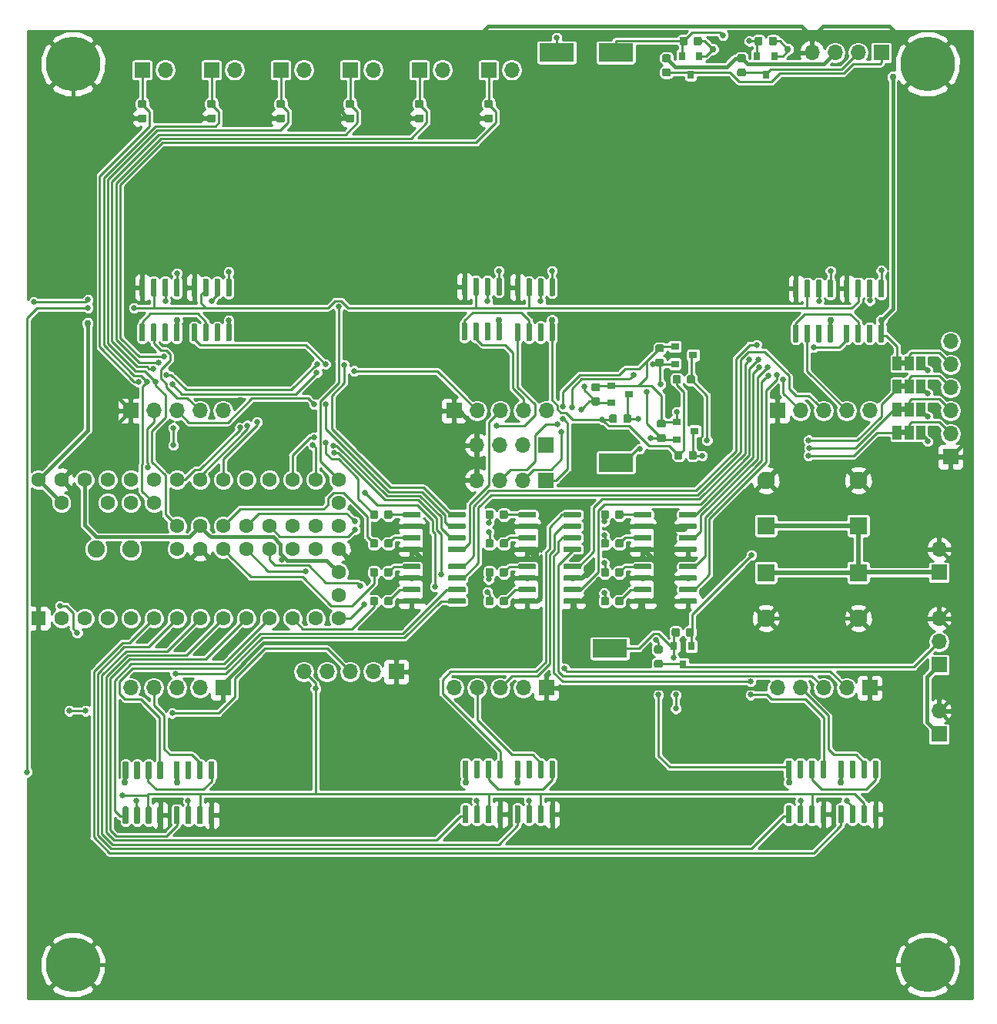
<source format=gbr>
G04 #@! TF.GenerationSoftware,KiCad,Pcbnew,(5.0.1)-3*
G04 #@! TF.CreationDate,2019-05-30T19:07:57-06:00*
G04 #@! TF.ProjectId,oMIDItone V2,6F4D494449746F6E652056322E6B6963,rev?*
G04 #@! TF.SameCoordinates,Original*
G04 #@! TF.FileFunction,Copper,L1,Top,Signal*
G04 #@! TF.FilePolarity,Positive*
%FSLAX46Y46*%
G04 Gerber Fmt 4.6, Leading zero omitted, Abs format (unit mm)*
G04 Created by KiCad (PCBNEW (5.0.1)-3) date 2019-05-30 7:07:57 PM*
%MOMM*%
%LPD*%
G01*
G04 APERTURE LIST*
G04 #@! TA.AperFunction,EtchedComponent*
%ADD10C,0.100000*%
G04 #@! TD*
G04 #@! TA.AperFunction,SMDPad,CuDef*
%ADD11R,1.000000X1.500000*%
G04 #@! TD*
G04 #@! TA.AperFunction,ComponentPad*
%ADD12C,0.800000*%
G04 #@! TD*
G04 #@! TA.AperFunction,ComponentPad*
%ADD13C,6.000000*%
G04 #@! TD*
G04 #@! TA.AperFunction,ComponentPad*
%ADD14O,1.700000X1.700000*%
G04 #@! TD*
G04 #@! TA.AperFunction,ComponentPad*
%ADD15R,1.700000X1.700000*%
G04 #@! TD*
G04 #@! TA.AperFunction,ComponentPad*
%ADD16C,1.900000*%
G04 #@! TD*
G04 #@! TA.AperFunction,ComponentPad*
%ADD17C,1.600000*%
G04 #@! TD*
G04 #@! TA.AperFunction,ComponentPad*
%ADD18R,1.600000X1.600000*%
G04 #@! TD*
G04 #@! TA.AperFunction,ComponentPad*
%ADD19C,1.930400*%
G04 #@! TD*
G04 #@! TA.AperFunction,ComponentPad*
%ADD20R,1.930400X1.930400*%
G04 #@! TD*
G04 #@! TA.AperFunction,SMDPad,CuDef*
%ADD21R,0.800000X0.900000*%
G04 #@! TD*
G04 #@! TA.AperFunction,SMDPad,CuDef*
%ADD22R,0.900000X0.800000*%
G04 #@! TD*
G04 #@! TA.AperFunction,Conductor*
%ADD23C,0.100000*%
G04 #@! TD*
G04 #@! TA.AperFunction,SMDPad,CuDef*
%ADD24C,0.875000*%
G04 #@! TD*
G04 #@! TA.AperFunction,SMDPad,CuDef*
%ADD25C,0.600000*%
G04 #@! TD*
G04 #@! TA.AperFunction,SMDPad,CuDef*
%ADD26R,3.800000X2.000000*%
G04 #@! TD*
G04 #@! TA.AperFunction,ViaPad*
%ADD27C,0.762000*%
G04 #@! TD*
G04 #@! TA.AperFunction,ViaPad*
%ADD28C,0.635000*%
G04 #@! TD*
G04 #@! TA.AperFunction,Conductor*
%ADD29C,0.381000*%
G04 #@! TD*
G04 #@! TA.AperFunction,Conductor*
%ADD30C,0.508000*%
G04 #@! TD*
G04 #@! TA.AperFunction,Conductor*
%ADD31C,0.254000*%
G04 #@! TD*
G04 APERTURE END LIST*
D10*
G04 #@! TO.C,JP4*
G36*
X134228000Y-91013000D02*
X134728000Y-91013000D01*
X134728000Y-91613000D01*
X134228000Y-91613000D01*
X134228000Y-91013000D01*
G37*
G04 #@! TO.C,JP3*
G36*
X134228000Y-93553000D02*
X134728000Y-93553000D01*
X134728000Y-94153000D01*
X134228000Y-94153000D01*
X134228000Y-93553000D01*
G37*
G04 #@! TO.C,JP2*
G36*
X134228000Y-85933000D02*
X134728000Y-85933000D01*
X134728000Y-86533000D01*
X134228000Y-86533000D01*
X134228000Y-85933000D01*
G37*
G04 #@! TO.C,JP1*
G36*
X134228000Y-88473000D02*
X134728000Y-88473000D01*
X134728000Y-89073000D01*
X134228000Y-89073000D01*
X134228000Y-88473000D01*
G37*
G04 #@! TD*
D11*
G04 #@! TO.P,JP4,2*
G04 #@! TO.N,Net-(J6-Pad3)*
X135128000Y-91313000D03*
G04 #@! TO.P,JP4,3*
G04 #@! TO.N,SCL*
X136428000Y-91313000D03*
G04 #@! TO.P,JP4,1*
G04 #@! TO.N,5v_SCL*
X133828000Y-91313000D03*
G04 #@! TD*
G04 #@! TO.P,JP3,2*
G04 #@! TO.N,Net-(J6-Pad2)*
X135128000Y-93853000D03*
G04 #@! TO.P,JP3,3*
G04 #@! TO.N,OE*
X136428000Y-93853000D03*
G04 #@! TO.P,JP3,1*
G04 #@! TO.N,5v_OE*
X133828000Y-93853000D03*
G04 #@! TD*
G04 #@! TO.P,JP2,2*
G04 #@! TO.N,Net-(J6-Pad5)*
X135128000Y-86233000D03*
G04 #@! TO.P,JP2,3*
G04 #@! TO.N,+3V3*
X136428000Y-86233000D03*
G04 #@! TO.P,JP2,1*
G04 #@! TO.N,+5V*
X133828000Y-86233000D03*
G04 #@! TD*
G04 #@! TO.P,JP1,2*
G04 #@! TO.N,Net-(J6-Pad4)*
X135128000Y-88773000D03*
G04 #@! TO.P,JP1,3*
G04 #@! TO.N,SDA*
X136428000Y-88773000D03*
G04 #@! TO.P,JP1,1*
G04 #@! TO.N,5v_SDA*
X133828000Y-88773000D03*
G04 #@! TD*
D12*
G04 #@! TO.P,H4,1*
G04 #@! TO.N,GND*
X138750990Y-150809010D03*
X137160000Y-150150000D03*
X135569010Y-150809010D03*
X134910000Y-152400000D03*
X135569010Y-153990990D03*
X137160000Y-154650000D03*
X138750990Y-153990990D03*
X139410000Y-152400000D03*
D13*
X137160000Y-152400000D03*
G04 #@! TD*
D12*
G04 #@! TO.P,H3,1*
G04 #@! TO.N,GND*
X44770990Y-150809010D03*
X43180000Y-150150000D03*
X41589010Y-150809010D03*
X40930000Y-152400000D03*
X41589010Y-153990990D03*
X43180000Y-154650000D03*
X44770990Y-153990990D03*
X45430000Y-152400000D03*
D13*
X43180000Y-152400000D03*
G04 #@! TD*
D12*
G04 #@! TO.P,H2,1*
G04 #@! TO.N,GND*
X135569010Y-54930990D03*
X137160000Y-55590000D03*
X138750990Y-54930990D03*
X139410000Y-53340000D03*
X138750990Y-51749010D03*
X137160000Y-51090000D03*
X135569010Y-51749010D03*
X134910000Y-53340000D03*
D13*
X137160000Y-53340000D03*
G04 #@! TD*
D12*
G04 #@! TO.P,H1,1*
G04 #@! TO.N,GND*
X41589010Y-54930990D03*
X43180000Y-55590000D03*
X44770990Y-54930990D03*
X45430000Y-53340000D03*
X44770990Y-51749010D03*
X43180000Y-51090000D03*
X41589010Y-51749010D03*
X40930000Y-53340000D03*
D13*
X43180000Y-53340000D03*
G04 #@! TD*
D14*
G04 #@! TO.P,J8,5*
G04 #@! TO.N,MOSI*
X68580000Y-120142000D03*
G04 #@! TO.P,J8,4*
G04 #@! TO.N,MISO*
X71120000Y-120142000D03*
G04 #@! TO.P,J8,3*
G04 #@! TO.N,SCK*
X73660000Y-120142000D03*
G04 #@! TO.P,J8,2*
G04 #@! TO.N,+3V3*
X76200000Y-120142000D03*
D15*
G04 #@! TO.P,J8,1*
G04 #@! TO.N,GND*
X78740000Y-120142000D03*
G04 #@! TD*
D16*
G04 #@! TO.P,U1,52*
G04 #@! TO.N,Net-(U1-Pad52)*
X45720000Y-106680000D03*
X49530000Y-106680000D03*
D17*
G04 #@! TO.P,U1,51*
G04 #@! TO.N,A13*
X54610000Y-104140000D03*
G04 #@! TO.P,U1,50*
G04 #@! TO.N,+3V3*
X57150000Y-104140000D03*
G04 #@! TO.P,U1,49*
G04 #@! TO.N,D33*
X59690000Y-104140000D03*
G04 #@! TO.P,U1,48*
G04 #@! TO.N,D32*
X62230000Y-104140000D03*
G04 #@! TO.P,U1,47*
G04 #@! TO.N,D31*
X64770000Y-104140000D03*
G04 #@! TO.P,U1,46*
G04 #@! TO.N,D30*
X67310000Y-104140000D03*
G04 #@! TO.P,U1,45*
G04 #@! TO.N,D29*
X69850000Y-104140000D03*
G04 #@! TO.P,U1,44*
G04 #@! TO.N,D28*
X69850000Y-106680000D03*
G04 #@! TO.P,U1,43*
G04 #@! TO.N,D27*
X67310000Y-106680000D03*
G04 #@! TO.P,U1,42*
G04 #@! TO.N,D26*
X64770000Y-106680000D03*
G04 #@! TO.P,U1,41*
G04 #@! TO.N,D25*
X62230000Y-106680000D03*
G04 #@! TO.P,U1,40*
G04 #@! TO.N,D24*
X59690000Y-106680000D03*
G04 #@! TO.P,U1,39*
G04 #@! TO.N,GND*
X57150000Y-106680000D03*
G04 #@! TO.P,U1,38*
G04 #@! TO.N,A12*
X54610000Y-106680000D03*
D18*
G04 #@! TO.P,U1,1*
G04 #@! TO.N,GND*
X39370000Y-114300000D03*
D17*
G04 #@! TO.P,U1,2*
G04 #@! TO.N,D00*
X41910000Y-114300000D03*
G04 #@! TO.P,U1,3*
G04 #@! TO.N,D01*
X44450000Y-114300000D03*
G04 #@! TO.P,U1,4*
G04 #@! TO.N,D02*
X46990000Y-114300000D03*
G04 #@! TO.P,U1,5*
G04 #@! TO.N,D03*
X49530000Y-114300000D03*
G04 #@! TO.P,U1,6*
G04 #@! TO.N,D04*
X52070000Y-114300000D03*
G04 #@! TO.P,U1,7*
G04 #@! TO.N,D05*
X54610000Y-114300000D03*
G04 #@! TO.P,U1,8*
G04 #@! TO.N,D06*
X57150000Y-114300000D03*
G04 #@! TO.P,U1,9*
G04 #@! TO.N,D07*
X59690000Y-114300000D03*
G04 #@! TO.P,U1,10*
G04 #@! TO.N,D08*
X62230000Y-114300000D03*
G04 #@! TO.P,U1,11*
G04 #@! TO.N,D09*
X64770000Y-114300000D03*
G04 #@! TO.P,U1,12*
G04 #@! TO.N,D10*
X67310000Y-114300000D03*
G04 #@! TO.P,U1,13*
G04 #@! TO.N,MOSI*
X69850000Y-114300000D03*
G04 #@! TO.P,U1,37*
G04 #@! TO.N,A11*
X52070000Y-101600000D03*
G04 #@! TO.P,U1,36*
G04 #@! TO.N,A10*
X49530000Y-101600000D03*
G04 #@! TO.P,U1,35*
G04 #@! TO.N,Net-(U1-Pad35)*
X46990000Y-101600000D03*
G04 #@! TO.P,U1,34*
G04 #@! TO.N,+5V*
X41910000Y-101600000D03*
G04 #@! TO.P,U1,33*
X39370000Y-99060000D03*
G04 #@! TO.P,U1,32*
G04 #@! TO.N,GND*
X41910000Y-99060000D03*
G04 #@! TO.P,U1,31*
G04 #@! TO.N,+3V3*
X44450000Y-99060000D03*
G04 #@! TO.P,U1,30*
G04 #@! TO.N,D23*
X46990000Y-99060000D03*
G04 #@! TO.P,U1,29*
G04 #@! TO.N,D22*
X49530000Y-99060000D03*
G04 #@! TO.P,U1,28*
G04 #@! TO.N,D21*
X52070000Y-99060000D03*
G04 #@! TO.P,U1,27*
G04 #@! TO.N,OE*
X54610000Y-99060000D03*
G04 #@! TO.P,U1,26*
G04 #@! TO.N,SCL*
X57150000Y-99060000D03*
G04 #@! TO.P,U1,25*
G04 #@! TO.N,SDA*
X59690000Y-99060000D03*
G04 #@! TO.P,U1,24*
G04 #@! TO.N,D17*
X62230000Y-99060000D03*
G04 #@! TO.P,U1,23*
G04 #@! TO.N,D16*
X64770000Y-99060000D03*
G04 #@! TO.P,U1,22*
G04 #@! TO.N,D15*
X67310000Y-99060000D03*
G04 #@! TO.P,U1,21*
G04 #@! TO.N,A0*
X69850000Y-99060000D03*
G04 #@! TO.P,U1,14*
G04 #@! TO.N,MISO*
X72390000Y-114300000D03*
G04 #@! TO.P,U1,15*
G04 #@! TO.N,Net-(U1-Pad15)*
X72390000Y-111760000D03*
G04 #@! TO.P,U1,16*
G04 #@! TO.N,+3V3*
X72390000Y-109220000D03*
G04 #@! TO.P,U1,20*
G04 #@! TO.N,SCK*
X72390000Y-99060000D03*
G04 #@! TO.P,U1,19*
G04 #@! TO.N,A14*
X72390000Y-101600000D03*
G04 #@! TO.P,U1,18*
G04 #@! TO.N,Net-(U1-Pad18)*
X72390000Y-104140000D03*
G04 #@! TO.P,U1,17*
G04 #@! TO.N,GND*
X72390000Y-106680000D03*
G04 #@! TD*
D19*
G04 #@! TO.P,C1,-*
G04 #@! TO.N,GND*
X119380000Y-99100640D03*
D20*
G04 #@! TO.P,C1,+*
G04 #@! TO.N,+VDC*
X119380000Y-104099360D03*
G04 #@! TD*
D19*
G04 #@! TO.P,C2,-*
G04 #@! TO.N,GND*
X119380000Y-114259360D03*
D20*
G04 #@! TO.P,C2,+*
G04 #@! TO.N,+VDC*
X119380000Y-109260640D03*
G04 #@! TD*
D19*
G04 #@! TO.P,C3,-*
G04 #@! TO.N,GND*
X129540000Y-99100640D03*
D20*
G04 #@! TO.P,C3,+*
G04 #@! TO.N,+VDC*
X129540000Y-104099360D03*
G04 #@! TD*
D19*
G04 #@! TO.P,C4,-*
G04 #@! TO.N,GND*
X129540000Y-114259360D03*
D20*
G04 #@! TO.P,C4,+*
G04 #@! TO.N,+VDC*
X129540000Y-109260640D03*
G04 #@! TD*
D21*
G04 #@! TO.P,Q1,3*
G04 #@! TO.N,5v_D02*
X110236000Y-119348000D03*
G04 #@! TO.P,Q1,2*
G04 #@! TO.N,D02*
X109286000Y-117348000D03*
G04 #@! TO.P,Q1,1*
G04 #@! TO.N,+3V3*
X111186000Y-117348000D03*
G04 #@! TD*
G04 #@! TO.P,Q2,3*
G04 #@! TO.N,5v_D00*
X119380000Y-54467000D03*
G04 #@! TO.P,Q2,2*
G04 #@! TO.N,D00*
X118430000Y-52467000D03*
G04 #@! TO.P,Q2,1*
G04 #@! TO.N,+3V3*
X120330000Y-52467000D03*
G04 #@! TD*
D22*
G04 #@! TO.P,Q3,3*
G04 #@! TO.N,5v_OE*
X111568149Y-93666529D03*
G04 #@! TO.P,Q3,2*
G04 #@! TO.N,OE*
X109568149Y-94616529D03*
G04 #@! TO.P,Q3,1*
G04 #@! TO.N,+3V3*
X109568149Y-92716529D03*
G04 #@! TD*
D21*
G04 #@! TO.P,Q4,3*
G04 #@! TO.N,5v_D01*
X111125000Y-54467000D03*
G04 #@! TO.P,Q4,2*
G04 #@! TO.N,D01*
X110175000Y-52467000D03*
G04 #@! TO.P,Q4,1*
G04 #@! TO.N,+3V3*
X112075000Y-52467000D03*
G04 #@! TD*
D22*
G04 #@! TO.P,Q5,3*
G04 #@! TO.N,5v_SCL*
X104358073Y-89641105D03*
G04 #@! TO.P,Q5,2*
G04 #@! TO.N,SCL*
X102358073Y-90591105D03*
G04 #@! TO.P,Q5,1*
G04 #@! TO.N,+3V3*
X102358073Y-88691105D03*
G04 #@! TD*
G04 #@! TO.P,Q6,3*
G04 #@! TO.N,5v_SDA*
X111380993Y-85342716D03*
G04 #@! TO.P,Q6,2*
G04 #@! TO.N,SDA*
X109380993Y-86292716D03*
G04 #@! TO.P,Q6,1*
G04 #@! TO.N,+3V3*
X109380993Y-84392716D03*
G04 #@! TD*
D23*
G04 #@! TO.N,+3V3*
G04 #@! TO.C,R7*
G36*
X112152691Y-50326053D02*
X112173926Y-50329203D01*
X112194750Y-50334419D01*
X112214962Y-50341651D01*
X112234368Y-50350830D01*
X112252781Y-50361866D01*
X112270024Y-50374654D01*
X112285930Y-50389070D01*
X112300346Y-50404976D01*
X112313134Y-50422219D01*
X112324170Y-50440632D01*
X112333349Y-50460038D01*
X112340581Y-50480250D01*
X112345797Y-50501074D01*
X112348947Y-50522309D01*
X112350000Y-50543750D01*
X112350000Y-51056250D01*
X112348947Y-51077691D01*
X112345797Y-51098926D01*
X112340581Y-51119750D01*
X112333349Y-51139962D01*
X112324170Y-51159368D01*
X112313134Y-51177781D01*
X112300346Y-51195024D01*
X112285930Y-51210930D01*
X112270024Y-51225346D01*
X112252781Y-51238134D01*
X112234368Y-51249170D01*
X112214962Y-51258349D01*
X112194750Y-51265581D01*
X112173926Y-51270797D01*
X112152691Y-51273947D01*
X112131250Y-51275000D01*
X111693750Y-51275000D01*
X111672309Y-51273947D01*
X111651074Y-51270797D01*
X111630250Y-51265581D01*
X111610038Y-51258349D01*
X111590632Y-51249170D01*
X111572219Y-51238134D01*
X111554976Y-51225346D01*
X111539070Y-51210930D01*
X111524654Y-51195024D01*
X111511866Y-51177781D01*
X111500830Y-51159368D01*
X111491651Y-51139962D01*
X111484419Y-51119750D01*
X111479203Y-51098926D01*
X111476053Y-51077691D01*
X111475000Y-51056250D01*
X111475000Y-50543750D01*
X111476053Y-50522309D01*
X111479203Y-50501074D01*
X111484419Y-50480250D01*
X111491651Y-50460038D01*
X111500830Y-50440632D01*
X111511866Y-50422219D01*
X111524654Y-50404976D01*
X111539070Y-50389070D01*
X111554976Y-50374654D01*
X111572219Y-50361866D01*
X111590632Y-50350830D01*
X111610038Y-50341651D01*
X111630250Y-50334419D01*
X111651074Y-50329203D01*
X111672309Y-50326053D01*
X111693750Y-50325000D01*
X112131250Y-50325000D01*
X112152691Y-50326053D01*
X112152691Y-50326053D01*
G37*
D24*
G04 #@! TD*
G04 #@! TO.P,R7,2*
G04 #@! TO.N,+3V3*
X111912500Y-50800000D03*
D23*
G04 #@! TO.N,D01*
G04 #@! TO.C,R7*
G36*
X110577691Y-50326053D02*
X110598926Y-50329203D01*
X110619750Y-50334419D01*
X110639962Y-50341651D01*
X110659368Y-50350830D01*
X110677781Y-50361866D01*
X110695024Y-50374654D01*
X110710930Y-50389070D01*
X110725346Y-50404976D01*
X110738134Y-50422219D01*
X110749170Y-50440632D01*
X110758349Y-50460038D01*
X110765581Y-50480250D01*
X110770797Y-50501074D01*
X110773947Y-50522309D01*
X110775000Y-50543750D01*
X110775000Y-51056250D01*
X110773947Y-51077691D01*
X110770797Y-51098926D01*
X110765581Y-51119750D01*
X110758349Y-51139962D01*
X110749170Y-51159368D01*
X110738134Y-51177781D01*
X110725346Y-51195024D01*
X110710930Y-51210930D01*
X110695024Y-51225346D01*
X110677781Y-51238134D01*
X110659368Y-51249170D01*
X110639962Y-51258349D01*
X110619750Y-51265581D01*
X110598926Y-51270797D01*
X110577691Y-51273947D01*
X110556250Y-51275000D01*
X110118750Y-51275000D01*
X110097309Y-51273947D01*
X110076074Y-51270797D01*
X110055250Y-51265581D01*
X110035038Y-51258349D01*
X110015632Y-51249170D01*
X109997219Y-51238134D01*
X109979976Y-51225346D01*
X109964070Y-51210930D01*
X109949654Y-51195024D01*
X109936866Y-51177781D01*
X109925830Y-51159368D01*
X109916651Y-51139962D01*
X109909419Y-51119750D01*
X109904203Y-51098926D01*
X109901053Y-51077691D01*
X109900000Y-51056250D01*
X109900000Y-50543750D01*
X109901053Y-50522309D01*
X109904203Y-50501074D01*
X109909419Y-50480250D01*
X109916651Y-50460038D01*
X109925830Y-50440632D01*
X109936866Y-50422219D01*
X109949654Y-50404976D01*
X109964070Y-50389070D01*
X109979976Y-50374654D01*
X109997219Y-50361866D01*
X110015632Y-50350830D01*
X110035038Y-50341651D01*
X110055250Y-50334419D01*
X110076074Y-50329203D01*
X110097309Y-50326053D01*
X110118750Y-50325000D01*
X110556250Y-50325000D01*
X110577691Y-50326053D01*
X110577691Y-50326053D01*
G37*
D24*
G04 #@! TD*
G04 #@! TO.P,R7,1*
G04 #@! TO.N,D01*
X110337500Y-50800000D03*
D23*
G04 #@! TO.N,D15*
G04 #@! TO.C,R8*
G36*
X76541691Y-102396053D02*
X76562926Y-102399203D01*
X76583750Y-102404419D01*
X76603962Y-102411651D01*
X76623368Y-102420830D01*
X76641781Y-102431866D01*
X76659024Y-102444654D01*
X76674930Y-102459070D01*
X76689346Y-102474976D01*
X76702134Y-102492219D01*
X76713170Y-102510632D01*
X76722349Y-102530038D01*
X76729581Y-102550250D01*
X76734797Y-102571074D01*
X76737947Y-102592309D01*
X76739000Y-102613750D01*
X76739000Y-103126250D01*
X76737947Y-103147691D01*
X76734797Y-103168926D01*
X76729581Y-103189750D01*
X76722349Y-103209962D01*
X76713170Y-103229368D01*
X76702134Y-103247781D01*
X76689346Y-103265024D01*
X76674930Y-103280930D01*
X76659024Y-103295346D01*
X76641781Y-103308134D01*
X76623368Y-103319170D01*
X76603962Y-103328349D01*
X76583750Y-103335581D01*
X76562926Y-103340797D01*
X76541691Y-103343947D01*
X76520250Y-103345000D01*
X76082750Y-103345000D01*
X76061309Y-103343947D01*
X76040074Y-103340797D01*
X76019250Y-103335581D01*
X75999038Y-103328349D01*
X75979632Y-103319170D01*
X75961219Y-103308134D01*
X75943976Y-103295346D01*
X75928070Y-103280930D01*
X75913654Y-103265024D01*
X75900866Y-103247781D01*
X75889830Y-103229368D01*
X75880651Y-103209962D01*
X75873419Y-103189750D01*
X75868203Y-103168926D01*
X75865053Y-103147691D01*
X75864000Y-103126250D01*
X75864000Y-102613750D01*
X75865053Y-102592309D01*
X75868203Y-102571074D01*
X75873419Y-102550250D01*
X75880651Y-102530038D01*
X75889830Y-102510632D01*
X75900866Y-102492219D01*
X75913654Y-102474976D01*
X75928070Y-102459070D01*
X75943976Y-102444654D01*
X75961219Y-102431866D01*
X75979632Y-102420830D01*
X75999038Y-102411651D01*
X76019250Y-102404419D01*
X76040074Y-102399203D01*
X76061309Y-102396053D01*
X76082750Y-102395000D01*
X76520250Y-102395000D01*
X76541691Y-102396053D01*
X76541691Y-102396053D01*
G37*
D24*
G04 #@! TD*
G04 #@! TO.P,R8,2*
G04 #@! TO.N,D15*
X76301500Y-102870000D03*
D23*
G04 #@! TO.N,Net-(R8-Pad1)*
G04 #@! TO.C,R8*
G36*
X78116691Y-102396053D02*
X78137926Y-102399203D01*
X78158750Y-102404419D01*
X78178962Y-102411651D01*
X78198368Y-102420830D01*
X78216781Y-102431866D01*
X78234024Y-102444654D01*
X78249930Y-102459070D01*
X78264346Y-102474976D01*
X78277134Y-102492219D01*
X78288170Y-102510632D01*
X78297349Y-102530038D01*
X78304581Y-102550250D01*
X78309797Y-102571074D01*
X78312947Y-102592309D01*
X78314000Y-102613750D01*
X78314000Y-103126250D01*
X78312947Y-103147691D01*
X78309797Y-103168926D01*
X78304581Y-103189750D01*
X78297349Y-103209962D01*
X78288170Y-103229368D01*
X78277134Y-103247781D01*
X78264346Y-103265024D01*
X78249930Y-103280930D01*
X78234024Y-103295346D01*
X78216781Y-103308134D01*
X78198368Y-103319170D01*
X78178962Y-103328349D01*
X78158750Y-103335581D01*
X78137926Y-103340797D01*
X78116691Y-103343947D01*
X78095250Y-103345000D01*
X77657750Y-103345000D01*
X77636309Y-103343947D01*
X77615074Y-103340797D01*
X77594250Y-103335581D01*
X77574038Y-103328349D01*
X77554632Y-103319170D01*
X77536219Y-103308134D01*
X77518976Y-103295346D01*
X77503070Y-103280930D01*
X77488654Y-103265024D01*
X77475866Y-103247781D01*
X77464830Y-103229368D01*
X77455651Y-103209962D01*
X77448419Y-103189750D01*
X77443203Y-103168926D01*
X77440053Y-103147691D01*
X77439000Y-103126250D01*
X77439000Y-102613750D01*
X77440053Y-102592309D01*
X77443203Y-102571074D01*
X77448419Y-102550250D01*
X77455651Y-102530038D01*
X77464830Y-102510632D01*
X77475866Y-102492219D01*
X77488654Y-102474976D01*
X77503070Y-102459070D01*
X77518976Y-102444654D01*
X77536219Y-102431866D01*
X77554632Y-102420830D01*
X77574038Y-102411651D01*
X77594250Y-102404419D01*
X77615074Y-102399203D01*
X77636309Y-102396053D01*
X77657750Y-102395000D01*
X78095250Y-102395000D01*
X78116691Y-102396053D01*
X78116691Y-102396053D01*
G37*
D24*
G04 #@! TD*
G04 #@! TO.P,R8,1*
G04 #@! TO.N,Net-(R8-Pad1)*
X77876500Y-102870000D03*
D23*
G04 #@! TO.N,D33*
G04 #@! TO.C,R9*
G36*
X76541691Y-105571053D02*
X76562926Y-105574203D01*
X76583750Y-105579419D01*
X76603962Y-105586651D01*
X76623368Y-105595830D01*
X76641781Y-105606866D01*
X76659024Y-105619654D01*
X76674930Y-105634070D01*
X76689346Y-105649976D01*
X76702134Y-105667219D01*
X76713170Y-105685632D01*
X76722349Y-105705038D01*
X76729581Y-105725250D01*
X76734797Y-105746074D01*
X76737947Y-105767309D01*
X76739000Y-105788750D01*
X76739000Y-106301250D01*
X76737947Y-106322691D01*
X76734797Y-106343926D01*
X76729581Y-106364750D01*
X76722349Y-106384962D01*
X76713170Y-106404368D01*
X76702134Y-106422781D01*
X76689346Y-106440024D01*
X76674930Y-106455930D01*
X76659024Y-106470346D01*
X76641781Y-106483134D01*
X76623368Y-106494170D01*
X76603962Y-106503349D01*
X76583750Y-106510581D01*
X76562926Y-106515797D01*
X76541691Y-106518947D01*
X76520250Y-106520000D01*
X76082750Y-106520000D01*
X76061309Y-106518947D01*
X76040074Y-106515797D01*
X76019250Y-106510581D01*
X75999038Y-106503349D01*
X75979632Y-106494170D01*
X75961219Y-106483134D01*
X75943976Y-106470346D01*
X75928070Y-106455930D01*
X75913654Y-106440024D01*
X75900866Y-106422781D01*
X75889830Y-106404368D01*
X75880651Y-106384962D01*
X75873419Y-106364750D01*
X75868203Y-106343926D01*
X75865053Y-106322691D01*
X75864000Y-106301250D01*
X75864000Y-105788750D01*
X75865053Y-105767309D01*
X75868203Y-105746074D01*
X75873419Y-105725250D01*
X75880651Y-105705038D01*
X75889830Y-105685632D01*
X75900866Y-105667219D01*
X75913654Y-105649976D01*
X75928070Y-105634070D01*
X75943976Y-105619654D01*
X75961219Y-105606866D01*
X75979632Y-105595830D01*
X75999038Y-105586651D01*
X76019250Y-105579419D01*
X76040074Y-105574203D01*
X76061309Y-105571053D01*
X76082750Y-105570000D01*
X76520250Y-105570000D01*
X76541691Y-105571053D01*
X76541691Y-105571053D01*
G37*
D24*
G04 #@! TD*
G04 #@! TO.P,R9,2*
G04 #@! TO.N,D33*
X76301500Y-106045000D03*
D23*
G04 #@! TO.N,Net-(R9-Pad1)*
G04 #@! TO.C,R9*
G36*
X78116691Y-105571053D02*
X78137926Y-105574203D01*
X78158750Y-105579419D01*
X78178962Y-105586651D01*
X78198368Y-105595830D01*
X78216781Y-105606866D01*
X78234024Y-105619654D01*
X78249930Y-105634070D01*
X78264346Y-105649976D01*
X78277134Y-105667219D01*
X78288170Y-105685632D01*
X78297349Y-105705038D01*
X78304581Y-105725250D01*
X78309797Y-105746074D01*
X78312947Y-105767309D01*
X78314000Y-105788750D01*
X78314000Y-106301250D01*
X78312947Y-106322691D01*
X78309797Y-106343926D01*
X78304581Y-106364750D01*
X78297349Y-106384962D01*
X78288170Y-106404368D01*
X78277134Y-106422781D01*
X78264346Y-106440024D01*
X78249930Y-106455930D01*
X78234024Y-106470346D01*
X78216781Y-106483134D01*
X78198368Y-106494170D01*
X78178962Y-106503349D01*
X78158750Y-106510581D01*
X78137926Y-106515797D01*
X78116691Y-106518947D01*
X78095250Y-106520000D01*
X77657750Y-106520000D01*
X77636309Y-106518947D01*
X77615074Y-106515797D01*
X77594250Y-106510581D01*
X77574038Y-106503349D01*
X77554632Y-106494170D01*
X77536219Y-106483134D01*
X77518976Y-106470346D01*
X77503070Y-106455930D01*
X77488654Y-106440024D01*
X77475866Y-106422781D01*
X77464830Y-106404368D01*
X77455651Y-106384962D01*
X77448419Y-106364750D01*
X77443203Y-106343926D01*
X77440053Y-106322691D01*
X77439000Y-106301250D01*
X77439000Y-105788750D01*
X77440053Y-105767309D01*
X77443203Y-105746074D01*
X77448419Y-105725250D01*
X77455651Y-105705038D01*
X77464830Y-105685632D01*
X77475866Y-105667219D01*
X77488654Y-105649976D01*
X77503070Y-105634070D01*
X77518976Y-105619654D01*
X77536219Y-105606866D01*
X77554632Y-105595830D01*
X77574038Y-105586651D01*
X77594250Y-105579419D01*
X77615074Y-105574203D01*
X77636309Y-105571053D01*
X77657750Y-105570000D01*
X78095250Y-105570000D01*
X78116691Y-105571053D01*
X78116691Y-105571053D01*
G37*
D24*
G04 #@! TD*
G04 #@! TO.P,R9,1*
G04 #@! TO.N,Net-(R9-Pad1)*
X77876500Y-106045000D03*
D23*
G04 #@! TO.N,D24*
G04 #@! TO.C,R10*
G36*
X76541691Y-108746053D02*
X76562926Y-108749203D01*
X76583750Y-108754419D01*
X76603962Y-108761651D01*
X76623368Y-108770830D01*
X76641781Y-108781866D01*
X76659024Y-108794654D01*
X76674930Y-108809070D01*
X76689346Y-108824976D01*
X76702134Y-108842219D01*
X76713170Y-108860632D01*
X76722349Y-108880038D01*
X76729581Y-108900250D01*
X76734797Y-108921074D01*
X76737947Y-108942309D01*
X76739000Y-108963750D01*
X76739000Y-109476250D01*
X76737947Y-109497691D01*
X76734797Y-109518926D01*
X76729581Y-109539750D01*
X76722349Y-109559962D01*
X76713170Y-109579368D01*
X76702134Y-109597781D01*
X76689346Y-109615024D01*
X76674930Y-109630930D01*
X76659024Y-109645346D01*
X76641781Y-109658134D01*
X76623368Y-109669170D01*
X76603962Y-109678349D01*
X76583750Y-109685581D01*
X76562926Y-109690797D01*
X76541691Y-109693947D01*
X76520250Y-109695000D01*
X76082750Y-109695000D01*
X76061309Y-109693947D01*
X76040074Y-109690797D01*
X76019250Y-109685581D01*
X75999038Y-109678349D01*
X75979632Y-109669170D01*
X75961219Y-109658134D01*
X75943976Y-109645346D01*
X75928070Y-109630930D01*
X75913654Y-109615024D01*
X75900866Y-109597781D01*
X75889830Y-109579368D01*
X75880651Y-109559962D01*
X75873419Y-109539750D01*
X75868203Y-109518926D01*
X75865053Y-109497691D01*
X75864000Y-109476250D01*
X75864000Y-108963750D01*
X75865053Y-108942309D01*
X75868203Y-108921074D01*
X75873419Y-108900250D01*
X75880651Y-108880038D01*
X75889830Y-108860632D01*
X75900866Y-108842219D01*
X75913654Y-108824976D01*
X75928070Y-108809070D01*
X75943976Y-108794654D01*
X75961219Y-108781866D01*
X75979632Y-108770830D01*
X75999038Y-108761651D01*
X76019250Y-108754419D01*
X76040074Y-108749203D01*
X76061309Y-108746053D01*
X76082750Y-108745000D01*
X76520250Y-108745000D01*
X76541691Y-108746053D01*
X76541691Y-108746053D01*
G37*
D24*
G04 #@! TD*
G04 #@! TO.P,R10,2*
G04 #@! TO.N,D24*
X76301500Y-109220000D03*
D23*
G04 #@! TO.N,Net-(R10-Pad1)*
G04 #@! TO.C,R10*
G36*
X78116691Y-108746053D02*
X78137926Y-108749203D01*
X78158750Y-108754419D01*
X78178962Y-108761651D01*
X78198368Y-108770830D01*
X78216781Y-108781866D01*
X78234024Y-108794654D01*
X78249930Y-108809070D01*
X78264346Y-108824976D01*
X78277134Y-108842219D01*
X78288170Y-108860632D01*
X78297349Y-108880038D01*
X78304581Y-108900250D01*
X78309797Y-108921074D01*
X78312947Y-108942309D01*
X78314000Y-108963750D01*
X78314000Y-109476250D01*
X78312947Y-109497691D01*
X78309797Y-109518926D01*
X78304581Y-109539750D01*
X78297349Y-109559962D01*
X78288170Y-109579368D01*
X78277134Y-109597781D01*
X78264346Y-109615024D01*
X78249930Y-109630930D01*
X78234024Y-109645346D01*
X78216781Y-109658134D01*
X78198368Y-109669170D01*
X78178962Y-109678349D01*
X78158750Y-109685581D01*
X78137926Y-109690797D01*
X78116691Y-109693947D01*
X78095250Y-109695000D01*
X77657750Y-109695000D01*
X77636309Y-109693947D01*
X77615074Y-109690797D01*
X77594250Y-109685581D01*
X77574038Y-109678349D01*
X77554632Y-109669170D01*
X77536219Y-109658134D01*
X77518976Y-109645346D01*
X77503070Y-109630930D01*
X77488654Y-109615024D01*
X77475866Y-109597781D01*
X77464830Y-109579368D01*
X77455651Y-109559962D01*
X77448419Y-109539750D01*
X77443203Y-109518926D01*
X77440053Y-109497691D01*
X77439000Y-109476250D01*
X77439000Y-108963750D01*
X77440053Y-108942309D01*
X77443203Y-108921074D01*
X77448419Y-108900250D01*
X77455651Y-108880038D01*
X77464830Y-108860632D01*
X77475866Y-108842219D01*
X77488654Y-108824976D01*
X77503070Y-108809070D01*
X77518976Y-108794654D01*
X77536219Y-108781866D01*
X77554632Y-108770830D01*
X77574038Y-108761651D01*
X77594250Y-108754419D01*
X77615074Y-108749203D01*
X77636309Y-108746053D01*
X77657750Y-108745000D01*
X78095250Y-108745000D01*
X78116691Y-108746053D01*
X78116691Y-108746053D01*
G37*
D24*
G04 #@! TD*
G04 #@! TO.P,R10,1*
G04 #@! TO.N,Net-(R10-Pad1)*
X77876500Y-109220000D03*
D23*
G04 #@! TO.N,D10*
G04 #@! TO.C,R11*
G36*
X76541691Y-111921053D02*
X76562926Y-111924203D01*
X76583750Y-111929419D01*
X76603962Y-111936651D01*
X76623368Y-111945830D01*
X76641781Y-111956866D01*
X76659024Y-111969654D01*
X76674930Y-111984070D01*
X76689346Y-111999976D01*
X76702134Y-112017219D01*
X76713170Y-112035632D01*
X76722349Y-112055038D01*
X76729581Y-112075250D01*
X76734797Y-112096074D01*
X76737947Y-112117309D01*
X76739000Y-112138750D01*
X76739000Y-112651250D01*
X76737947Y-112672691D01*
X76734797Y-112693926D01*
X76729581Y-112714750D01*
X76722349Y-112734962D01*
X76713170Y-112754368D01*
X76702134Y-112772781D01*
X76689346Y-112790024D01*
X76674930Y-112805930D01*
X76659024Y-112820346D01*
X76641781Y-112833134D01*
X76623368Y-112844170D01*
X76603962Y-112853349D01*
X76583750Y-112860581D01*
X76562926Y-112865797D01*
X76541691Y-112868947D01*
X76520250Y-112870000D01*
X76082750Y-112870000D01*
X76061309Y-112868947D01*
X76040074Y-112865797D01*
X76019250Y-112860581D01*
X75999038Y-112853349D01*
X75979632Y-112844170D01*
X75961219Y-112833134D01*
X75943976Y-112820346D01*
X75928070Y-112805930D01*
X75913654Y-112790024D01*
X75900866Y-112772781D01*
X75889830Y-112754368D01*
X75880651Y-112734962D01*
X75873419Y-112714750D01*
X75868203Y-112693926D01*
X75865053Y-112672691D01*
X75864000Y-112651250D01*
X75864000Y-112138750D01*
X75865053Y-112117309D01*
X75868203Y-112096074D01*
X75873419Y-112075250D01*
X75880651Y-112055038D01*
X75889830Y-112035632D01*
X75900866Y-112017219D01*
X75913654Y-111999976D01*
X75928070Y-111984070D01*
X75943976Y-111969654D01*
X75961219Y-111956866D01*
X75979632Y-111945830D01*
X75999038Y-111936651D01*
X76019250Y-111929419D01*
X76040074Y-111924203D01*
X76061309Y-111921053D01*
X76082750Y-111920000D01*
X76520250Y-111920000D01*
X76541691Y-111921053D01*
X76541691Y-111921053D01*
G37*
D24*
G04 #@! TD*
G04 #@! TO.P,R11,2*
G04 #@! TO.N,D10*
X76301500Y-112395000D03*
D23*
G04 #@! TO.N,Net-(R11-Pad1)*
G04 #@! TO.C,R11*
G36*
X78116691Y-111921053D02*
X78137926Y-111924203D01*
X78158750Y-111929419D01*
X78178962Y-111936651D01*
X78198368Y-111945830D01*
X78216781Y-111956866D01*
X78234024Y-111969654D01*
X78249930Y-111984070D01*
X78264346Y-111999976D01*
X78277134Y-112017219D01*
X78288170Y-112035632D01*
X78297349Y-112055038D01*
X78304581Y-112075250D01*
X78309797Y-112096074D01*
X78312947Y-112117309D01*
X78314000Y-112138750D01*
X78314000Y-112651250D01*
X78312947Y-112672691D01*
X78309797Y-112693926D01*
X78304581Y-112714750D01*
X78297349Y-112734962D01*
X78288170Y-112754368D01*
X78277134Y-112772781D01*
X78264346Y-112790024D01*
X78249930Y-112805930D01*
X78234024Y-112820346D01*
X78216781Y-112833134D01*
X78198368Y-112844170D01*
X78178962Y-112853349D01*
X78158750Y-112860581D01*
X78137926Y-112865797D01*
X78116691Y-112868947D01*
X78095250Y-112870000D01*
X77657750Y-112870000D01*
X77636309Y-112868947D01*
X77615074Y-112865797D01*
X77594250Y-112860581D01*
X77574038Y-112853349D01*
X77554632Y-112844170D01*
X77536219Y-112833134D01*
X77518976Y-112820346D01*
X77503070Y-112805930D01*
X77488654Y-112790024D01*
X77475866Y-112772781D01*
X77464830Y-112754368D01*
X77455651Y-112734962D01*
X77448419Y-112714750D01*
X77443203Y-112693926D01*
X77440053Y-112672691D01*
X77439000Y-112651250D01*
X77439000Y-112138750D01*
X77440053Y-112117309D01*
X77443203Y-112096074D01*
X77448419Y-112075250D01*
X77455651Y-112055038D01*
X77464830Y-112035632D01*
X77475866Y-112017219D01*
X77488654Y-111999976D01*
X77503070Y-111984070D01*
X77518976Y-111969654D01*
X77536219Y-111956866D01*
X77554632Y-111945830D01*
X77574038Y-111936651D01*
X77594250Y-111929419D01*
X77615074Y-111924203D01*
X77636309Y-111921053D01*
X77657750Y-111920000D01*
X78095250Y-111920000D01*
X78116691Y-111921053D01*
X78116691Y-111921053D01*
G37*
D24*
G04 #@! TD*
G04 #@! TO.P,R11,1*
G04 #@! TO.N,Net-(R11-Pad1)*
X77876500Y-112395000D03*
D23*
G04 #@! TO.N,D32*
G04 #@! TO.C,R12*
G36*
X89241691Y-102396053D02*
X89262926Y-102399203D01*
X89283750Y-102404419D01*
X89303962Y-102411651D01*
X89323368Y-102420830D01*
X89341781Y-102431866D01*
X89359024Y-102444654D01*
X89374930Y-102459070D01*
X89389346Y-102474976D01*
X89402134Y-102492219D01*
X89413170Y-102510632D01*
X89422349Y-102530038D01*
X89429581Y-102550250D01*
X89434797Y-102571074D01*
X89437947Y-102592309D01*
X89439000Y-102613750D01*
X89439000Y-103126250D01*
X89437947Y-103147691D01*
X89434797Y-103168926D01*
X89429581Y-103189750D01*
X89422349Y-103209962D01*
X89413170Y-103229368D01*
X89402134Y-103247781D01*
X89389346Y-103265024D01*
X89374930Y-103280930D01*
X89359024Y-103295346D01*
X89341781Y-103308134D01*
X89323368Y-103319170D01*
X89303962Y-103328349D01*
X89283750Y-103335581D01*
X89262926Y-103340797D01*
X89241691Y-103343947D01*
X89220250Y-103345000D01*
X88782750Y-103345000D01*
X88761309Y-103343947D01*
X88740074Y-103340797D01*
X88719250Y-103335581D01*
X88699038Y-103328349D01*
X88679632Y-103319170D01*
X88661219Y-103308134D01*
X88643976Y-103295346D01*
X88628070Y-103280930D01*
X88613654Y-103265024D01*
X88600866Y-103247781D01*
X88589830Y-103229368D01*
X88580651Y-103209962D01*
X88573419Y-103189750D01*
X88568203Y-103168926D01*
X88565053Y-103147691D01*
X88564000Y-103126250D01*
X88564000Y-102613750D01*
X88565053Y-102592309D01*
X88568203Y-102571074D01*
X88573419Y-102550250D01*
X88580651Y-102530038D01*
X88589830Y-102510632D01*
X88600866Y-102492219D01*
X88613654Y-102474976D01*
X88628070Y-102459070D01*
X88643976Y-102444654D01*
X88661219Y-102431866D01*
X88679632Y-102420830D01*
X88699038Y-102411651D01*
X88719250Y-102404419D01*
X88740074Y-102399203D01*
X88761309Y-102396053D01*
X88782750Y-102395000D01*
X89220250Y-102395000D01*
X89241691Y-102396053D01*
X89241691Y-102396053D01*
G37*
D24*
G04 #@! TD*
G04 #@! TO.P,R12,2*
G04 #@! TO.N,D32*
X89001500Y-102870000D03*
D23*
G04 #@! TO.N,Net-(R12-Pad1)*
G04 #@! TO.C,R12*
G36*
X90816691Y-102396053D02*
X90837926Y-102399203D01*
X90858750Y-102404419D01*
X90878962Y-102411651D01*
X90898368Y-102420830D01*
X90916781Y-102431866D01*
X90934024Y-102444654D01*
X90949930Y-102459070D01*
X90964346Y-102474976D01*
X90977134Y-102492219D01*
X90988170Y-102510632D01*
X90997349Y-102530038D01*
X91004581Y-102550250D01*
X91009797Y-102571074D01*
X91012947Y-102592309D01*
X91014000Y-102613750D01*
X91014000Y-103126250D01*
X91012947Y-103147691D01*
X91009797Y-103168926D01*
X91004581Y-103189750D01*
X90997349Y-103209962D01*
X90988170Y-103229368D01*
X90977134Y-103247781D01*
X90964346Y-103265024D01*
X90949930Y-103280930D01*
X90934024Y-103295346D01*
X90916781Y-103308134D01*
X90898368Y-103319170D01*
X90878962Y-103328349D01*
X90858750Y-103335581D01*
X90837926Y-103340797D01*
X90816691Y-103343947D01*
X90795250Y-103345000D01*
X90357750Y-103345000D01*
X90336309Y-103343947D01*
X90315074Y-103340797D01*
X90294250Y-103335581D01*
X90274038Y-103328349D01*
X90254632Y-103319170D01*
X90236219Y-103308134D01*
X90218976Y-103295346D01*
X90203070Y-103280930D01*
X90188654Y-103265024D01*
X90175866Y-103247781D01*
X90164830Y-103229368D01*
X90155651Y-103209962D01*
X90148419Y-103189750D01*
X90143203Y-103168926D01*
X90140053Y-103147691D01*
X90139000Y-103126250D01*
X90139000Y-102613750D01*
X90140053Y-102592309D01*
X90143203Y-102571074D01*
X90148419Y-102550250D01*
X90155651Y-102530038D01*
X90164830Y-102510632D01*
X90175866Y-102492219D01*
X90188654Y-102474976D01*
X90203070Y-102459070D01*
X90218976Y-102444654D01*
X90236219Y-102431866D01*
X90254632Y-102420830D01*
X90274038Y-102411651D01*
X90294250Y-102404419D01*
X90315074Y-102399203D01*
X90336309Y-102396053D01*
X90357750Y-102395000D01*
X90795250Y-102395000D01*
X90816691Y-102396053D01*
X90816691Y-102396053D01*
G37*
D24*
G04 #@! TD*
G04 #@! TO.P,R12,1*
G04 #@! TO.N,Net-(R12-Pad1)*
X90576500Y-102870000D03*
D23*
G04 #@! TO.N,D31*
G04 #@! TO.C,R13*
G36*
X89241691Y-105571053D02*
X89262926Y-105574203D01*
X89283750Y-105579419D01*
X89303962Y-105586651D01*
X89323368Y-105595830D01*
X89341781Y-105606866D01*
X89359024Y-105619654D01*
X89374930Y-105634070D01*
X89389346Y-105649976D01*
X89402134Y-105667219D01*
X89413170Y-105685632D01*
X89422349Y-105705038D01*
X89429581Y-105725250D01*
X89434797Y-105746074D01*
X89437947Y-105767309D01*
X89439000Y-105788750D01*
X89439000Y-106301250D01*
X89437947Y-106322691D01*
X89434797Y-106343926D01*
X89429581Y-106364750D01*
X89422349Y-106384962D01*
X89413170Y-106404368D01*
X89402134Y-106422781D01*
X89389346Y-106440024D01*
X89374930Y-106455930D01*
X89359024Y-106470346D01*
X89341781Y-106483134D01*
X89323368Y-106494170D01*
X89303962Y-106503349D01*
X89283750Y-106510581D01*
X89262926Y-106515797D01*
X89241691Y-106518947D01*
X89220250Y-106520000D01*
X88782750Y-106520000D01*
X88761309Y-106518947D01*
X88740074Y-106515797D01*
X88719250Y-106510581D01*
X88699038Y-106503349D01*
X88679632Y-106494170D01*
X88661219Y-106483134D01*
X88643976Y-106470346D01*
X88628070Y-106455930D01*
X88613654Y-106440024D01*
X88600866Y-106422781D01*
X88589830Y-106404368D01*
X88580651Y-106384962D01*
X88573419Y-106364750D01*
X88568203Y-106343926D01*
X88565053Y-106322691D01*
X88564000Y-106301250D01*
X88564000Y-105788750D01*
X88565053Y-105767309D01*
X88568203Y-105746074D01*
X88573419Y-105725250D01*
X88580651Y-105705038D01*
X88589830Y-105685632D01*
X88600866Y-105667219D01*
X88613654Y-105649976D01*
X88628070Y-105634070D01*
X88643976Y-105619654D01*
X88661219Y-105606866D01*
X88679632Y-105595830D01*
X88699038Y-105586651D01*
X88719250Y-105579419D01*
X88740074Y-105574203D01*
X88761309Y-105571053D01*
X88782750Y-105570000D01*
X89220250Y-105570000D01*
X89241691Y-105571053D01*
X89241691Y-105571053D01*
G37*
D24*
G04 #@! TD*
G04 #@! TO.P,R13,2*
G04 #@! TO.N,D31*
X89001500Y-106045000D03*
D23*
G04 #@! TO.N,Net-(R13-Pad1)*
G04 #@! TO.C,R13*
G36*
X90816691Y-105571053D02*
X90837926Y-105574203D01*
X90858750Y-105579419D01*
X90878962Y-105586651D01*
X90898368Y-105595830D01*
X90916781Y-105606866D01*
X90934024Y-105619654D01*
X90949930Y-105634070D01*
X90964346Y-105649976D01*
X90977134Y-105667219D01*
X90988170Y-105685632D01*
X90997349Y-105705038D01*
X91004581Y-105725250D01*
X91009797Y-105746074D01*
X91012947Y-105767309D01*
X91014000Y-105788750D01*
X91014000Y-106301250D01*
X91012947Y-106322691D01*
X91009797Y-106343926D01*
X91004581Y-106364750D01*
X90997349Y-106384962D01*
X90988170Y-106404368D01*
X90977134Y-106422781D01*
X90964346Y-106440024D01*
X90949930Y-106455930D01*
X90934024Y-106470346D01*
X90916781Y-106483134D01*
X90898368Y-106494170D01*
X90878962Y-106503349D01*
X90858750Y-106510581D01*
X90837926Y-106515797D01*
X90816691Y-106518947D01*
X90795250Y-106520000D01*
X90357750Y-106520000D01*
X90336309Y-106518947D01*
X90315074Y-106515797D01*
X90294250Y-106510581D01*
X90274038Y-106503349D01*
X90254632Y-106494170D01*
X90236219Y-106483134D01*
X90218976Y-106470346D01*
X90203070Y-106455930D01*
X90188654Y-106440024D01*
X90175866Y-106422781D01*
X90164830Y-106404368D01*
X90155651Y-106384962D01*
X90148419Y-106364750D01*
X90143203Y-106343926D01*
X90140053Y-106322691D01*
X90139000Y-106301250D01*
X90139000Y-105788750D01*
X90140053Y-105767309D01*
X90143203Y-105746074D01*
X90148419Y-105725250D01*
X90155651Y-105705038D01*
X90164830Y-105685632D01*
X90175866Y-105667219D01*
X90188654Y-105649976D01*
X90203070Y-105634070D01*
X90218976Y-105619654D01*
X90236219Y-105606866D01*
X90254632Y-105595830D01*
X90274038Y-105586651D01*
X90294250Y-105579419D01*
X90315074Y-105574203D01*
X90336309Y-105571053D01*
X90357750Y-105570000D01*
X90795250Y-105570000D01*
X90816691Y-105571053D01*
X90816691Y-105571053D01*
G37*
D24*
G04 #@! TD*
G04 #@! TO.P,R13,1*
G04 #@! TO.N,Net-(R13-Pad1)*
X90576500Y-106045000D03*
D23*
G04 #@! TO.N,+3V3*
G04 #@! TO.C,R14*
G36*
X100968764Y-88417158D02*
X100989999Y-88420308D01*
X101010823Y-88425524D01*
X101031035Y-88432756D01*
X101050441Y-88441935D01*
X101068854Y-88452971D01*
X101086097Y-88465759D01*
X101102003Y-88480175D01*
X101116419Y-88496081D01*
X101129207Y-88513324D01*
X101140243Y-88531737D01*
X101149422Y-88551143D01*
X101156654Y-88571355D01*
X101161870Y-88592179D01*
X101165020Y-88613414D01*
X101166073Y-88634855D01*
X101166073Y-89072355D01*
X101165020Y-89093796D01*
X101161870Y-89115031D01*
X101156654Y-89135855D01*
X101149422Y-89156067D01*
X101140243Y-89175473D01*
X101129207Y-89193886D01*
X101116419Y-89211129D01*
X101102003Y-89227035D01*
X101086097Y-89241451D01*
X101068854Y-89254239D01*
X101050441Y-89265275D01*
X101031035Y-89274454D01*
X101010823Y-89281686D01*
X100989999Y-89286902D01*
X100968764Y-89290052D01*
X100947323Y-89291105D01*
X100434823Y-89291105D01*
X100413382Y-89290052D01*
X100392147Y-89286902D01*
X100371323Y-89281686D01*
X100351111Y-89274454D01*
X100331705Y-89265275D01*
X100313292Y-89254239D01*
X100296049Y-89241451D01*
X100280143Y-89227035D01*
X100265727Y-89211129D01*
X100252939Y-89193886D01*
X100241903Y-89175473D01*
X100232724Y-89156067D01*
X100225492Y-89135855D01*
X100220276Y-89115031D01*
X100217126Y-89093796D01*
X100216073Y-89072355D01*
X100216073Y-88634855D01*
X100217126Y-88613414D01*
X100220276Y-88592179D01*
X100225492Y-88571355D01*
X100232724Y-88551143D01*
X100241903Y-88531737D01*
X100252939Y-88513324D01*
X100265727Y-88496081D01*
X100280143Y-88480175D01*
X100296049Y-88465759D01*
X100313292Y-88452971D01*
X100331705Y-88441935D01*
X100351111Y-88432756D01*
X100371323Y-88425524D01*
X100392147Y-88420308D01*
X100413382Y-88417158D01*
X100434823Y-88416105D01*
X100947323Y-88416105D01*
X100968764Y-88417158D01*
X100968764Y-88417158D01*
G37*
D24*
G04 #@! TD*
G04 #@! TO.P,R14,2*
G04 #@! TO.N,+3V3*
X100691073Y-88853605D03*
D23*
G04 #@! TO.N,SCL*
G04 #@! TO.C,R14*
G36*
X100968764Y-89992158D02*
X100989999Y-89995308D01*
X101010823Y-90000524D01*
X101031035Y-90007756D01*
X101050441Y-90016935D01*
X101068854Y-90027971D01*
X101086097Y-90040759D01*
X101102003Y-90055175D01*
X101116419Y-90071081D01*
X101129207Y-90088324D01*
X101140243Y-90106737D01*
X101149422Y-90126143D01*
X101156654Y-90146355D01*
X101161870Y-90167179D01*
X101165020Y-90188414D01*
X101166073Y-90209855D01*
X101166073Y-90647355D01*
X101165020Y-90668796D01*
X101161870Y-90690031D01*
X101156654Y-90710855D01*
X101149422Y-90731067D01*
X101140243Y-90750473D01*
X101129207Y-90768886D01*
X101116419Y-90786129D01*
X101102003Y-90802035D01*
X101086097Y-90816451D01*
X101068854Y-90829239D01*
X101050441Y-90840275D01*
X101031035Y-90849454D01*
X101010823Y-90856686D01*
X100989999Y-90861902D01*
X100968764Y-90865052D01*
X100947323Y-90866105D01*
X100434823Y-90866105D01*
X100413382Y-90865052D01*
X100392147Y-90861902D01*
X100371323Y-90856686D01*
X100351111Y-90849454D01*
X100331705Y-90840275D01*
X100313292Y-90829239D01*
X100296049Y-90816451D01*
X100280143Y-90802035D01*
X100265727Y-90786129D01*
X100252939Y-90768886D01*
X100241903Y-90750473D01*
X100232724Y-90731067D01*
X100225492Y-90710855D01*
X100220276Y-90690031D01*
X100217126Y-90668796D01*
X100216073Y-90647355D01*
X100216073Y-90209855D01*
X100217126Y-90188414D01*
X100220276Y-90167179D01*
X100225492Y-90146355D01*
X100232724Y-90126143D01*
X100241903Y-90106737D01*
X100252939Y-90088324D01*
X100265727Y-90071081D01*
X100280143Y-90055175D01*
X100296049Y-90040759D01*
X100313292Y-90027971D01*
X100331705Y-90016935D01*
X100351111Y-90007756D01*
X100371323Y-90000524D01*
X100392147Y-89995308D01*
X100413382Y-89992158D01*
X100434823Y-89991105D01*
X100947323Y-89991105D01*
X100968764Y-89992158D01*
X100968764Y-89992158D01*
G37*
D24*
G04 #@! TD*
G04 #@! TO.P,R14,1*
G04 #@! TO.N,SCL*
X100691073Y-90428605D03*
D23*
G04 #@! TO.N,+5V*
G04 #@! TO.C,R15*
G36*
X108735691Y-52243053D02*
X108756926Y-52246203D01*
X108777750Y-52251419D01*
X108797962Y-52258651D01*
X108817368Y-52267830D01*
X108835781Y-52278866D01*
X108853024Y-52291654D01*
X108868930Y-52306070D01*
X108883346Y-52321976D01*
X108896134Y-52339219D01*
X108907170Y-52357632D01*
X108916349Y-52377038D01*
X108923581Y-52397250D01*
X108928797Y-52418074D01*
X108931947Y-52439309D01*
X108933000Y-52460750D01*
X108933000Y-52898250D01*
X108931947Y-52919691D01*
X108928797Y-52940926D01*
X108923581Y-52961750D01*
X108916349Y-52981962D01*
X108907170Y-53001368D01*
X108896134Y-53019781D01*
X108883346Y-53037024D01*
X108868930Y-53052930D01*
X108853024Y-53067346D01*
X108835781Y-53080134D01*
X108817368Y-53091170D01*
X108797962Y-53100349D01*
X108777750Y-53107581D01*
X108756926Y-53112797D01*
X108735691Y-53115947D01*
X108714250Y-53117000D01*
X108201750Y-53117000D01*
X108180309Y-53115947D01*
X108159074Y-53112797D01*
X108138250Y-53107581D01*
X108118038Y-53100349D01*
X108098632Y-53091170D01*
X108080219Y-53080134D01*
X108062976Y-53067346D01*
X108047070Y-53052930D01*
X108032654Y-53037024D01*
X108019866Y-53019781D01*
X108008830Y-53001368D01*
X107999651Y-52981962D01*
X107992419Y-52961750D01*
X107987203Y-52940926D01*
X107984053Y-52919691D01*
X107983000Y-52898250D01*
X107983000Y-52460750D01*
X107984053Y-52439309D01*
X107987203Y-52418074D01*
X107992419Y-52397250D01*
X107999651Y-52377038D01*
X108008830Y-52357632D01*
X108019866Y-52339219D01*
X108032654Y-52321976D01*
X108047070Y-52306070D01*
X108062976Y-52291654D01*
X108080219Y-52278866D01*
X108098632Y-52267830D01*
X108118038Y-52258651D01*
X108138250Y-52251419D01*
X108159074Y-52246203D01*
X108180309Y-52243053D01*
X108201750Y-52242000D01*
X108714250Y-52242000D01*
X108735691Y-52243053D01*
X108735691Y-52243053D01*
G37*
D24*
G04 #@! TD*
G04 #@! TO.P,R15,2*
G04 #@! TO.N,+5V*
X108458000Y-52679500D03*
D23*
G04 #@! TO.N,5v_D01*
G04 #@! TO.C,R15*
G36*
X108735691Y-53818053D02*
X108756926Y-53821203D01*
X108777750Y-53826419D01*
X108797962Y-53833651D01*
X108817368Y-53842830D01*
X108835781Y-53853866D01*
X108853024Y-53866654D01*
X108868930Y-53881070D01*
X108883346Y-53896976D01*
X108896134Y-53914219D01*
X108907170Y-53932632D01*
X108916349Y-53952038D01*
X108923581Y-53972250D01*
X108928797Y-53993074D01*
X108931947Y-54014309D01*
X108933000Y-54035750D01*
X108933000Y-54473250D01*
X108931947Y-54494691D01*
X108928797Y-54515926D01*
X108923581Y-54536750D01*
X108916349Y-54556962D01*
X108907170Y-54576368D01*
X108896134Y-54594781D01*
X108883346Y-54612024D01*
X108868930Y-54627930D01*
X108853024Y-54642346D01*
X108835781Y-54655134D01*
X108817368Y-54666170D01*
X108797962Y-54675349D01*
X108777750Y-54682581D01*
X108756926Y-54687797D01*
X108735691Y-54690947D01*
X108714250Y-54692000D01*
X108201750Y-54692000D01*
X108180309Y-54690947D01*
X108159074Y-54687797D01*
X108138250Y-54682581D01*
X108118038Y-54675349D01*
X108098632Y-54666170D01*
X108080219Y-54655134D01*
X108062976Y-54642346D01*
X108047070Y-54627930D01*
X108032654Y-54612024D01*
X108019866Y-54594781D01*
X108008830Y-54576368D01*
X107999651Y-54556962D01*
X107992419Y-54536750D01*
X107987203Y-54515926D01*
X107984053Y-54494691D01*
X107983000Y-54473250D01*
X107983000Y-54035750D01*
X107984053Y-54014309D01*
X107987203Y-53993074D01*
X107992419Y-53972250D01*
X107999651Y-53952038D01*
X108008830Y-53932632D01*
X108019866Y-53914219D01*
X108032654Y-53896976D01*
X108047070Y-53881070D01*
X108062976Y-53866654D01*
X108080219Y-53853866D01*
X108098632Y-53842830D01*
X108118038Y-53833651D01*
X108138250Y-53826419D01*
X108159074Y-53821203D01*
X108180309Y-53818053D01*
X108201750Y-53817000D01*
X108714250Y-53817000D01*
X108735691Y-53818053D01*
X108735691Y-53818053D01*
G37*
D24*
G04 #@! TD*
G04 #@! TO.P,R15,1*
G04 #@! TO.N,5v_D01*
X108458000Y-54254500D03*
D23*
G04 #@! TO.N,+5V*
G04 #@! TO.C,R16*
G36*
X102831659Y-91855053D02*
X102852894Y-91858203D01*
X102873718Y-91863419D01*
X102893930Y-91870651D01*
X102913336Y-91879830D01*
X102931749Y-91890866D01*
X102948992Y-91903654D01*
X102964898Y-91918070D01*
X102979314Y-91933976D01*
X102992102Y-91951219D01*
X103003138Y-91969632D01*
X103012317Y-91989038D01*
X103019549Y-92009250D01*
X103024765Y-92030074D01*
X103027915Y-92051309D01*
X103028968Y-92072750D01*
X103028968Y-92585250D01*
X103027915Y-92606691D01*
X103024765Y-92627926D01*
X103019549Y-92648750D01*
X103012317Y-92668962D01*
X103003138Y-92688368D01*
X102992102Y-92706781D01*
X102979314Y-92724024D01*
X102964898Y-92739930D01*
X102948992Y-92754346D01*
X102931749Y-92767134D01*
X102913336Y-92778170D01*
X102893930Y-92787349D01*
X102873718Y-92794581D01*
X102852894Y-92799797D01*
X102831659Y-92802947D01*
X102810218Y-92804000D01*
X102372718Y-92804000D01*
X102351277Y-92802947D01*
X102330042Y-92799797D01*
X102309218Y-92794581D01*
X102289006Y-92787349D01*
X102269600Y-92778170D01*
X102251187Y-92767134D01*
X102233944Y-92754346D01*
X102218038Y-92739930D01*
X102203622Y-92724024D01*
X102190834Y-92706781D01*
X102179798Y-92688368D01*
X102170619Y-92668962D01*
X102163387Y-92648750D01*
X102158171Y-92627926D01*
X102155021Y-92606691D01*
X102153968Y-92585250D01*
X102153968Y-92072750D01*
X102155021Y-92051309D01*
X102158171Y-92030074D01*
X102163387Y-92009250D01*
X102170619Y-91989038D01*
X102179798Y-91969632D01*
X102190834Y-91951219D01*
X102203622Y-91933976D01*
X102218038Y-91918070D01*
X102233944Y-91903654D01*
X102251187Y-91890866D01*
X102269600Y-91879830D01*
X102289006Y-91870651D01*
X102309218Y-91863419D01*
X102330042Y-91858203D01*
X102351277Y-91855053D01*
X102372718Y-91854000D01*
X102810218Y-91854000D01*
X102831659Y-91855053D01*
X102831659Y-91855053D01*
G37*
D24*
G04 #@! TD*
G04 #@! TO.P,R16,2*
G04 #@! TO.N,+5V*
X102591468Y-92329000D03*
D23*
G04 #@! TO.N,5v_SCL*
G04 #@! TO.C,R16*
G36*
X104406659Y-91855053D02*
X104427894Y-91858203D01*
X104448718Y-91863419D01*
X104468930Y-91870651D01*
X104488336Y-91879830D01*
X104506749Y-91890866D01*
X104523992Y-91903654D01*
X104539898Y-91918070D01*
X104554314Y-91933976D01*
X104567102Y-91951219D01*
X104578138Y-91969632D01*
X104587317Y-91989038D01*
X104594549Y-92009250D01*
X104599765Y-92030074D01*
X104602915Y-92051309D01*
X104603968Y-92072750D01*
X104603968Y-92585250D01*
X104602915Y-92606691D01*
X104599765Y-92627926D01*
X104594549Y-92648750D01*
X104587317Y-92668962D01*
X104578138Y-92688368D01*
X104567102Y-92706781D01*
X104554314Y-92724024D01*
X104539898Y-92739930D01*
X104523992Y-92754346D01*
X104506749Y-92767134D01*
X104488336Y-92778170D01*
X104468930Y-92787349D01*
X104448718Y-92794581D01*
X104427894Y-92799797D01*
X104406659Y-92802947D01*
X104385218Y-92804000D01*
X103947718Y-92804000D01*
X103926277Y-92802947D01*
X103905042Y-92799797D01*
X103884218Y-92794581D01*
X103864006Y-92787349D01*
X103844600Y-92778170D01*
X103826187Y-92767134D01*
X103808944Y-92754346D01*
X103793038Y-92739930D01*
X103778622Y-92724024D01*
X103765834Y-92706781D01*
X103754798Y-92688368D01*
X103745619Y-92668962D01*
X103738387Y-92648750D01*
X103733171Y-92627926D01*
X103730021Y-92606691D01*
X103728968Y-92585250D01*
X103728968Y-92072750D01*
X103730021Y-92051309D01*
X103733171Y-92030074D01*
X103738387Y-92009250D01*
X103745619Y-91989038D01*
X103754798Y-91969632D01*
X103765834Y-91951219D01*
X103778622Y-91933976D01*
X103793038Y-91918070D01*
X103808944Y-91903654D01*
X103826187Y-91890866D01*
X103844600Y-91879830D01*
X103864006Y-91870651D01*
X103884218Y-91863419D01*
X103905042Y-91858203D01*
X103926277Y-91855053D01*
X103947718Y-91854000D01*
X104385218Y-91854000D01*
X104406659Y-91855053D01*
X104406659Y-91855053D01*
G37*
D24*
G04 #@! TD*
G04 #@! TO.P,R16,1*
G04 #@! TO.N,5v_SCL*
X104166468Y-92329000D03*
D23*
G04 #@! TO.N,+3V3*
G04 #@! TO.C,R17*
G36*
X107991684Y-84144269D02*
X108012919Y-84147419D01*
X108033743Y-84152635D01*
X108053955Y-84159867D01*
X108073361Y-84169046D01*
X108091774Y-84180082D01*
X108109017Y-84192870D01*
X108124923Y-84207286D01*
X108139339Y-84223192D01*
X108152127Y-84240435D01*
X108163163Y-84258848D01*
X108172342Y-84278254D01*
X108179574Y-84298466D01*
X108184790Y-84319290D01*
X108187940Y-84340525D01*
X108188993Y-84361966D01*
X108188993Y-84799466D01*
X108187940Y-84820907D01*
X108184790Y-84842142D01*
X108179574Y-84862966D01*
X108172342Y-84883178D01*
X108163163Y-84902584D01*
X108152127Y-84920997D01*
X108139339Y-84938240D01*
X108124923Y-84954146D01*
X108109017Y-84968562D01*
X108091774Y-84981350D01*
X108073361Y-84992386D01*
X108053955Y-85001565D01*
X108033743Y-85008797D01*
X108012919Y-85014013D01*
X107991684Y-85017163D01*
X107970243Y-85018216D01*
X107457743Y-85018216D01*
X107436302Y-85017163D01*
X107415067Y-85014013D01*
X107394243Y-85008797D01*
X107374031Y-85001565D01*
X107354625Y-84992386D01*
X107336212Y-84981350D01*
X107318969Y-84968562D01*
X107303063Y-84954146D01*
X107288647Y-84938240D01*
X107275859Y-84920997D01*
X107264823Y-84902584D01*
X107255644Y-84883178D01*
X107248412Y-84862966D01*
X107243196Y-84842142D01*
X107240046Y-84820907D01*
X107238993Y-84799466D01*
X107238993Y-84361966D01*
X107240046Y-84340525D01*
X107243196Y-84319290D01*
X107248412Y-84298466D01*
X107255644Y-84278254D01*
X107264823Y-84258848D01*
X107275859Y-84240435D01*
X107288647Y-84223192D01*
X107303063Y-84207286D01*
X107318969Y-84192870D01*
X107336212Y-84180082D01*
X107354625Y-84169046D01*
X107374031Y-84159867D01*
X107394243Y-84152635D01*
X107415067Y-84147419D01*
X107436302Y-84144269D01*
X107457743Y-84143216D01*
X107970243Y-84143216D01*
X107991684Y-84144269D01*
X107991684Y-84144269D01*
G37*
D24*
G04 #@! TD*
G04 #@! TO.P,R17,2*
G04 #@! TO.N,+3V3*
X107713993Y-84580716D03*
D23*
G04 #@! TO.N,SDA*
G04 #@! TO.C,R17*
G36*
X107991684Y-85719269D02*
X108012919Y-85722419D01*
X108033743Y-85727635D01*
X108053955Y-85734867D01*
X108073361Y-85744046D01*
X108091774Y-85755082D01*
X108109017Y-85767870D01*
X108124923Y-85782286D01*
X108139339Y-85798192D01*
X108152127Y-85815435D01*
X108163163Y-85833848D01*
X108172342Y-85853254D01*
X108179574Y-85873466D01*
X108184790Y-85894290D01*
X108187940Y-85915525D01*
X108188993Y-85936966D01*
X108188993Y-86374466D01*
X108187940Y-86395907D01*
X108184790Y-86417142D01*
X108179574Y-86437966D01*
X108172342Y-86458178D01*
X108163163Y-86477584D01*
X108152127Y-86495997D01*
X108139339Y-86513240D01*
X108124923Y-86529146D01*
X108109017Y-86543562D01*
X108091774Y-86556350D01*
X108073361Y-86567386D01*
X108053955Y-86576565D01*
X108033743Y-86583797D01*
X108012919Y-86589013D01*
X107991684Y-86592163D01*
X107970243Y-86593216D01*
X107457743Y-86593216D01*
X107436302Y-86592163D01*
X107415067Y-86589013D01*
X107394243Y-86583797D01*
X107374031Y-86576565D01*
X107354625Y-86567386D01*
X107336212Y-86556350D01*
X107318969Y-86543562D01*
X107303063Y-86529146D01*
X107288647Y-86513240D01*
X107275859Y-86495997D01*
X107264823Y-86477584D01*
X107255644Y-86458178D01*
X107248412Y-86437966D01*
X107243196Y-86417142D01*
X107240046Y-86395907D01*
X107238993Y-86374466D01*
X107238993Y-85936966D01*
X107240046Y-85915525D01*
X107243196Y-85894290D01*
X107248412Y-85873466D01*
X107255644Y-85853254D01*
X107264823Y-85833848D01*
X107275859Y-85815435D01*
X107288647Y-85798192D01*
X107303063Y-85782286D01*
X107318969Y-85767870D01*
X107336212Y-85755082D01*
X107354625Y-85744046D01*
X107374031Y-85734867D01*
X107394243Y-85727635D01*
X107415067Y-85722419D01*
X107436302Y-85719269D01*
X107457743Y-85718216D01*
X107970243Y-85718216D01*
X107991684Y-85719269D01*
X107991684Y-85719269D01*
G37*
D24*
G04 #@! TD*
G04 #@! TO.P,R17,1*
G04 #@! TO.N,SDA*
X107713993Y-86155716D03*
D23*
G04 #@! TO.N,+5V*
G04 #@! TO.C,R18*
G36*
X109833684Y-87535769D02*
X109854919Y-87538919D01*
X109875743Y-87544135D01*
X109895955Y-87551367D01*
X109915361Y-87560546D01*
X109933774Y-87571582D01*
X109951017Y-87584370D01*
X109966923Y-87598786D01*
X109981339Y-87614692D01*
X109994127Y-87631935D01*
X110005163Y-87650348D01*
X110014342Y-87669754D01*
X110021574Y-87689966D01*
X110026790Y-87710790D01*
X110029940Y-87732025D01*
X110030993Y-87753466D01*
X110030993Y-88265966D01*
X110029940Y-88287407D01*
X110026790Y-88308642D01*
X110021574Y-88329466D01*
X110014342Y-88349678D01*
X110005163Y-88369084D01*
X109994127Y-88387497D01*
X109981339Y-88404740D01*
X109966923Y-88420646D01*
X109951017Y-88435062D01*
X109933774Y-88447850D01*
X109915361Y-88458886D01*
X109895955Y-88468065D01*
X109875743Y-88475297D01*
X109854919Y-88480513D01*
X109833684Y-88483663D01*
X109812243Y-88484716D01*
X109374743Y-88484716D01*
X109353302Y-88483663D01*
X109332067Y-88480513D01*
X109311243Y-88475297D01*
X109291031Y-88468065D01*
X109271625Y-88458886D01*
X109253212Y-88447850D01*
X109235969Y-88435062D01*
X109220063Y-88420646D01*
X109205647Y-88404740D01*
X109192859Y-88387497D01*
X109181823Y-88369084D01*
X109172644Y-88349678D01*
X109165412Y-88329466D01*
X109160196Y-88308642D01*
X109157046Y-88287407D01*
X109155993Y-88265966D01*
X109155993Y-87753466D01*
X109157046Y-87732025D01*
X109160196Y-87710790D01*
X109165412Y-87689966D01*
X109172644Y-87669754D01*
X109181823Y-87650348D01*
X109192859Y-87631935D01*
X109205647Y-87614692D01*
X109220063Y-87598786D01*
X109235969Y-87584370D01*
X109253212Y-87571582D01*
X109271625Y-87560546D01*
X109291031Y-87551367D01*
X109311243Y-87544135D01*
X109332067Y-87538919D01*
X109353302Y-87535769D01*
X109374743Y-87534716D01*
X109812243Y-87534716D01*
X109833684Y-87535769D01*
X109833684Y-87535769D01*
G37*
D24*
G04 #@! TD*
G04 #@! TO.P,R18,2*
G04 #@! TO.N,+5V*
X109593493Y-88009716D03*
D23*
G04 #@! TO.N,5v_SDA*
G04 #@! TO.C,R18*
G36*
X111408684Y-87535769D02*
X111429919Y-87538919D01*
X111450743Y-87544135D01*
X111470955Y-87551367D01*
X111490361Y-87560546D01*
X111508774Y-87571582D01*
X111526017Y-87584370D01*
X111541923Y-87598786D01*
X111556339Y-87614692D01*
X111569127Y-87631935D01*
X111580163Y-87650348D01*
X111589342Y-87669754D01*
X111596574Y-87689966D01*
X111601790Y-87710790D01*
X111604940Y-87732025D01*
X111605993Y-87753466D01*
X111605993Y-88265966D01*
X111604940Y-88287407D01*
X111601790Y-88308642D01*
X111596574Y-88329466D01*
X111589342Y-88349678D01*
X111580163Y-88369084D01*
X111569127Y-88387497D01*
X111556339Y-88404740D01*
X111541923Y-88420646D01*
X111526017Y-88435062D01*
X111508774Y-88447850D01*
X111490361Y-88458886D01*
X111470955Y-88468065D01*
X111450743Y-88475297D01*
X111429919Y-88480513D01*
X111408684Y-88483663D01*
X111387243Y-88484716D01*
X110949743Y-88484716D01*
X110928302Y-88483663D01*
X110907067Y-88480513D01*
X110886243Y-88475297D01*
X110866031Y-88468065D01*
X110846625Y-88458886D01*
X110828212Y-88447850D01*
X110810969Y-88435062D01*
X110795063Y-88420646D01*
X110780647Y-88404740D01*
X110767859Y-88387497D01*
X110756823Y-88369084D01*
X110747644Y-88349678D01*
X110740412Y-88329466D01*
X110735196Y-88308642D01*
X110732046Y-88287407D01*
X110730993Y-88265966D01*
X110730993Y-87753466D01*
X110732046Y-87732025D01*
X110735196Y-87710790D01*
X110740412Y-87689966D01*
X110747644Y-87669754D01*
X110756823Y-87650348D01*
X110767859Y-87631935D01*
X110780647Y-87614692D01*
X110795063Y-87598786D01*
X110810969Y-87584370D01*
X110828212Y-87571582D01*
X110846625Y-87560546D01*
X110866031Y-87551367D01*
X110886243Y-87544135D01*
X110907067Y-87538919D01*
X110928302Y-87535769D01*
X110949743Y-87534716D01*
X111387243Y-87534716D01*
X111408684Y-87535769D01*
X111408684Y-87535769D01*
G37*
D24*
G04 #@! TD*
G04 #@! TO.P,R18,1*
G04 #@! TO.N,5v_SDA*
X111168493Y-88009716D03*
D23*
G04 #@! TO.N,+3V3*
G04 #@! TO.C,R1*
G36*
X111289191Y-115350053D02*
X111310426Y-115353203D01*
X111331250Y-115358419D01*
X111351462Y-115365651D01*
X111370868Y-115374830D01*
X111389281Y-115385866D01*
X111406524Y-115398654D01*
X111422430Y-115413070D01*
X111436846Y-115428976D01*
X111449634Y-115446219D01*
X111460670Y-115464632D01*
X111469849Y-115484038D01*
X111477081Y-115504250D01*
X111482297Y-115525074D01*
X111485447Y-115546309D01*
X111486500Y-115567750D01*
X111486500Y-116080250D01*
X111485447Y-116101691D01*
X111482297Y-116122926D01*
X111477081Y-116143750D01*
X111469849Y-116163962D01*
X111460670Y-116183368D01*
X111449634Y-116201781D01*
X111436846Y-116219024D01*
X111422430Y-116234930D01*
X111406524Y-116249346D01*
X111389281Y-116262134D01*
X111370868Y-116273170D01*
X111351462Y-116282349D01*
X111331250Y-116289581D01*
X111310426Y-116294797D01*
X111289191Y-116297947D01*
X111267750Y-116299000D01*
X110830250Y-116299000D01*
X110808809Y-116297947D01*
X110787574Y-116294797D01*
X110766750Y-116289581D01*
X110746538Y-116282349D01*
X110727132Y-116273170D01*
X110708719Y-116262134D01*
X110691476Y-116249346D01*
X110675570Y-116234930D01*
X110661154Y-116219024D01*
X110648366Y-116201781D01*
X110637330Y-116183368D01*
X110628151Y-116163962D01*
X110620919Y-116143750D01*
X110615703Y-116122926D01*
X110612553Y-116101691D01*
X110611500Y-116080250D01*
X110611500Y-115567750D01*
X110612553Y-115546309D01*
X110615703Y-115525074D01*
X110620919Y-115504250D01*
X110628151Y-115484038D01*
X110637330Y-115464632D01*
X110648366Y-115446219D01*
X110661154Y-115428976D01*
X110675570Y-115413070D01*
X110691476Y-115398654D01*
X110708719Y-115385866D01*
X110727132Y-115374830D01*
X110746538Y-115365651D01*
X110766750Y-115358419D01*
X110787574Y-115353203D01*
X110808809Y-115350053D01*
X110830250Y-115349000D01*
X111267750Y-115349000D01*
X111289191Y-115350053D01*
X111289191Y-115350053D01*
G37*
D24*
G04 #@! TD*
G04 #@! TO.P,R1,2*
G04 #@! TO.N,+3V3*
X111049000Y-115824000D03*
D23*
G04 #@! TO.N,D02*
G04 #@! TO.C,R1*
G36*
X109714191Y-115350053D02*
X109735426Y-115353203D01*
X109756250Y-115358419D01*
X109776462Y-115365651D01*
X109795868Y-115374830D01*
X109814281Y-115385866D01*
X109831524Y-115398654D01*
X109847430Y-115413070D01*
X109861846Y-115428976D01*
X109874634Y-115446219D01*
X109885670Y-115464632D01*
X109894849Y-115484038D01*
X109902081Y-115504250D01*
X109907297Y-115525074D01*
X109910447Y-115546309D01*
X109911500Y-115567750D01*
X109911500Y-116080250D01*
X109910447Y-116101691D01*
X109907297Y-116122926D01*
X109902081Y-116143750D01*
X109894849Y-116163962D01*
X109885670Y-116183368D01*
X109874634Y-116201781D01*
X109861846Y-116219024D01*
X109847430Y-116234930D01*
X109831524Y-116249346D01*
X109814281Y-116262134D01*
X109795868Y-116273170D01*
X109776462Y-116282349D01*
X109756250Y-116289581D01*
X109735426Y-116294797D01*
X109714191Y-116297947D01*
X109692750Y-116299000D01*
X109255250Y-116299000D01*
X109233809Y-116297947D01*
X109212574Y-116294797D01*
X109191750Y-116289581D01*
X109171538Y-116282349D01*
X109152132Y-116273170D01*
X109133719Y-116262134D01*
X109116476Y-116249346D01*
X109100570Y-116234930D01*
X109086154Y-116219024D01*
X109073366Y-116201781D01*
X109062330Y-116183368D01*
X109053151Y-116163962D01*
X109045919Y-116143750D01*
X109040703Y-116122926D01*
X109037553Y-116101691D01*
X109036500Y-116080250D01*
X109036500Y-115567750D01*
X109037553Y-115546309D01*
X109040703Y-115525074D01*
X109045919Y-115504250D01*
X109053151Y-115484038D01*
X109062330Y-115464632D01*
X109073366Y-115446219D01*
X109086154Y-115428976D01*
X109100570Y-115413070D01*
X109116476Y-115398654D01*
X109133719Y-115385866D01*
X109152132Y-115374830D01*
X109171538Y-115365651D01*
X109191750Y-115358419D01*
X109212574Y-115353203D01*
X109233809Y-115350053D01*
X109255250Y-115349000D01*
X109692750Y-115349000D01*
X109714191Y-115350053D01*
X109714191Y-115350053D01*
G37*
D24*
G04 #@! TD*
G04 #@! TO.P,R1,1*
G04 #@! TO.N,D02*
X109474000Y-115824000D03*
D23*
G04 #@! TO.N,+5V*
G04 #@! TO.C,R2*
G36*
X107846691Y-117267053D02*
X107867926Y-117270203D01*
X107888750Y-117275419D01*
X107908962Y-117282651D01*
X107928368Y-117291830D01*
X107946781Y-117302866D01*
X107964024Y-117315654D01*
X107979930Y-117330070D01*
X107994346Y-117345976D01*
X108007134Y-117363219D01*
X108018170Y-117381632D01*
X108027349Y-117401038D01*
X108034581Y-117421250D01*
X108039797Y-117442074D01*
X108042947Y-117463309D01*
X108044000Y-117484750D01*
X108044000Y-117922250D01*
X108042947Y-117943691D01*
X108039797Y-117964926D01*
X108034581Y-117985750D01*
X108027349Y-118005962D01*
X108018170Y-118025368D01*
X108007134Y-118043781D01*
X107994346Y-118061024D01*
X107979930Y-118076930D01*
X107964024Y-118091346D01*
X107946781Y-118104134D01*
X107928368Y-118115170D01*
X107908962Y-118124349D01*
X107888750Y-118131581D01*
X107867926Y-118136797D01*
X107846691Y-118139947D01*
X107825250Y-118141000D01*
X107312750Y-118141000D01*
X107291309Y-118139947D01*
X107270074Y-118136797D01*
X107249250Y-118131581D01*
X107229038Y-118124349D01*
X107209632Y-118115170D01*
X107191219Y-118104134D01*
X107173976Y-118091346D01*
X107158070Y-118076930D01*
X107143654Y-118061024D01*
X107130866Y-118043781D01*
X107119830Y-118025368D01*
X107110651Y-118005962D01*
X107103419Y-117985750D01*
X107098203Y-117964926D01*
X107095053Y-117943691D01*
X107094000Y-117922250D01*
X107094000Y-117484750D01*
X107095053Y-117463309D01*
X107098203Y-117442074D01*
X107103419Y-117421250D01*
X107110651Y-117401038D01*
X107119830Y-117381632D01*
X107130866Y-117363219D01*
X107143654Y-117345976D01*
X107158070Y-117330070D01*
X107173976Y-117315654D01*
X107191219Y-117302866D01*
X107209632Y-117291830D01*
X107229038Y-117282651D01*
X107249250Y-117275419D01*
X107270074Y-117270203D01*
X107291309Y-117267053D01*
X107312750Y-117266000D01*
X107825250Y-117266000D01*
X107846691Y-117267053D01*
X107846691Y-117267053D01*
G37*
D24*
G04 #@! TD*
G04 #@! TO.P,R2,2*
G04 #@! TO.N,+5V*
X107569000Y-117703500D03*
D23*
G04 #@! TO.N,5v_D02*
G04 #@! TO.C,R2*
G36*
X107846691Y-118842053D02*
X107867926Y-118845203D01*
X107888750Y-118850419D01*
X107908962Y-118857651D01*
X107928368Y-118866830D01*
X107946781Y-118877866D01*
X107964024Y-118890654D01*
X107979930Y-118905070D01*
X107994346Y-118920976D01*
X108007134Y-118938219D01*
X108018170Y-118956632D01*
X108027349Y-118976038D01*
X108034581Y-118996250D01*
X108039797Y-119017074D01*
X108042947Y-119038309D01*
X108044000Y-119059750D01*
X108044000Y-119497250D01*
X108042947Y-119518691D01*
X108039797Y-119539926D01*
X108034581Y-119560750D01*
X108027349Y-119580962D01*
X108018170Y-119600368D01*
X108007134Y-119618781D01*
X107994346Y-119636024D01*
X107979930Y-119651930D01*
X107964024Y-119666346D01*
X107946781Y-119679134D01*
X107928368Y-119690170D01*
X107908962Y-119699349D01*
X107888750Y-119706581D01*
X107867926Y-119711797D01*
X107846691Y-119714947D01*
X107825250Y-119716000D01*
X107312750Y-119716000D01*
X107291309Y-119714947D01*
X107270074Y-119711797D01*
X107249250Y-119706581D01*
X107229038Y-119699349D01*
X107209632Y-119690170D01*
X107191219Y-119679134D01*
X107173976Y-119666346D01*
X107158070Y-119651930D01*
X107143654Y-119636024D01*
X107130866Y-119618781D01*
X107119830Y-119600368D01*
X107110651Y-119580962D01*
X107103419Y-119560750D01*
X107098203Y-119539926D01*
X107095053Y-119518691D01*
X107094000Y-119497250D01*
X107094000Y-119059750D01*
X107095053Y-119038309D01*
X107098203Y-119017074D01*
X107103419Y-118996250D01*
X107110651Y-118976038D01*
X107119830Y-118956632D01*
X107130866Y-118938219D01*
X107143654Y-118920976D01*
X107158070Y-118905070D01*
X107173976Y-118890654D01*
X107191219Y-118877866D01*
X107209632Y-118866830D01*
X107229038Y-118857651D01*
X107249250Y-118850419D01*
X107270074Y-118845203D01*
X107291309Y-118842053D01*
X107312750Y-118841000D01*
X107825250Y-118841000D01*
X107846691Y-118842053D01*
X107846691Y-118842053D01*
G37*
D24*
G04 #@! TD*
G04 #@! TO.P,R2,1*
G04 #@! TO.N,5v_D02*
X107569000Y-119278500D03*
D23*
G04 #@! TO.N,+3V3*
G04 #@! TO.C,R3*
G36*
X120407691Y-50326053D02*
X120428926Y-50329203D01*
X120449750Y-50334419D01*
X120469962Y-50341651D01*
X120489368Y-50350830D01*
X120507781Y-50361866D01*
X120525024Y-50374654D01*
X120540930Y-50389070D01*
X120555346Y-50404976D01*
X120568134Y-50422219D01*
X120579170Y-50440632D01*
X120588349Y-50460038D01*
X120595581Y-50480250D01*
X120600797Y-50501074D01*
X120603947Y-50522309D01*
X120605000Y-50543750D01*
X120605000Y-51056250D01*
X120603947Y-51077691D01*
X120600797Y-51098926D01*
X120595581Y-51119750D01*
X120588349Y-51139962D01*
X120579170Y-51159368D01*
X120568134Y-51177781D01*
X120555346Y-51195024D01*
X120540930Y-51210930D01*
X120525024Y-51225346D01*
X120507781Y-51238134D01*
X120489368Y-51249170D01*
X120469962Y-51258349D01*
X120449750Y-51265581D01*
X120428926Y-51270797D01*
X120407691Y-51273947D01*
X120386250Y-51275000D01*
X119948750Y-51275000D01*
X119927309Y-51273947D01*
X119906074Y-51270797D01*
X119885250Y-51265581D01*
X119865038Y-51258349D01*
X119845632Y-51249170D01*
X119827219Y-51238134D01*
X119809976Y-51225346D01*
X119794070Y-51210930D01*
X119779654Y-51195024D01*
X119766866Y-51177781D01*
X119755830Y-51159368D01*
X119746651Y-51139962D01*
X119739419Y-51119750D01*
X119734203Y-51098926D01*
X119731053Y-51077691D01*
X119730000Y-51056250D01*
X119730000Y-50543750D01*
X119731053Y-50522309D01*
X119734203Y-50501074D01*
X119739419Y-50480250D01*
X119746651Y-50460038D01*
X119755830Y-50440632D01*
X119766866Y-50422219D01*
X119779654Y-50404976D01*
X119794070Y-50389070D01*
X119809976Y-50374654D01*
X119827219Y-50361866D01*
X119845632Y-50350830D01*
X119865038Y-50341651D01*
X119885250Y-50334419D01*
X119906074Y-50329203D01*
X119927309Y-50326053D01*
X119948750Y-50325000D01*
X120386250Y-50325000D01*
X120407691Y-50326053D01*
X120407691Y-50326053D01*
G37*
D24*
G04 #@! TD*
G04 #@! TO.P,R3,2*
G04 #@! TO.N,+3V3*
X120167500Y-50800000D03*
D23*
G04 #@! TO.N,D00*
G04 #@! TO.C,R3*
G36*
X118832691Y-50326053D02*
X118853926Y-50329203D01*
X118874750Y-50334419D01*
X118894962Y-50341651D01*
X118914368Y-50350830D01*
X118932781Y-50361866D01*
X118950024Y-50374654D01*
X118965930Y-50389070D01*
X118980346Y-50404976D01*
X118993134Y-50422219D01*
X119004170Y-50440632D01*
X119013349Y-50460038D01*
X119020581Y-50480250D01*
X119025797Y-50501074D01*
X119028947Y-50522309D01*
X119030000Y-50543750D01*
X119030000Y-51056250D01*
X119028947Y-51077691D01*
X119025797Y-51098926D01*
X119020581Y-51119750D01*
X119013349Y-51139962D01*
X119004170Y-51159368D01*
X118993134Y-51177781D01*
X118980346Y-51195024D01*
X118965930Y-51210930D01*
X118950024Y-51225346D01*
X118932781Y-51238134D01*
X118914368Y-51249170D01*
X118894962Y-51258349D01*
X118874750Y-51265581D01*
X118853926Y-51270797D01*
X118832691Y-51273947D01*
X118811250Y-51275000D01*
X118373750Y-51275000D01*
X118352309Y-51273947D01*
X118331074Y-51270797D01*
X118310250Y-51265581D01*
X118290038Y-51258349D01*
X118270632Y-51249170D01*
X118252219Y-51238134D01*
X118234976Y-51225346D01*
X118219070Y-51210930D01*
X118204654Y-51195024D01*
X118191866Y-51177781D01*
X118180830Y-51159368D01*
X118171651Y-51139962D01*
X118164419Y-51119750D01*
X118159203Y-51098926D01*
X118156053Y-51077691D01*
X118155000Y-51056250D01*
X118155000Y-50543750D01*
X118156053Y-50522309D01*
X118159203Y-50501074D01*
X118164419Y-50480250D01*
X118171651Y-50460038D01*
X118180830Y-50440632D01*
X118191866Y-50422219D01*
X118204654Y-50404976D01*
X118219070Y-50389070D01*
X118234976Y-50374654D01*
X118252219Y-50361866D01*
X118270632Y-50350830D01*
X118290038Y-50341651D01*
X118310250Y-50334419D01*
X118331074Y-50329203D01*
X118352309Y-50326053D01*
X118373750Y-50325000D01*
X118811250Y-50325000D01*
X118832691Y-50326053D01*
X118832691Y-50326053D01*
G37*
D24*
G04 #@! TD*
G04 #@! TO.P,R3,1*
G04 #@! TO.N,D00*
X118592500Y-50800000D03*
D23*
G04 #@! TO.N,+5V*
G04 #@! TO.C,R4*
G36*
X116990691Y-52243053D02*
X117011926Y-52246203D01*
X117032750Y-52251419D01*
X117052962Y-52258651D01*
X117072368Y-52267830D01*
X117090781Y-52278866D01*
X117108024Y-52291654D01*
X117123930Y-52306070D01*
X117138346Y-52321976D01*
X117151134Y-52339219D01*
X117162170Y-52357632D01*
X117171349Y-52377038D01*
X117178581Y-52397250D01*
X117183797Y-52418074D01*
X117186947Y-52439309D01*
X117188000Y-52460750D01*
X117188000Y-52898250D01*
X117186947Y-52919691D01*
X117183797Y-52940926D01*
X117178581Y-52961750D01*
X117171349Y-52981962D01*
X117162170Y-53001368D01*
X117151134Y-53019781D01*
X117138346Y-53037024D01*
X117123930Y-53052930D01*
X117108024Y-53067346D01*
X117090781Y-53080134D01*
X117072368Y-53091170D01*
X117052962Y-53100349D01*
X117032750Y-53107581D01*
X117011926Y-53112797D01*
X116990691Y-53115947D01*
X116969250Y-53117000D01*
X116456750Y-53117000D01*
X116435309Y-53115947D01*
X116414074Y-53112797D01*
X116393250Y-53107581D01*
X116373038Y-53100349D01*
X116353632Y-53091170D01*
X116335219Y-53080134D01*
X116317976Y-53067346D01*
X116302070Y-53052930D01*
X116287654Y-53037024D01*
X116274866Y-53019781D01*
X116263830Y-53001368D01*
X116254651Y-52981962D01*
X116247419Y-52961750D01*
X116242203Y-52940926D01*
X116239053Y-52919691D01*
X116238000Y-52898250D01*
X116238000Y-52460750D01*
X116239053Y-52439309D01*
X116242203Y-52418074D01*
X116247419Y-52397250D01*
X116254651Y-52377038D01*
X116263830Y-52357632D01*
X116274866Y-52339219D01*
X116287654Y-52321976D01*
X116302070Y-52306070D01*
X116317976Y-52291654D01*
X116335219Y-52278866D01*
X116353632Y-52267830D01*
X116373038Y-52258651D01*
X116393250Y-52251419D01*
X116414074Y-52246203D01*
X116435309Y-52243053D01*
X116456750Y-52242000D01*
X116969250Y-52242000D01*
X116990691Y-52243053D01*
X116990691Y-52243053D01*
G37*
D24*
G04 #@! TD*
G04 #@! TO.P,R4,2*
G04 #@! TO.N,+5V*
X116713000Y-52679500D03*
D23*
G04 #@! TO.N,5v_D00*
G04 #@! TO.C,R4*
G36*
X116990691Y-53818053D02*
X117011926Y-53821203D01*
X117032750Y-53826419D01*
X117052962Y-53833651D01*
X117072368Y-53842830D01*
X117090781Y-53853866D01*
X117108024Y-53866654D01*
X117123930Y-53881070D01*
X117138346Y-53896976D01*
X117151134Y-53914219D01*
X117162170Y-53932632D01*
X117171349Y-53952038D01*
X117178581Y-53972250D01*
X117183797Y-53993074D01*
X117186947Y-54014309D01*
X117188000Y-54035750D01*
X117188000Y-54473250D01*
X117186947Y-54494691D01*
X117183797Y-54515926D01*
X117178581Y-54536750D01*
X117171349Y-54556962D01*
X117162170Y-54576368D01*
X117151134Y-54594781D01*
X117138346Y-54612024D01*
X117123930Y-54627930D01*
X117108024Y-54642346D01*
X117090781Y-54655134D01*
X117072368Y-54666170D01*
X117052962Y-54675349D01*
X117032750Y-54682581D01*
X117011926Y-54687797D01*
X116990691Y-54690947D01*
X116969250Y-54692000D01*
X116456750Y-54692000D01*
X116435309Y-54690947D01*
X116414074Y-54687797D01*
X116393250Y-54682581D01*
X116373038Y-54675349D01*
X116353632Y-54666170D01*
X116335219Y-54655134D01*
X116317976Y-54642346D01*
X116302070Y-54627930D01*
X116287654Y-54612024D01*
X116274866Y-54594781D01*
X116263830Y-54576368D01*
X116254651Y-54556962D01*
X116247419Y-54536750D01*
X116242203Y-54515926D01*
X116239053Y-54494691D01*
X116238000Y-54473250D01*
X116238000Y-54035750D01*
X116239053Y-54014309D01*
X116242203Y-53993074D01*
X116247419Y-53972250D01*
X116254651Y-53952038D01*
X116263830Y-53932632D01*
X116274866Y-53914219D01*
X116287654Y-53896976D01*
X116302070Y-53881070D01*
X116317976Y-53866654D01*
X116335219Y-53853866D01*
X116353632Y-53842830D01*
X116373038Y-53833651D01*
X116393250Y-53826419D01*
X116414074Y-53821203D01*
X116435309Y-53818053D01*
X116456750Y-53817000D01*
X116969250Y-53817000D01*
X116990691Y-53818053D01*
X116990691Y-53818053D01*
G37*
D24*
G04 #@! TD*
G04 #@! TO.P,R4,1*
G04 #@! TO.N,5v_D00*
X116713000Y-54254500D03*
D23*
G04 #@! TO.N,+3V3*
G04 #@! TO.C,R5*
G36*
X108178840Y-92442582D02*
X108200075Y-92445732D01*
X108220899Y-92450948D01*
X108241111Y-92458180D01*
X108260517Y-92467359D01*
X108278930Y-92478395D01*
X108296173Y-92491183D01*
X108312079Y-92505599D01*
X108326495Y-92521505D01*
X108339283Y-92538748D01*
X108350319Y-92557161D01*
X108359498Y-92576567D01*
X108366730Y-92596779D01*
X108371946Y-92617603D01*
X108375096Y-92638838D01*
X108376149Y-92660279D01*
X108376149Y-93097779D01*
X108375096Y-93119220D01*
X108371946Y-93140455D01*
X108366730Y-93161279D01*
X108359498Y-93181491D01*
X108350319Y-93200897D01*
X108339283Y-93219310D01*
X108326495Y-93236553D01*
X108312079Y-93252459D01*
X108296173Y-93266875D01*
X108278930Y-93279663D01*
X108260517Y-93290699D01*
X108241111Y-93299878D01*
X108220899Y-93307110D01*
X108200075Y-93312326D01*
X108178840Y-93315476D01*
X108157399Y-93316529D01*
X107644899Y-93316529D01*
X107623458Y-93315476D01*
X107602223Y-93312326D01*
X107581399Y-93307110D01*
X107561187Y-93299878D01*
X107541781Y-93290699D01*
X107523368Y-93279663D01*
X107506125Y-93266875D01*
X107490219Y-93252459D01*
X107475803Y-93236553D01*
X107463015Y-93219310D01*
X107451979Y-93200897D01*
X107442800Y-93181491D01*
X107435568Y-93161279D01*
X107430352Y-93140455D01*
X107427202Y-93119220D01*
X107426149Y-93097779D01*
X107426149Y-92660279D01*
X107427202Y-92638838D01*
X107430352Y-92617603D01*
X107435568Y-92596779D01*
X107442800Y-92576567D01*
X107451979Y-92557161D01*
X107463015Y-92538748D01*
X107475803Y-92521505D01*
X107490219Y-92505599D01*
X107506125Y-92491183D01*
X107523368Y-92478395D01*
X107541781Y-92467359D01*
X107561187Y-92458180D01*
X107581399Y-92450948D01*
X107602223Y-92445732D01*
X107623458Y-92442582D01*
X107644899Y-92441529D01*
X108157399Y-92441529D01*
X108178840Y-92442582D01*
X108178840Y-92442582D01*
G37*
D24*
G04 #@! TD*
G04 #@! TO.P,R5,2*
G04 #@! TO.N,+3V3*
X107901149Y-92879029D03*
D23*
G04 #@! TO.N,OE*
G04 #@! TO.C,R5*
G36*
X108178840Y-94017582D02*
X108200075Y-94020732D01*
X108220899Y-94025948D01*
X108241111Y-94033180D01*
X108260517Y-94042359D01*
X108278930Y-94053395D01*
X108296173Y-94066183D01*
X108312079Y-94080599D01*
X108326495Y-94096505D01*
X108339283Y-94113748D01*
X108350319Y-94132161D01*
X108359498Y-94151567D01*
X108366730Y-94171779D01*
X108371946Y-94192603D01*
X108375096Y-94213838D01*
X108376149Y-94235279D01*
X108376149Y-94672779D01*
X108375096Y-94694220D01*
X108371946Y-94715455D01*
X108366730Y-94736279D01*
X108359498Y-94756491D01*
X108350319Y-94775897D01*
X108339283Y-94794310D01*
X108326495Y-94811553D01*
X108312079Y-94827459D01*
X108296173Y-94841875D01*
X108278930Y-94854663D01*
X108260517Y-94865699D01*
X108241111Y-94874878D01*
X108220899Y-94882110D01*
X108200075Y-94887326D01*
X108178840Y-94890476D01*
X108157399Y-94891529D01*
X107644899Y-94891529D01*
X107623458Y-94890476D01*
X107602223Y-94887326D01*
X107581399Y-94882110D01*
X107561187Y-94874878D01*
X107541781Y-94865699D01*
X107523368Y-94854663D01*
X107506125Y-94841875D01*
X107490219Y-94827459D01*
X107475803Y-94811553D01*
X107463015Y-94794310D01*
X107451979Y-94775897D01*
X107442800Y-94756491D01*
X107435568Y-94736279D01*
X107430352Y-94715455D01*
X107427202Y-94694220D01*
X107426149Y-94672779D01*
X107426149Y-94235279D01*
X107427202Y-94213838D01*
X107430352Y-94192603D01*
X107435568Y-94171779D01*
X107442800Y-94151567D01*
X107451979Y-94132161D01*
X107463015Y-94113748D01*
X107475803Y-94096505D01*
X107490219Y-94080599D01*
X107506125Y-94066183D01*
X107523368Y-94053395D01*
X107541781Y-94042359D01*
X107561187Y-94033180D01*
X107581399Y-94025948D01*
X107602223Y-94020732D01*
X107623458Y-94017582D01*
X107644899Y-94016529D01*
X108157399Y-94016529D01*
X108178840Y-94017582D01*
X108178840Y-94017582D01*
G37*
D24*
G04 #@! TD*
G04 #@! TO.P,R5,1*
G04 #@! TO.N,OE*
X107901149Y-94454029D03*
D23*
G04 #@! TO.N,+5V*
G04 #@! TO.C,R6*
G36*
X110020840Y-95859582D02*
X110042075Y-95862732D01*
X110062899Y-95867948D01*
X110083111Y-95875180D01*
X110102517Y-95884359D01*
X110120930Y-95895395D01*
X110138173Y-95908183D01*
X110154079Y-95922599D01*
X110168495Y-95938505D01*
X110181283Y-95955748D01*
X110192319Y-95974161D01*
X110201498Y-95993567D01*
X110208730Y-96013779D01*
X110213946Y-96034603D01*
X110217096Y-96055838D01*
X110218149Y-96077279D01*
X110218149Y-96589779D01*
X110217096Y-96611220D01*
X110213946Y-96632455D01*
X110208730Y-96653279D01*
X110201498Y-96673491D01*
X110192319Y-96692897D01*
X110181283Y-96711310D01*
X110168495Y-96728553D01*
X110154079Y-96744459D01*
X110138173Y-96758875D01*
X110120930Y-96771663D01*
X110102517Y-96782699D01*
X110083111Y-96791878D01*
X110062899Y-96799110D01*
X110042075Y-96804326D01*
X110020840Y-96807476D01*
X109999399Y-96808529D01*
X109561899Y-96808529D01*
X109540458Y-96807476D01*
X109519223Y-96804326D01*
X109498399Y-96799110D01*
X109478187Y-96791878D01*
X109458781Y-96782699D01*
X109440368Y-96771663D01*
X109423125Y-96758875D01*
X109407219Y-96744459D01*
X109392803Y-96728553D01*
X109380015Y-96711310D01*
X109368979Y-96692897D01*
X109359800Y-96673491D01*
X109352568Y-96653279D01*
X109347352Y-96632455D01*
X109344202Y-96611220D01*
X109343149Y-96589779D01*
X109343149Y-96077279D01*
X109344202Y-96055838D01*
X109347352Y-96034603D01*
X109352568Y-96013779D01*
X109359800Y-95993567D01*
X109368979Y-95974161D01*
X109380015Y-95955748D01*
X109392803Y-95938505D01*
X109407219Y-95922599D01*
X109423125Y-95908183D01*
X109440368Y-95895395D01*
X109458781Y-95884359D01*
X109478187Y-95875180D01*
X109498399Y-95867948D01*
X109519223Y-95862732D01*
X109540458Y-95859582D01*
X109561899Y-95858529D01*
X109999399Y-95858529D01*
X110020840Y-95859582D01*
X110020840Y-95859582D01*
G37*
D24*
G04 #@! TD*
G04 #@! TO.P,R6,2*
G04 #@! TO.N,+5V*
X109780649Y-96333529D03*
D23*
G04 #@! TO.N,5v_OE*
G04 #@! TO.C,R6*
G36*
X111595840Y-95859582D02*
X111617075Y-95862732D01*
X111637899Y-95867948D01*
X111658111Y-95875180D01*
X111677517Y-95884359D01*
X111695930Y-95895395D01*
X111713173Y-95908183D01*
X111729079Y-95922599D01*
X111743495Y-95938505D01*
X111756283Y-95955748D01*
X111767319Y-95974161D01*
X111776498Y-95993567D01*
X111783730Y-96013779D01*
X111788946Y-96034603D01*
X111792096Y-96055838D01*
X111793149Y-96077279D01*
X111793149Y-96589779D01*
X111792096Y-96611220D01*
X111788946Y-96632455D01*
X111783730Y-96653279D01*
X111776498Y-96673491D01*
X111767319Y-96692897D01*
X111756283Y-96711310D01*
X111743495Y-96728553D01*
X111729079Y-96744459D01*
X111713173Y-96758875D01*
X111695930Y-96771663D01*
X111677517Y-96782699D01*
X111658111Y-96791878D01*
X111637899Y-96799110D01*
X111617075Y-96804326D01*
X111595840Y-96807476D01*
X111574399Y-96808529D01*
X111136899Y-96808529D01*
X111115458Y-96807476D01*
X111094223Y-96804326D01*
X111073399Y-96799110D01*
X111053187Y-96791878D01*
X111033781Y-96782699D01*
X111015368Y-96771663D01*
X110998125Y-96758875D01*
X110982219Y-96744459D01*
X110967803Y-96728553D01*
X110955015Y-96711310D01*
X110943979Y-96692897D01*
X110934800Y-96673491D01*
X110927568Y-96653279D01*
X110922352Y-96632455D01*
X110919202Y-96611220D01*
X110918149Y-96589779D01*
X110918149Y-96077279D01*
X110919202Y-96055838D01*
X110922352Y-96034603D01*
X110927568Y-96013779D01*
X110934800Y-95993567D01*
X110943979Y-95974161D01*
X110955015Y-95955748D01*
X110967803Y-95938505D01*
X110982219Y-95922599D01*
X110998125Y-95908183D01*
X111015368Y-95895395D01*
X111033781Y-95884359D01*
X111053187Y-95875180D01*
X111073399Y-95867948D01*
X111094223Y-95862732D01*
X111115458Y-95859582D01*
X111136899Y-95858529D01*
X111574399Y-95858529D01*
X111595840Y-95859582D01*
X111595840Y-95859582D01*
G37*
D24*
G04 #@! TD*
G04 #@! TO.P,R6,1*
G04 #@! TO.N,5v_OE*
X111355649Y-96333529D03*
D14*
G04 #@! TO.P,J1,3*
G04 #@! TO.N,GND*
X138430000Y-114300000D03*
G04 #@! TO.P,J1,2*
G04 #@! TO.N,5v_D02*
X138430000Y-116840000D03*
D15*
G04 #@! TO.P,J1,1*
G04 #@! TO.N,VLED*
X138430000Y-119380000D03*
G04 #@! TD*
D14*
G04 #@! TO.P,J3,4*
G04 #@! TO.N,GND*
X124460000Y-52070000D03*
G04 #@! TO.P,J3,3*
G04 #@! TO.N,+5V*
X127000000Y-52070000D03*
G04 #@! TO.P,J3,2*
G04 #@! TO.N,5v_D00*
X129540000Y-52070000D03*
D15*
G04 #@! TO.P,J3,1*
G04 #@! TO.N,5v_D01*
X132080000Y-52070000D03*
G04 #@! TD*
D14*
G04 #@! TO.P,J6,6*
G04 #@! TO.N,Net-(J6-Pad6)*
X139700000Y-83820000D03*
G04 #@! TO.P,J6,5*
G04 #@! TO.N,Net-(J6-Pad5)*
X139700000Y-86360000D03*
G04 #@! TO.P,J6,4*
G04 #@! TO.N,Net-(J6-Pad4)*
X139700000Y-88900000D03*
G04 #@! TO.P,J6,3*
G04 #@! TO.N,Net-(J6-Pad3)*
X139700000Y-91440000D03*
G04 #@! TO.P,J6,2*
G04 #@! TO.N,Net-(J6-Pad2)*
X139700000Y-93980000D03*
D15*
G04 #@! TO.P,J6,1*
G04 #@! TO.N,GND*
X139700000Y-96520000D03*
G04 #@! TD*
D14*
G04 #@! TO.P,J7,4*
G04 #@! TO.N,GND*
X87602921Y-95261064D03*
G04 #@! TO.P,J7,3*
G04 #@! TO.N,+5V*
X90142921Y-95261064D03*
G04 #@! TO.P,J7,2*
G04 #@! TO.N,5v_SCL*
X92682921Y-95261064D03*
D15*
G04 #@! TO.P,J7,1*
G04 #@! TO.N,5v_SDA*
X95222921Y-95261064D03*
G04 #@! TD*
D14*
G04 #@! TO.P,OM1,5*
G04 #@! TO.N,+VDC*
X59690000Y-91440000D03*
G04 #@! TO.P,OM1,4*
G04 #@! TO.N,Net-(OM1-Pad4)*
X57150000Y-91440000D03*
G04 #@! TO.P,OM1,3*
G04 #@! TO.N,Net-(OM1-Pad3)*
X54610000Y-91440000D03*
G04 #@! TO.P,OM1,2*
G04 #@! TO.N,A10*
X52070000Y-91440000D03*
D15*
G04 #@! TO.P,OM1,1*
G04 #@! TO.N,GND*
X49530000Y-91440000D03*
G04 #@! TD*
D14*
G04 #@! TO.P,OM2,5*
G04 #@! TO.N,+VDC*
X95250000Y-91440000D03*
G04 #@! TO.P,OM2,4*
G04 #@! TO.N,Net-(OM2-Pad4)*
X92710000Y-91440000D03*
G04 #@! TO.P,OM2,3*
G04 #@! TO.N,Net-(OM2-Pad3)*
X90170000Y-91440000D03*
G04 #@! TO.P,OM2,2*
G04 #@! TO.N,A11*
X87630000Y-91440000D03*
D15*
G04 #@! TO.P,OM2,1*
G04 #@! TO.N,GND*
X85090000Y-91440000D03*
G04 #@! TD*
D14*
G04 #@! TO.P,OM3,5*
G04 #@! TO.N,+VDC*
X130810000Y-91440000D03*
G04 #@! TO.P,OM3,4*
G04 #@! TO.N,Net-(OM3-Pad4)*
X128270000Y-91440000D03*
G04 #@! TO.P,OM3,3*
G04 #@! TO.N,Net-(OM3-Pad3)*
X125730000Y-91440000D03*
G04 #@! TO.P,OM3,2*
G04 #@! TO.N,A13*
X123190000Y-91440000D03*
D15*
G04 #@! TO.P,OM3,1*
G04 #@! TO.N,GND*
X120650000Y-91440000D03*
G04 #@! TD*
D14*
G04 #@! TO.P,OM4,5*
G04 #@! TO.N,+VDC*
X49530000Y-121920000D03*
G04 #@! TO.P,OM4,4*
G04 #@! TO.N,Net-(OM4-Pad4)*
X52070000Y-121920000D03*
G04 #@! TO.P,OM4,3*
G04 #@! TO.N,Net-(OM4-Pad3)*
X54610000Y-121920000D03*
G04 #@! TO.P,OM4,2*
G04 #@! TO.N,A12*
X57150000Y-121920000D03*
D15*
G04 #@! TO.P,OM4,1*
G04 #@! TO.N,GND*
X59690000Y-121920000D03*
G04 #@! TD*
D14*
G04 #@! TO.P,OM5,5*
G04 #@! TO.N,+VDC*
X85090000Y-121920000D03*
G04 #@! TO.P,OM5,4*
G04 #@! TO.N,Net-(OM5-Pad4)*
X87630000Y-121920000D03*
G04 #@! TO.P,OM5,3*
G04 #@! TO.N,Net-(OM5-Pad3)*
X90170000Y-121920000D03*
G04 #@! TO.P,OM5,2*
G04 #@! TO.N,A14*
X92710000Y-121920000D03*
D15*
G04 #@! TO.P,OM5,1*
G04 #@! TO.N,GND*
X95250000Y-121920000D03*
G04 #@! TD*
D14*
G04 #@! TO.P,OM6,5*
G04 #@! TO.N,+VDC*
X120650000Y-121920000D03*
G04 #@! TO.P,OM6,4*
G04 #@! TO.N,Net-(OM6-Pad4)*
X123190000Y-121920000D03*
G04 #@! TO.P,OM6,3*
G04 #@! TO.N,Net-(OM6-Pad3)*
X125730000Y-121920000D03*
G04 #@! TO.P,OM6,2*
G04 #@! TO.N,A0*
X128270000Y-121920000D03*
D15*
G04 #@! TO.P,OM6,1*
G04 #@! TO.N,GND*
X130810000Y-121920000D03*
G04 #@! TD*
D23*
G04 #@! TO.N,D25*
G04 #@! TO.C,R19*
G36*
X89241691Y-111921053D02*
X89262926Y-111924203D01*
X89283750Y-111929419D01*
X89303962Y-111936651D01*
X89323368Y-111945830D01*
X89341781Y-111956866D01*
X89359024Y-111969654D01*
X89374930Y-111984070D01*
X89389346Y-111999976D01*
X89402134Y-112017219D01*
X89413170Y-112035632D01*
X89422349Y-112055038D01*
X89429581Y-112075250D01*
X89434797Y-112096074D01*
X89437947Y-112117309D01*
X89439000Y-112138750D01*
X89439000Y-112651250D01*
X89437947Y-112672691D01*
X89434797Y-112693926D01*
X89429581Y-112714750D01*
X89422349Y-112734962D01*
X89413170Y-112754368D01*
X89402134Y-112772781D01*
X89389346Y-112790024D01*
X89374930Y-112805930D01*
X89359024Y-112820346D01*
X89341781Y-112833134D01*
X89323368Y-112844170D01*
X89303962Y-112853349D01*
X89283750Y-112860581D01*
X89262926Y-112865797D01*
X89241691Y-112868947D01*
X89220250Y-112870000D01*
X88782750Y-112870000D01*
X88761309Y-112868947D01*
X88740074Y-112865797D01*
X88719250Y-112860581D01*
X88699038Y-112853349D01*
X88679632Y-112844170D01*
X88661219Y-112833134D01*
X88643976Y-112820346D01*
X88628070Y-112805930D01*
X88613654Y-112790024D01*
X88600866Y-112772781D01*
X88589830Y-112754368D01*
X88580651Y-112734962D01*
X88573419Y-112714750D01*
X88568203Y-112693926D01*
X88565053Y-112672691D01*
X88564000Y-112651250D01*
X88564000Y-112138750D01*
X88565053Y-112117309D01*
X88568203Y-112096074D01*
X88573419Y-112075250D01*
X88580651Y-112055038D01*
X88589830Y-112035632D01*
X88600866Y-112017219D01*
X88613654Y-111999976D01*
X88628070Y-111984070D01*
X88643976Y-111969654D01*
X88661219Y-111956866D01*
X88679632Y-111945830D01*
X88699038Y-111936651D01*
X88719250Y-111929419D01*
X88740074Y-111924203D01*
X88761309Y-111921053D01*
X88782750Y-111920000D01*
X89220250Y-111920000D01*
X89241691Y-111921053D01*
X89241691Y-111921053D01*
G37*
D24*
G04 #@! TD*
G04 #@! TO.P,R19,2*
G04 #@! TO.N,D25*
X89001500Y-112395000D03*
D23*
G04 #@! TO.N,Net-(R19-Pad1)*
G04 #@! TO.C,R19*
G36*
X90816691Y-111921053D02*
X90837926Y-111924203D01*
X90858750Y-111929419D01*
X90878962Y-111936651D01*
X90898368Y-111945830D01*
X90916781Y-111956866D01*
X90934024Y-111969654D01*
X90949930Y-111984070D01*
X90964346Y-111999976D01*
X90977134Y-112017219D01*
X90988170Y-112035632D01*
X90997349Y-112055038D01*
X91004581Y-112075250D01*
X91009797Y-112096074D01*
X91012947Y-112117309D01*
X91014000Y-112138750D01*
X91014000Y-112651250D01*
X91012947Y-112672691D01*
X91009797Y-112693926D01*
X91004581Y-112714750D01*
X90997349Y-112734962D01*
X90988170Y-112754368D01*
X90977134Y-112772781D01*
X90964346Y-112790024D01*
X90949930Y-112805930D01*
X90934024Y-112820346D01*
X90916781Y-112833134D01*
X90898368Y-112844170D01*
X90878962Y-112853349D01*
X90858750Y-112860581D01*
X90837926Y-112865797D01*
X90816691Y-112868947D01*
X90795250Y-112870000D01*
X90357750Y-112870000D01*
X90336309Y-112868947D01*
X90315074Y-112865797D01*
X90294250Y-112860581D01*
X90274038Y-112853349D01*
X90254632Y-112844170D01*
X90236219Y-112833134D01*
X90218976Y-112820346D01*
X90203070Y-112805930D01*
X90188654Y-112790024D01*
X90175866Y-112772781D01*
X90164830Y-112754368D01*
X90155651Y-112734962D01*
X90148419Y-112714750D01*
X90143203Y-112693926D01*
X90140053Y-112672691D01*
X90139000Y-112651250D01*
X90139000Y-112138750D01*
X90140053Y-112117309D01*
X90143203Y-112096074D01*
X90148419Y-112075250D01*
X90155651Y-112055038D01*
X90164830Y-112035632D01*
X90175866Y-112017219D01*
X90188654Y-111999976D01*
X90203070Y-111984070D01*
X90218976Y-111969654D01*
X90236219Y-111956866D01*
X90254632Y-111945830D01*
X90274038Y-111936651D01*
X90294250Y-111929419D01*
X90315074Y-111924203D01*
X90336309Y-111921053D01*
X90357750Y-111920000D01*
X90795250Y-111920000D01*
X90816691Y-111921053D01*
X90816691Y-111921053D01*
G37*
D24*
G04 #@! TD*
G04 #@! TO.P,R19,1*
G04 #@! TO.N,Net-(R19-Pad1)*
X90576500Y-112395000D03*
D23*
G04 #@! TO.N,D29*
G04 #@! TO.C,R20*
G36*
X101941691Y-105571053D02*
X101962926Y-105574203D01*
X101983750Y-105579419D01*
X102003962Y-105586651D01*
X102023368Y-105595830D01*
X102041781Y-105606866D01*
X102059024Y-105619654D01*
X102074930Y-105634070D01*
X102089346Y-105649976D01*
X102102134Y-105667219D01*
X102113170Y-105685632D01*
X102122349Y-105705038D01*
X102129581Y-105725250D01*
X102134797Y-105746074D01*
X102137947Y-105767309D01*
X102139000Y-105788750D01*
X102139000Y-106301250D01*
X102137947Y-106322691D01*
X102134797Y-106343926D01*
X102129581Y-106364750D01*
X102122349Y-106384962D01*
X102113170Y-106404368D01*
X102102134Y-106422781D01*
X102089346Y-106440024D01*
X102074930Y-106455930D01*
X102059024Y-106470346D01*
X102041781Y-106483134D01*
X102023368Y-106494170D01*
X102003962Y-106503349D01*
X101983750Y-106510581D01*
X101962926Y-106515797D01*
X101941691Y-106518947D01*
X101920250Y-106520000D01*
X101482750Y-106520000D01*
X101461309Y-106518947D01*
X101440074Y-106515797D01*
X101419250Y-106510581D01*
X101399038Y-106503349D01*
X101379632Y-106494170D01*
X101361219Y-106483134D01*
X101343976Y-106470346D01*
X101328070Y-106455930D01*
X101313654Y-106440024D01*
X101300866Y-106422781D01*
X101289830Y-106404368D01*
X101280651Y-106384962D01*
X101273419Y-106364750D01*
X101268203Y-106343926D01*
X101265053Y-106322691D01*
X101264000Y-106301250D01*
X101264000Y-105788750D01*
X101265053Y-105767309D01*
X101268203Y-105746074D01*
X101273419Y-105725250D01*
X101280651Y-105705038D01*
X101289830Y-105685632D01*
X101300866Y-105667219D01*
X101313654Y-105649976D01*
X101328070Y-105634070D01*
X101343976Y-105619654D01*
X101361219Y-105606866D01*
X101379632Y-105595830D01*
X101399038Y-105586651D01*
X101419250Y-105579419D01*
X101440074Y-105574203D01*
X101461309Y-105571053D01*
X101482750Y-105570000D01*
X101920250Y-105570000D01*
X101941691Y-105571053D01*
X101941691Y-105571053D01*
G37*
D24*
G04 #@! TD*
G04 #@! TO.P,R20,2*
G04 #@! TO.N,D29*
X101701500Y-106045000D03*
D23*
G04 #@! TO.N,Net-(R20-Pad1)*
G04 #@! TO.C,R20*
G36*
X103516691Y-105571053D02*
X103537926Y-105574203D01*
X103558750Y-105579419D01*
X103578962Y-105586651D01*
X103598368Y-105595830D01*
X103616781Y-105606866D01*
X103634024Y-105619654D01*
X103649930Y-105634070D01*
X103664346Y-105649976D01*
X103677134Y-105667219D01*
X103688170Y-105685632D01*
X103697349Y-105705038D01*
X103704581Y-105725250D01*
X103709797Y-105746074D01*
X103712947Y-105767309D01*
X103714000Y-105788750D01*
X103714000Y-106301250D01*
X103712947Y-106322691D01*
X103709797Y-106343926D01*
X103704581Y-106364750D01*
X103697349Y-106384962D01*
X103688170Y-106404368D01*
X103677134Y-106422781D01*
X103664346Y-106440024D01*
X103649930Y-106455930D01*
X103634024Y-106470346D01*
X103616781Y-106483134D01*
X103598368Y-106494170D01*
X103578962Y-106503349D01*
X103558750Y-106510581D01*
X103537926Y-106515797D01*
X103516691Y-106518947D01*
X103495250Y-106520000D01*
X103057750Y-106520000D01*
X103036309Y-106518947D01*
X103015074Y-106515797D01*
X102994250Y-106510581D01*
X102974038Y-106503349D01*
X102954632Y-106494170D01*
X102936219Y-106483134D01*
X102918976Y-106470346D01*
X102903070Y-106455930D01*
X102888654Y-106440024D01*
X102875866Y-106422781D01*
X102864830Y-106404368D01*
X102855651Y-106384962D01*
X102848419Y-106364750D01*
X102843203Y-106343926D01*
X102840053Y-106322691D01*
X102839000Y-106301250D01*
X102839000Y-105788750D01*
X102840053Y-105767309D01*
X102843203Y-105746074D01*
X102848419Y-105725250D01*
X102855651Y-105705038D01*
X102864830Y-105685632D01*
X102875866Y-105667219D01*
X102888654Y-105649976D01*
X102903070Y-105634070D01*
X102918976Y-105619654D01*
X102936219Y-105606866D01*
X102954632Y-105595830D01*
X102974038Y-105586651D01*
X102994250Y-105579419D01*
X103015074Y-105574203D01*
X103036309Y-105571053D01*
X103057750Y-105570000D01*
X103495250Y-105570000D01*
X103516691Y-105571053D01*
X103516691Y-105571053D01*
G37*
D24*
G04 #@! TD*
G04 #@! TO.P,R20,1*
G04 #@! TO.N,Net-(R20-Pad1)*
X103276500Y-106045000D03*
D23*
G04 #@! TO.N,D27*
G04 #@! TO.C,R21*
G36*
X101941691Y-111921053D02*
X101962926Y-111924203D01*
X101983750Y-111929419D01*
X102003962Y-111936651D01*
X102023368Y-111945830D01*
X102041781Y-111956866D01*
X102059024Y-111969654D01*
X102074930Y-111984070D01*
X102089346Y-111999976D01*
X102102134Y-112017219D01*
X102113170Y-112035632D01*
X102122349Y-112055038D01*
X102129581Y-112075250D01*
X102134797Y-112096074D01*
X102137947Y-112117309D01*
X102139000Y-112138750D01*
X102139000Y-112651250D01*
X102137947Y-112672691D01*
X102134797Y-112693926D01*
X102129581Y-112714750D01*
X102122349Y-112734962D01*
X102113170Y-112754368D01*
X102102134Y-112772781D01*
X102089346Y-112790024D01*
X102074930Y-112805930D01*
X102059024Y-112820346D01*
X102041781Y-112833134D01*
X102023368Y-112844170D01*
X102003962Y-112853349D01*
X101983750Y-112860581D01*
X101962926Y-112865797D01*
X101941691Y-112868947D01*
X101920250Y-112870000D01*
X101482750Y-112870000D01*
X101461309Y-112868947D01*
X101440074Y-112865797D01*
X101419250Y-112860581D01*
X101399038Y-112853349D01*
X101379632Y-112844170D01*
X101361219Y-112833134D01*
X101343976Y-112820346D01*
X101328070Y-112805930D01*
X101313654Y-112790024D01*
X101300866Y-112772781D01*
X101289830Y-112754368D01*
X101280651Y-112734962D01*
X101273419Y-112714750D01*
X101268203Y-112693926D01*
X101265053Y-112672691D01*
X101264000Y-112651250D01*
X101264000Y-112138750D01*
X101265053Y-112117309D01*
X101268203Y-112096074D01*
X101273419Y-112075250D01*
X101280651Y-112055038D01*
X101289830Y-112035632D01*
X101300866Y-112017219D01*
X101313654Y-111999976D01*
X101328070Y-111984070D01*
X101343976Y-111969654D01*
X101361219Y-111956866D01*
X101379632Y-111945830D01*
X101399038Y-111936651D01*
X101419250Y-111929419D01*
X101440074Y-111924203D01*
X101461309Y-111921053D01*
X101482750Y-111920000D01*
X101920250Y-111920000D01*
X101941691Y-111921053D01*
X101941691Y-111921053D01*
G37*
D24*
G04 #@! TD*
G04 #@! TO.P,R21,2*
G04 #@! TO.N,D27*
X101701500Y-112395000D03*
D23*
G04 #@! TO.N,Net-(R21-Pad1)*
G04 #@! TO.C,R21*
G36*
X103516691Y-111921053D02*
X103537926Y-111924203D01*
X103558750Y-111929419D01*
X103578962Y-111936651D01*
X103598368Y-111945830D01*
X103616781Y-111956866D01*
X103634024Y-111969654D01*
X103649930Y-111984070D01*
X103664346Y-111999976D01*
X103677134Y-112017219D01*
X103688170Y-112035632D01*
X103697349Y-112055038D01*
X103704581Y-112075250D01*
X103709797Y-112096074D01*
X103712947Y-112117309D01*
X103714000Y-112138750D01*
X103714000Y-112651250D01*
X103712947Y-112672691D01*
X103709797Y-112693926D01*
X103704581Y-112714750D01*
X103697349Y-112734962D01*
X103688170Y-112754368D01*
X103677134Y-112772781D01*
X103664346Y-112790024D01*
X103649930Y-112805930D01*
X103634024Y-112820346D01*
X103616781Y-112833134D01*
X103598368Y-112844170D01*
X103578962Y-112853349D01*
X103558750Y-112860581D01*
X103537926Y-112865797D01*
X103516691Y-112868947D01*
X103495250Y-112870000D01*
X103057750Y-112870000D01*
X103036309Y-112868947D01*
X103015074Y-112865797D01*
X102994250Y-112860581D01*
X102974038Y-112853349D01*
X102954632Y-112844170D01*
X102936219Y-112833134D01*
X102918976Y-112820346D01*
X102903070Y-112805930D01*
X102888654Y-112790024D01*
X102875866Y-112772781D01*
X102864830Y-112754368D01*
X102855651Y-112734962D01*
X102848419Y-112714750D01*
X102843203Y-112693926D01*
X102840053Y-112672691D01*
X102839000Y-112651250D01*
X102839000Y-112138750D01*
X102840053Y-112117309D01*
X102843203Y-112096074D01*
X102848419Y-112075250D01*
X102855651Y-112055038D01*
X102864830Y-112035632D01*
X102875866Y-112017219D01*
X102888654Y-111999976D01*
X102903070Y-111984070D01*
X102918976Y-111969654D01*
X102936219Y-111956866D01*
X102954632Y-111945830D01*
X102974038Y-111936651D01*
X102994250Y-111929419D01*
X103015074Y-111924203D01*
X103036309Y-111921053D01*
X103057750Y-111920000D01*
X103495250Y-111920000D01*
X103516691Y-111921053D01*
X103516691Y-111921053D01*
G37*
D24*
G04 #@! TD*
G04 #@! TO.P,R21,1*
G04 #@! TO.N,Net-(R21-Pad1)*
X103276500Y-112395000D03*
D23*
G04 #@! TO.N,D26*
G04 #@! TO.C,R22*
G36*
X89241691Y-108746053D02*
X89262926Y-108749203D01*
X89283750Y-108754419D01*
X89303962Y-108761651D01*
X89323368Y-108770830D01*
X89341781Y-108781866D01*
X89359024Y-108794654D01*
X89374930Y-108809070D01*
X89389346Y-108824976D01*
X89402134Y-108842219D01*
X89413170Y-108860632D01*
X89422349Y-108880038D01*
X89429581Y-108900250D01*
X89434797Y-108921074D01*
X89437947Y-108942309D01*
X89439000Y-108963750D01*
X89439000Y-109476250D01*
X89437947Y-109497691D01*
X89434797Y-109518926D01*
X89429581Y-109539750D01*
X89422349Y-109559962D01*
X89413170Y-109579368D01*
X89402134Y-109597781D01*
X89389346Y-109615024D01*
X89374930Y-109630930D01*
X89359024Y-109645346D01*
X89341781Y-109658134D01*
X89323368Y-109669170D01*
X89303962Y-109678349D01*
X89283750Y-109685581D01*
X89262926Y-109690797D01*
X89241691Y-109693947D01*
X89220250Y-109695000D01*
X88782750Y-109695000D01*
X88761309Y-109693947D01*
X88740074Y-109690797D01*
X88719250Y-109685581D01*
X88699038Y-109678349D01*
X88679632Y-109669170D01*
X88661219Y-109658134D01*
X88643976Y-109645346D01*
X88628070Y-109630930D01*
X88613654Y-109615024D01*
X88600866Y-109597781D01*
X88589830Y-109579368D01*
X88580651Y-109559962D01*
X88573419Y-109539750D01*
X88568203Y-109518926D01*
X88565053Y-109497691D01*
X88564000Y-109476250D01*
X88564000Y-108963750D01*
X88565053Y-108942309D01*
X88568203Y-108921074D01*
X88573419Y-108900250D01*
X88580651Y-108880038D01*
X88589830Y-108860632D01*
X88600866Y-108842219D01*
X88613654Y-108824976D01*
X88628070Y-108809070D01*
X88643976Y-108794654D01*
X88661219Y-108781866D01*
X88679632Y-108770830D01*
X88699038Y-108761651D01*
X88719250Y-108754419D01*
X88740074Y-108749203D01*
X88761309Y-108746053D01*
X88782750Y-108745000D01*
X89220250Y-108745000D01*
X89241691Y-108746053D01*
X89241691Y-108746053D01*
G37*
D24*
G04 #@! TD*
G04 #@! TO.P,R22,2*
G04 #@! TO.N,D26*
X89001500Y-109220000D03*
D23*
G04 #@! TO.N,Net-(R22-Pad1)*
G04 #@! TO.C,R22*
G36*
X90816691Y-108746053D02*
X90837926Y-108749203D01*
X90858750Y-108754419D01*
X90878962Y-108761651D01*
X90898368Y-108770830D01*
X90916781Y-108781866D01*
X90934024Y-108794654D01*
X90949930Y-108809070D01*
X90964346Y-108824976D01*
X90977134Y-108842219D01*
X90988170Y-108860632D01*
X90997349Y-108880038D01*
X91004581Y-108900250D01*
X91009797Y-108921074D01*
X91012947Y-108942309D01*
X91014000Y-108963750D01*
X91014000Y-109476250D01*
X91012947Y-109497691D01*
X91009797Y-109518926D01*
X91004581Y-109539750D01*
X90997349Y-109559962D01*
X90988170Y-109579368D01*
X90977134Y-109597781D01*
X90964346Y-109615024D01*
X90949930Y-109630930D01*
X90934024Y-109645346D01*
X90916781Y-109658134D01*
X90898368Y-109669170D01*
X90878962Y-109678349D01*
X90858750Y-109685581D01*
X90837926Y-109690797D01*
X90816691Y-109693947D01*
X90795250Y-109695000D01*
X90357750Y-109695000D01*
X90336309Y-109693947D01*
X90315074Y-109690797D01*
X90294250Y-109685581D01*
X90274038Y-109678349D01*
X90254632Y-109669170D01*
X90236219Y-109658134D01*
X90218976Y-109645346D01*
X90203070Y-109630930D01*
X90188654Y-109615024D01*
X90175866Y-109597781D01*
X90164830Y-109579368D01*
X90155651Y-109559962D01*
X90148419Y-109539750D01*
X90143203Y-109518926D01*
X90140053Y-109497691D01*
X90139000Y-109476250D01*
X90139000Y-108963750D01*
X90140053Y-108942309D01*
X90143203Y-108921074D01*
X90148419Y-108900250D01*
X90155651Y-108880038D01*
X90164830Y-108860632D01*
X90175866Y-108842219D01*
X90188654Y-108824976D01*
X90203070Y-108809070D01*
X90218976Y-108794654D01*
X90236219Y-108781866D01*
X90254632Y-108770830D01*
X90274038Y-108761651D01*
X90294250Y-108754419D01*
X90315074Y-108749203D01*
X90336309Y-108746053D01*
X90357750Y-108745000D01*
X90795250Y-108745000D01*
X90816691Y-108746053D01*
X90816691Y-108746053D01*
G37*
D24*
G04 #@! TD*
G04 #@! TO.P,R22,1*
G04 #@! TO.N,Net-(R22-Pad1)*
X90576500Y-109220000D03*
D23*
G04 #@! TO.N,D30*
G04 #@! TO.C,R23*
G36*
X101941691Y-102396053D02*
X101962926Y-102399203D01*
X101983750Y-102404419D01*
X102003962Y-102411651D01*
X102023368Y-102420830D01*
X102041781Y-102431866D01*
X102059024Y-102444654D01*
X102074930Y-102459070D01*
X102089346Y-102474976D01*
X102102134Y-102492219D01*
X102113170Y-102510632D01*
X102122349Y-102530038D01*
X102129581Y-102550250D01*
X102134797Y-102571074D01*
X102137947Y-102592309D01*
X102139000Y-102613750D01*
X102139000Y-103126250D01*
X102137947Y-103147691D01*
X102134797Y-103168926D01*
X102129581Y-103189750D01*
X102122349Y-103209962D01*
X102113170Y-103229368D01*
X102102134Y-103247781D01*
X102089346Y-103265024D01*
X102074930Y-103280930D01*
X102059024Y-103295346D01*
X102041781Y-103308134D01*
X102023368Y-103319170D01*
X102003962Y-103328349D01*
X101983750Y-103335581D01*
X101962926Y-103340797D01*
X101941691Y-103343947D01*
X101920250Y-103345000D01*
X101482750Y-103345000D01*
X101461309Y-103343947D01*
X101440074Y-103340797D01*
X101419250Y-103335581D01*
X101399038Y-103328349D01*
X101379632Y-103319170D01*
X101361219Y-103308134D01*
X101343976Y-103295346D01*
X101328070Y-103280930D01*
X101313654Y-103265024D01*
X101300866Y-103247781D01*
X101289830Y-103229368D01*
X101280651Y-103209962D01*
X101273419Y-103189750D01*
X101268203Y-103168926D01*
X101265053Y-103147691D01*
X101264000Y-103126250D01*
X101264000Y-102613750D01*
X101265053Y-102592309D01*
X101268203Y-102571074D01*
X101273419Y-102550250D01*
X101280651Y-102530038D01*
X101289830Y-102510632D01*
X101300866Y-102492219D01*
X101313654Y-102474976D01*
X101328070Y-102459070D01*
X101343976Y-102444654D01*
X101361219Y-102431866D01*
X101379632Y-102420830D01*
X101399038Y-102411651D01*
X101419250Y-102404419D01*
X101440074Y-102399203D01*
X101461309Y-102396053D01*
X101482750Y-102395000D01*
X101920250Y-102395000D01*
X101941691Y-102396053D01*
X101941691Y-102396053D01*
G37*
D24*
G04 #@! TD*
G04 #@! TO.P,R23,2*
G04 #@! TO.N,D30*
X101701500Y-102870000D03*
D23*
G04 #@! TO.N,Net-(R23-Pad1)*
G04 #@! TO.C,R23*
G36*
X103516691Y-102396053D02*
X103537926Y-102399203D01*
X103558750Y-102404419D01*
X103578962Y-102411651D01*
X103598368Y-102420830D01*
X103616781Y-102431866D01*
X103634024Y-102444654D01*
X103649930Y-102459070D01*
X103664346Y-102474976D01*
X103677134Y-102492219D01*
X103688170Y-102510632D01*
X103697349Y-102530038D01*
X103704581Y-102550250D01*
X103709797Y-102571074D01*
X103712947Y-102592309D01*
X103714000Y-102613750D01*
X103714000Y-103126250D01*
X103712947Y-103147691D01*
X103709797Y-103168926D01*
X103704581Y-103189750D01*
X103697349Y-103209962D01*
X103688170Y-103229368D01*
X103677134Y-103247781D01*
X103664346Y-103265024D01*
X103649930Y-103280930D01*
X103634024Y-103295346D01*
X103616781Y-103308134D01*
X103598368Y-103319170D01*
X103578962Y-103328349D01*
X103558750Y-103335581D01*
X103537926Y-103340797D01*
X103516691Y-103343947D01*
X103495250Y-103345000D01*
X103057750Y-103345000D01*
X103036309Y-103343947D01*
X103015074Y-103340797D01*
X102994250Y-103335581D01*
X102974038Y-103328349D01*
X102954632Y-103319170D01*
X102936219Y-103308134D01*
X102918976Y-103295346D01*
X102903070Y-103280930D01*
X102888654Y-103265024D01*
X102875866Y-103247781D01*
X102864830Y-103229368D01*
X102855651Y-103209962D01*
X102848419Y-103189750D01*
X102843203Y-103168926D01*
X102840053Y-103147691D01*
X102839000Y-103126250D01*
X102839000Y-102613750D01*
X102840053Y-102592309D01*
X102843203Y-102571074D01*
X102848419Y-102550250D01*
X102855651Y-102530038D01*
X102864830Y-102510632D01*
X102875866Y-102492219D01*
X102888654Y-102474976D01*
X102903070Y-102459070D01*
X102918976Y-102444654D01*
X102936219Y-102431866D01*
X102954632Y-102420830D01*
X102974038Y-102411651D01*
X102994250Y-102404419D01*
X103015074Y-102399203D01*
X103036309Y-102396053D01*
X103057750Y-102395000D01*
X103495250Y-102395000D01*
X103516691Y-102396053D01*
X103516691Y-102396053D01*
G37*
D24*
G04 #@! TD*
G04 #@! TO.P,R23,1*
G04 #@! TO.N,Net-(R23-Pad1)*
X103276500Y-102870000D03*
D23*
G04 #@! TO.N,D28*
G04 #@! TO.C,R24*
G36*
X101941691Y-108746053D02*
X101962926Y-108749203D01*
X101983750Y-108754419D01*
X102003962Y-108761651D01*
X102023368Y-108770830D01*
X102041781Y-108781866D01*
X102059024Y-108794654D01*
X102074930Y-108809070D01*
X102089346Y-108824976D01*
X102102134Y-108842219D01*
X102113170Y-108860632D01*
X102122349Y-108880038D01*
X102129581Y-108900250D01*
X102134797Y-108921074D01*
X102137947Y-108942309D01*
X102139000Y-108963750D01*
X102139000Y-109476250D01*
X102137947Y-109497691D01*
X102134797Y-109518926D01*
X102129581Y-109539750D01*
X102122349Y-109559962D01*
X102113170Y-109579368D01*
X102102134Y-109597781D01*
X102089346Y-109615024D01*
X102074930Y-109630930D01*
X102059024Y-109645346D01*
X102041781Y-109658134D01*
X102023368Y-109669170D01*
X102003962Y-109678349D01*
X101983750Y-109685581D01*
X101962926Y-109690797D01*
X101941691Y-109693947D01*
X101920250Y-109695000D01*
X101482750Y-109695000D01*
X101461309Y-109693947D01*
X101440074Y-109690797D01*
X101419250Y-109685581D01*
X101399038Y-109678349D01*
X101379632Y-109669170D01*
X101361219Y-109658134D01*
X101343976Y-109645346D01*
X101328070Y-109630930D01*
X101313654Y-109615024D01*
X101300866Y-109597781D01*
X101289830Y-109579368D01*
X101280651Y-109559962D01*
X101273419Y-109539750D01*
X101268203Y-109518926D01*
X101265053Y-109497691D01*
X101264000Y-109476250D01*
X101264000Y-108963750D01*
X101265053Y-108942309D01*
X101268203Y-108921074D01*
X101273419Y-108900250D01*
X101280651Y-108880038D01*
X101289830Y-108860632D01*
X101300866Y-108842219D01*
X101313654Y-108824976D01*
X101328070Y-108809070D01*
X101343976Y-108794654D01*
X101361219Y-108781866D01*
X101379632Y-108770830D01*
X101399038Y-108761651D01*
X101419250Y-108754419D01*
X101440074Y-108749203D01*
X101461309Y-108746053D01*
X101482750Y-108745000D01*
X101920250Y-108745000D01*
X101941691Y-108746053D01*
X101941691Y-108746053D01*
G37*
D24*
G04 #@! TD*
G04 #@! TO.P,R24,2*
G04 #@! TO.N,D28*
X101701500Y-109220000D03*
D23*
G04 #@! TO.N,Net-(R24-Pad1)*
G04 #@! TO.C,R24*
G36*
X103516691Y-108746053D02*
X103537926Y-108749203D01*
X103558750Y-108754419D01*
X103578962Y-108761651D01*
X103598368Y-108770830D01*
X103616781Y-108781866D01*
X103634024Y-108794654D01*
X103649930Y-108809070D01*
X103664346Y-108824976D01*
X103677134Y-108842219D01*
X103688170Y-108860632D01*
X103697349Y-108880038D01*
X103704581Y-108900250D01*
X103709797Y-108921074D01*
X103712947Y-108942309D01*
X103714000Y-108963750D01*
X103714000Y-109476250D01*
X103712947Y-109497691D01*
X103709797Y-109518926D01*
X103704581Y-109539750D01*
X103697349Y-109559962D01*
X103688170Y-109579368D01*
X103677134Y-109597781D01*
X103664346Y-109615024D01*
X103649930Y-109630930D01*
X103634024Y-109645346D01*
X103616781Y-109658134D01*
X103598368Y-109669170D01*
X103578962Y-109678349D01*
X103558750Y-109685581D01*
X103537926Y-109690797D01*
X103516691Y-109693947D01*
X103495250Y-109695000D01*
X103057750Y-109695000D01*
X103036309Y-109693947D01*
X103015074Y-109690797D01*
X102994250Y-109685581D01*
X102974038Y-109678349D01*
X102954632Y-109669170D01*
X102936219Y-109658134D01*
X102918976Y-109645346D01*
X102903070Y-109630930D01*
X102888654Y-109615024D01*
X102875866Y-109597781D01*
X102864830Y-109579368D01*
X102855651Y-109559962D01*
X102848419Y-109539750D01*
X102843203Y-109518926D01*
X102840053Y-109497691D01*
X102839000Y-109476250D01*
X102839000Y-108963750D01*
X102840053Y-108942309D01*
X102843203Y-108921074D01*
X102848419Y-108900250D01*
X102855651Y-108880038D01*
X102864830Y-108860632D01*
X102875866Y-108842219D01*
X102888654Y-108824976D01*
X102903070Y-108809070D01*
X102918976Y-108794654D01*
X102936219Y-108781866D01*
X102954632Y-108770830D01*
X102974038Y-108761651D01*
X102994250Y-108754419D01*
X103015074Y-108749203D01*
X103036309Y-108746053D01*
X103057750Y-108745000D01*
X103495250Y-108745000D01*
X103516691Y-108746053D01*
X103516691Y-108746053D01*
G37*
D24*
G04 #@! TD*
G04 #@! TO.P,R24,1*
G04 #@! TO.N,Net-(R24-Pad1)*
X103276500Y-109220000D03*
D23*
G04 #@! TO.N,A10*
G04 #@! TO.C,R25*
G36*
X51077691Y-57285553D02*
X51098926Y-57288703D01*
X51119750Y-57293919D01*
X51139962Y-57301151D01*
X51159368Y-57310330D01*
X51177781Y-57321366D01*
X51195024Y-57334154D01*
X51210930Y-57348570D01*
X51225346Y-57364476D01*
X51238134Y-57381719D01*
X51249170Y-57400132D01*
X51258349Y-57419538D01*
X51265581Y-57439750D01*
X51270797Y-57460574D01*
X51273947Y-57481809D01*
X51275000Y-57503250D01*
X51275000Y-57940750D01*
X51273947Y-57962191D01*
X51270797Y-57983426D01*
X51265581Y-58004250D01*
X51258349Y-58024462D01*
X51249170Y-58043868D01*
X51238134Y-58062281D01*
X51225346Y-58079524D01*
X51210930Y-58095430D01*
X51195024Y-58109846D01*
X51177781Y-58122634D01*
X51159368Y-58133670D01*
X51139962Y-58142849D01*
X51119750Y-58150081D01*
X51098926Y-58155297D01*
X51077691Y-58158447D01*
X51056250Y-58159500D01*
X50543750Y-58159500D01*
X50522309Y-58158447D01*
X50501074Y-58155297D01*
X50480250Y-58150081D01*
X50460038Y-58142849D01*
X50440632Y-58133670D01*
X50422219Y-58122634D01*
X50404976Y-58109846D01*
X50389070Y-58095430D01*
X50374654Y-58079524D01*
X50361866Y-58062281D01*
X50350830Y-58043868D01*
X50341651Y-58024462D01*
X50334419Y-58004250D01*
X50329203Y-57983426D01*
X50326053Y-57962191D01*
X50325000Y-57940750D01*
X50325000Y-57503250D01*
X50326053Y-57481809D01*
X50329203Y-57460574D01*
X50334419Y-57439750D01*
X50341651Y-57419538D01*
X50350830Y-57400132D01*
X50361866Y-57381719D01*
X50374654Y-57364476D01*
X50389070Y-57348570D01*
X50404976Y-57334154D01*
X50422219Y-57321366D01*
X50440632Y-57310330D01*
X50460038Y-57301151D01*
X50480250Y-57293919D01*
X50501074Y-57288703D01*
X50522309Y-57285553D01*
X50543750Y-57284500D01*
X51056250Y-57284500D01*
X51077691Y-57285553D01*
X51077691Y-57285553D01*
G37*
D24*
G04 #@! TD*
G04 #@! TO.P,R25,2*
G04 #@! TO.N,A10*
X50800000Y-57722000D03*
D23*
G04 #@! TO.N,GND*
G04 #@! TO.C,R25*
G36*
X51077691Y-58860553D02*
X51098926Y-58863703D01*
X51119750Y-58868919D01*
X51139962Y-58876151D01*
X51159368Y-58885330D01*
X51177781Y-58896366D01*
X51195024Y-58909154D01*
X51210930Y-58923570D01*
X51225346Y-58939476D01*
X51238134Y-58956719D01*
X51249170Y-58975132D01*
X51258349Y-58994538D01*
X51265581Y-59014750D01*
X51270797Y-59035574D01*
X51273947Y-59056809D01*
X51275000Y-59078250D01*
X51275000Y-59515750D01*
X51273947Y-59537191D01*
X51270797Y-59558426D01*
X51265581Y-59579250D01*
X51258349Y-59599462D01*
X51249170Y-59618868D01*
X51238134Y-59637281D01*
X51225346Y-59654524D01*
X51210930Y-59670430D01*
X51195024Y-59684846D01*
X51177781Y-59697634D01*
X51159368Y-59708670D01*
X51139962Y-59717849D01*
X51119750Y-59725081D01*
X51098926Y-59730297D01*
X51077691Y-59733447D01*
X51056250Y-59734500D01*
X50543750Y-59734500D01*
X50522309Y-59733447D01*
X50501074Y-59730297D01*
X50480250Y-59725081D01*
X50460038Y-59717849D01*
X50440632Y-59708670D01*
X50422219Y-59697634D01*
X50404976Y-59684846D01*
X50389070Y-59670430D01*
X50374654Y-59654524D01*
X50361866Y-59637281D01*
X50350830Y-59618868D01*
X50341651Y-59599462D01*
X50334419Y-59579250D01*
X50329203Y-59558426D01*
X50326053Y-59537191D01*
X50325000Y-59515750D01*
X50325000Y-59078250D01*
X50326053Y-59056809D01*
X50329203Y-59035574D01*
X50334419Y-59014750D01*
X50341651Y-58994538D01*
X50350830Y-58975132D01*
X50361866Y-58956719D01*
X50374654Y-58939476D01*
X50389070Y-58923570D01*
X50404976Y-58909154D01*
X50422219Y-58896366D01*
X50440632Y-58885330D01*
X50460038Y-58876151D01*
X50480250Y-58868919D01*
X50501074Y-58863703D01*
X50522309Y-58860553D01*
X50543750Y-58859500D01*
X51056250Y-58859500D01*
X51077691Y-58860553D01*
X51077691Y-58860553D01*
G37*
D24*
G04 #@! TD*
G04 #@! TO.P,R25,1*
G04 #@! TO.N,GND*
X50800000Y-59297000D03*
D23*
G04 #@! TO.N,A11*
G04 #@! TO.C,R26*
G36*
X58697691Y-57285553D02*
X58718926Y-57288703D01*
X58739750Y-57293919D01*
X58759962Y-57301151D01*
X58779368Y-57310330D01*
X58797781Y-57321366D01*
X58815024Y-57334154D01*
X58830930Y-57348570D01*
X58845346Y-57364476D01*
X58858134Y-57381719D01*
X58869170Y-57400132D01*
X58878349Y-57419538D01*
X58885581Y-57439750D01*
X58890797Y-57460574D01*
X58893947Y-57481809D01*
X58895000Y-57503250D01*
X58895000Y-57940750D01*
X58893947Y-57962191D01*
X58890797Y-57983426D01*
X58885581Y-58004250D01*
X58878349Y-58024462D01*
X58869170Y-58043868D01*
X58858134Y-58062281D01*
X58845346Y-58079524D01*
X58830930Y-58095430D01*
X58815024Y-58109846D01*
X58797781Y-58122634D01*
X58779368Y-58133670D01*
X58759962Y-58142849D01*
X58739750Y-58150081D01*
X58718926Y-58155297D01*
X58697691Y-58158447D01*
X58676250Y-58159500D01*
X58163750Y-58159500D01*
X58142309Y-58158447D01*
X58121074Y-58155297D01*
X58100250Y-58150081D01*
X58080038Y-58142849D01*
X58060632Y-58133670D01*
X58042219Y-58122634D01*
X58024976Y-58109846D01*
X58009070Y-58095430D01*
X57994654Y-58079524D01*
X57981866Y-58062281D01*
X57970830Y-58043868D01*
X57961651Y-58024462D01*
X57954419Y-58004250D01*
X57949203Y-57983426D01*
X57946053Y-57962191D01*
X57945000Y-57940750D01*
X57945000Y-57503250D01*
X57946053Y-57481809D01*
X57949203Y-57460574D01*
X57954419Y-57439750D01*
X57961651Y-57419538D01*
X57970830Y-57400132D01*
X57981866Y-57381719D01*
X57994654Y-57364476D01*
X58009070Y-57348570D01*
X58024976Y-57334154D01*
X58042219Y-57321366D01*
X58060632Y-57310330D01*
X58080038Y-57301151D01*
X58100250Y-57293919D01*
X58121074Y-57288703D01*
X58142309Y-57285553D01*
X58163750Y-57284500D01*
X58676250Y-57284500D01*
X58697691Y-57285553D01*
X58697691Y-57285553D01*
G37*
D24*
G04 #@! TD*
G04 #@! TO.P,R26,2*
G04 #@! TO.N,A11*
X58420000Y-57722000D03*
D23*
G04 #@! TO.N,GND*
G04 #@! TO.C,R26*
G36*
X58697691Y-58860553D02*
X58718926Y-58863703D01*
X58739750Y-58868919D01*
X58759962Y-58876151D01*
X58779368Y-58885330D01*
X58797781Y-58896366D01*
X58815024Y-58909154D01*
X58830930Y-58923570D01*
X58845346Y-58939476D01*
X58858134Y-58956719D01*
X58869170Y-58975132D01*
X58878349Y-58994538D01*
X58885581Y-59014750D01*
X58890797Y-59035574D01*
X58893947Y-59056809D01*
X58895000Y-59078250D01*
X58895000Y-59515750D01*
X58893947Y-59537191D01*
X58890797Y-59558426D01*
X58885581Y-59579250D01*
X58878349Y-59599462D01*
X58869170Y-59618868D01*
X58858134Y-59637281D01*
X58845346Y-59654524D01*
X58830930Y-59670430D01*
X58815024Y-59684846D01*
X58797781Y-59697634D01*
X58779368Y-59708670D01*
X58759962Y-59717849D01*
X58739750Y-59725081D01*
X58718926Y-59730297D01*
X58697691Y-59733447D01*
X58676250Y-59734500D01*
X58163750Y-59734500D01*
X58142309Y-59733447D01*
X58121074Y-59730297D01*
X58100250Y-59725081D01*
X58080038Y-59717849D01*
X58060632Y-59708670D01*
X58042219Y-59697634D01*
X58024976Y-59684846D01*
X58009070Y-59670430D01*
X57994654Y-59654524D01*
X57981866Y-59637281D01*
X57970830Y-59618868D01*
X57961651Y-59599462D01*
X57954419Y-59579250D01*
X57949203Y-59558426D01*
X57946053Y-59537191D01*
X57945000Y-59515750D01*
X57945000Y-59078250D01*
X57946053Y-59056809D01*
X57949203Y-59035574D01*
X57954419Y-59014750D01*
X57961651Y-58994538D01*
X57970830Y-58975132D01*
X57981866Y-58956719D01*
X57994654Y-58939476D01*
X58009070Y-58923570D01*
X58024976Y-58909154D01*
X58042219Y-58896366D01*
X58060632Y-58885330D01*
X58080038Y-58876151D01*
X58100250Y-58868919D01*
X58121074Y-58863703D01*
X58142309Y-58860553D01*
X58163750Y-58859500D01*
X58676250Y-58859500D01*
X58697691Y-58860553D01*
X58697691Y-58860553D01*
G37*
D24*
G04 #@! TD*
G04 #@! TO.P,R26,1*
G04 #@! TO.N,GND*
X58420000Y-59297000D03*
D23*
G04 #@! TO.N,A13*
G04 #@! TO.C,R27*
G36*
X66317691Y-57285553D02*
X66338926Y-57288703D01*
X66359750Y-57293919D01*
X66379962Y-57301151D01*
X66399368Y-57310330D01*
X66417781Y-57321366D01*
X66435024Y-57334154D01*
X66450930Y-57348570D01*
X66465346Y-57364476D01*
X66478134Y-57381719D01*
X66489170Y-57400132D01*
X66498349Y-57419538D01*
X66505581Y-57439750D01*
X66510797Y-57460574D01*
X66513947Y-57481809D01*
X66515000Y-57503250D01*
X66515000Y-57940750D01*
X66513947Y-57962191D01*
X66510797Y-57983426D01*
X66505581Y-58004250D01*
X66498349Y-58024462D01*
X66489170Y-58043868D01*
X66478134Y-58062281D01*
X66465346Y-58079524D01*
X66450930Y-58095430D01*
X66435024Y-58109846D01*
X66417781Y-58122634D01*
X66399368Y-58133670D01*
X66379962Y-58142849D01*
X66359750Y-58150081D01*
X66338926Y-58155297D01*
X66317691Y-58158447D01*
X66296250Y-58159500D01*
X65783750Y-58159500D01*
X65762309Y-58158447D01*
X65741074Y-58155297D01*
X65720250Y-58150081D01*
X65700038Y-58142849D01*
X65680632Y-58133670D01*
X65662219Y-58122634D01*
X65644976Y-58109846D01*
X65629070Y-58095430D01*
X65614654Y-58079524D01*
X65601866Y-58062281D01*
X65590830Y-58043868D01*
X65581651Y-58024462D01*
X65574419Y-58004250D01*
X65569203Y-57983426D01*
X65566053Y-57962191D01*
X65565000Y-57940750D01*
X65565000Y-57503250D01*
X65566053Y-57481809D01*
X65569203Y-57460574D01*
X65574419Y-57439750D01*
X65581651Y-57419538D01*
X65590830Y-57400132D01*
X65601866Y-57381719D01*
X65614654Y-57364476D01*
X65629070Y-57348570D01*
X65644976Y-57334154D01*
X65662219Y-57321366D01*
X65680632Y-57310330D01*
X65700038Y-57301151D01*
X65720250Y-57293919D01*
X65741074Y-57288703D01*
X65762309Y-57285553D01*
X65783750Y-57284500D01*
X66296250Y-57284500D01*
X66317691Y-57285553D01*
X66317691Y-57285553D01*
G37*
D24*
G04 #@! TD*
G04 #@! TO.P,R27,2*
G04 #@! TO.N,A13*
X66040000Y-57722000D03*
D23*
G04 #@! TO.N,GND*
G04 #@! TO.C,R27*
G36*
X66317691Y-58860553D02*
X66338926Y-58863703D01*
X66359750Y-58868919D01*
X66379962Y-58876151D01*
X66399368Y-58885330D01*
X66417781Y-58896366D01*
X66435024Y-58909154D01*
X66450930Y-58923570D01*
X66465346Y-58939476D01*
X66478134Y-58956719D01*
X66489170Y-58975132D01*
X66498349Y-58994538D01*
X66505581Y-59014750D01*
X66510797Y-59035574D01*
X66513947Y-59056809D01*
X66515000Y-59078250D01*
X66515000Y-59515750D01*
X66513947Y-59537191D01*
X66510797Y-59558426D01*
X66505581Y-59579250D01*
X66498349Y-59599462D01*
X66489170Y-59618868D01*
X66478134Y-59637281D01*
X66465346Y-59654524D01*
X66450930Y-59670430D01*
X66435024Y-59684846D01*
X66417781Y-59697634D01*
X66399368Y-59708670D01*
X66379962Y-59717849D01*
X66359750Y-59725081D01*
X66338926Y-59730297D01*
X66317691Y-59733447D01*
X66296250Y-59734500D01*
X65783750Y-59734500D01*
X65762309Y-59733447D01*
X65741074Y-59730297D01*
X65720250Y-59725081D01*
X65700038Y-59717849D01*
X65680632Y-59708670D01*
X65662219Y-59697634D01*
X65644976Y-59684846D01*
X65629070Y-59670430D01*
X65614654Y-59654524D01*
X65601866Y-59637281D01*
X65590830Y-59618868D01*
X65581651Y-59599462D01*
X65574419Y-59579250D01*
X65569203Y-59558426D01*
X65566053Y-59537191D01*
X65565000Y-59515750D01*
X65565000Y-59078250D01*
X65566053Y-59056809D01*
X65569203Y-59035574D01*
X65574419Y-59014750D01*
X65581651Y-58994538D01*
X65590830Y-58975132D01*
X65601866Y-58956719D01*
X65614654Y-58939476D01*
X65629070Y-58923570D01*
X65644976Y-58909154D01*
X65662219Y-58896366D01*
X65680632Y-58885330D01*
X65700038Y-58876151D01*
X65720250Y-58868919D01*
X65741074Y-58863703D01*
X65762309Y-58860553D01*
X65783750Y-58859500D01*
X66296250Y-58859500D01*
X66317691Y-58860553D01*
X66317691Y-58860553D01*
G37*
D24*
G04 #@! TD*
G04 #@! TO.P,R27,1*
G04 #@! TO.N,GND*
X66040000Y-59297000D03*
D23*
G04 #@! TO.N,A12*
G04 #@! TO.C,R28*
G36*
X73937691Y-57285553D02*
X73958926Y-57288703D01*
X73979750Y-57293919D01*
X73999962Y-57301151D01*
X74019368Y-57310330D01*
X74037781Y-57321366D01*
X74055024Y-57334154D01*
X74070930Y-57348570D01*
X74085346Y-57364476D01*
X74098134Y-57381719D01*
X74109170Y-57400132D01*
X74118349Y-57419538D01*
X74125581Y-57439750D01*
X74130797Y-57460574D01*
X74133947Y-57481809D01*
X74135000Y-57503250D01*
X74135000Y-57940750D01*
X74133947Y-57962191D01*
X74130797Y-57983426D01*
X74125581Y-58004250D01*
X74118349Y-58024462D01*
X74109170Y-58043868D01*
X74098134Y-58062281D01*
X74085346Y-58079524D01*
X74070930Y-58095430D01*
X74055024Y-58109846D01*
X74037781Y-58122634D01*
X74019368Y-58133670D01*
X73999962Y-58142849D01*
X73979750Y-58150081D01*
X73958926Y-58155297D01*
X73937691Y-58158447D01*
X73916250Y-58159500D01*
X73403750Y-58159500D01*
X73382309Y-58158447D01*
X73361074Y-58155297D01*
X73340250Y-58150081D01*
X73320038Y-58142849D01*
X73300632Y-58133670D01*
X73282219Y-58122634D01*
X73264976Y-58109846D01*
X73249070Y-58095430D01*
X73234654Y-58079524D01*
X73221866Y-58062281D01*
X73210830Y-58043868D01*
X73201651Y-58024462D01*
X73194419Y-58004250D01*
X73189203Y-57983426D01*
X73186053Y-57962191D01*
X73185000Y-57940750D01*
X73185000Y-57503250D01*
X73186053Y-57481809D01*
X73189203Y-57460574D01*
X73194419Y-57439750D01*
X73201651Y-57419538D01*
X73210830Y-57400132D01*
X73221866Y-57381719D01*
X73234654Y-57364476D01*
X73249070Y-57348570D01*
X73264976Y-57334154D01*
X73282219Y-57321366D01*
X73300632Y-57310330D01*
X73320038Y-57301151D01*
X73340250Y-57293919D01*
X73361074Y-57288703D01*
X73382309Y-57285553D01*
X73403750Y-57284500D01*
X73916250Y-57284500D01*
X73937691Y-57285553D01*
X73937691Y-57285553D01*
G37*
D24*
G04 #@! TD*
G04 #@! TO.P,R28,2*
G04 #@! TO.N,A12*
X73660000Y-57722000D03*
D23*
G04 #@! TO.N,GND*
G04 #@! TO.C,R28*
G36*
X73937691Y-58860553D02*
X73958926Y-58863703D01*
X73979750Y-58868919D01*
X73999962Y-58876151D01*
X74019368Y-58885330D01*
X74037781Y-58896366D01*
X74055024Y-58909154D01*
X74070930Y-58923570D01*
X74085346Y-58939476D01*
X74098134Y-58956719D01*
X74109170Y-58975132D01*
X74118349Y-58994538D01*
X74125581Y-59014750D01*
X74130797Y-59035574D01*
X74133947Y-59056809D01*
X74135000Y-59078250D01*
X74135000Y-59515750D01*
X74133947Y-59537191D01*
X74130797Y-59558426D01*
X74125581Y-59579250D01*
X74118349Y-59599462D01*
X74109170Y-59618868D01*
X74098134Y-59637281D01*
X74085346Y-59654524D01*
X74070930Y-59670430D01*
X74055024Y-59684846D01*
X74037781Y-59697634D01*
X74019368Y-59708670D01*
X73999962Y-59717849D01*
X73979750Y-59725081D01*
X73958926Y-59730297D01*
X73937691Y-59733447D01*
X73916250Y-59734500D01*
X73403750Y-59734500D01*
X73382309Y-59733447D01*
X73361074Y-59730297D01*
X73340250Y-59725081D01*
X73320038Y-59717849D01*
X73300632Y-59708670D01*
X73282219Y-59697634D01*
X73264976Y-59684846D01*
X73249070Y-59670430D01*
X73234654Y-59654524D01*
X73221866Y-59637281D01*
X73210830Y-59618868D01*
X73201651Y-59599462D01*
X73194419Y-59579250D01*
X73189203Y-59558426D01*
X73186053Y-59537191D01*
X73185000Y-59515750D01*
X73185000Y-59078250D01*
X73186053Y-59056809D01*
X73189203Y-59035574D01*
X73194419Y-59014750D01*
X73201651Y-58994538D01*
X73210830Y-58975132D01*
X73221866Y-58956719D01*
X73234654Y-58939476D01*
X73249070Y-58923570D01*
X73264976Y-58909154D01*
X73282219Y-58896366D01*
X73300632Y-58885330D01*
X73320038Y-58876151D01*
X73340250Y-58868919D01*
X73361074Y-58863703D01*
X73382309Y-58860553D01*
X73403750Y-58859500D01*
X73916250Y-58859500D01*
X73937691Y-58860553D01*
X73937691Y-58860553D01*
G37*
D24*
G04 #@! TD*
G04 #@! TO.P,R28,1*
G04 #@! TO.N,GND*
X73660000Y-59297000D03*
D23*
G04 #@! TO.N,A14*
G04 #@! TO.C,R29*
G36*
X81557691Y-57285553D02*
X81578926Y-57288703D01*
X81599750Y-57293919D01*
X81619962Y-57301151D01*
X81639368Y-57310330D01*
X81657781Y-57321366D01*
X81675024Y-57334154D01*
X81690930Y-57348570D01*
X81705346Y-57364476D01*
X81718134Y-57381719D01*
X81729170Y-57400132D01*
X81738349Y-57419538D01*
X81745581Y-57439750D01*
X81750797Y-57460574D01*
X81753947Y-57481809D01*
X81755000Y-57503250D01*
X81755000Y-57940750D01*
X81753947Y-57962191D01*
X81750797Y-57983426D01*
X81745581Y-58004250D01*
X81738349Y-58024462D01*
X81729170Y-58043868D01*
X81718134Y-58062281D01*
X81705346Y-58079524D01*
X81690930Y-58095430D01*
X81675024Y-58109846D01*
X81657781Y-58122634D01*
X81639368Y-58133670D01*
X81619962Y-58142849D01*
X81599750Y-58150081D01*
X81578926Y-58155297D01*
X81557691Y-58158447D01*
X81536250Y-58159500D01*
X81023750Y-58159500D01*
X81002309Y-58158447D01*
X80981074Y-58155297D01*
X80960250Y-58150081D01*
X80940038Y-58142849D01*
X80920632Y-58133670D01*
X80902219Y-58122634D01*
X80884976Y-58109846D01*
X80869070Y-58095430D01*
X80854654Y-58079524D01*
X80841866Y-58062281D01*
X80830830Y-58043868D01*
X80821651Y-58024462D01*
X80814419Y-58004250D01*
X80809203Y-57983426D01*
X80806053Y-57962191D01*
X80805000Y-57940750D01*
X80805000Y-57503250D01*
X80806053Y-57481809D01*
X80809203Y-57460574D01*
X80814419Y-57439750D01*
X80821651Y-57419538D01*
X80830830Y-57400132D01*
X80841866Y-57381719D01*
X80854654Y-57364476D01*
X80869070Y-57348570D01*
X80884976Y-57334154D01*
X80902219Y-57321366D01*
X80920632Y-57310330D01*
X80940038Y-57301151D01*
X80960250Y-57293919D01*
X80981074Y-57288703D01*
X81002309Y-57285553D01*
X81023750Y-57284500D01*
X81536250Y-57284500D01*
X81557691Y-57285553D01*
X81557691Y-57285553D01*
G37*
D24*
G04 #@! TD*
G04 #@! TO.P,R29,2*
G04 #@! TO.N,A14*
X81280000Y-57722000D03*
D23*
G04 #@! TO.N,GND*
G04 #@! TO.C,R29*
G36*
X81557691Y-58860553D02*
X81578926Y-58863703D01*
X81599750Y-58868919D01*
X81619962Y-58876151D01*
X81639368Y-58885330D01*
X81657781Y-58896366D01*
X81675024Y-58909154D01*
X81690930Y-58923570D01*
X81705346Y-58939476D01*
X81718134Y-58956719D01*
X81729170Y-58975132D01*
X81738349Y-58994538D01*
X81745581Y-59014750D01*
X81750797Y-59035574D01*
X81753947Y-59056809D01*
X81755000Y-59078250D01*
X81755000Y-59515750D01*
X81753947Y-59537191D01*
X81750797Y-59558426D01*
X81745581Y-59579250D01*
X81738349Y-59599462D01*
X81729170Y-59618868D01*
X81718134Y-59637281D01*
X81705346Y-59654524D01*
X81690930Y-59670430D01*
X81675024Y-59684846D01*
X81657781Y-59697634D01*
X81639368Y-59708670D01*
X81619962Y-59717849D01*
X81599750Y-59725081D01*
X81578926Y-59730297D01*
X81557691Y-59733447D01*
X81536250Y-59734500D01*
X81023750Y-59734500D01*
X81002309Y-59733447D01*
X80981074Y-59730297D01*
X80960250Y-59725081D01*
X80940038Y-59717849D01*
X80920632Y-59708670D01*
X80902219Y-59697634D01*
X80884976Y-59684846D01*
X80869070Y-59670430D01*
X80854654Y-59654524D01*
X80841866Y-59637281D01*
X80830830Y-59618868D01*
X80821651Y-59599462D01*
X80814419Y-59579250D01*
X80809203Y-59558426D01*
X80806053Y-59537191D01*
X80805000Y-59515750D01*
X80805000Y-59078250D01*
X80806053Y-59056809D01*
X80809203Y-59035574D01*
X80814419Y-59014750D01*
X80821651Y-58994538D01*
X80830830Y-58975132D01*
X80841866Y-58956719D01*
X80854654Y-58939476D01*
X80869070Y-58923570D01*
X80884976Y-58909154D01*
X80902219Y-58896366D01*
X80920632Y-58885330D01*
X80940038Y-58876151D01*
X80960250Y-58868919D01*
X80981074Y-58863703D01*
X81002309Y-58860553D01*
X81023750Y-58859500D01*
X81536250Y-58859500D01*
X81557691Y-58860553D01*
X81557691Y-58860553D01*
G37*
D24*
G04 #@! TD*
G04 #@! TO.P,R29,1*
G04 #@! TO.N,GND*
X81280000Y-59297000D03*
D23*
G04 #@! TO.N,A0*
G04 #@! TO.C,R30*
G36*
X89177691Y-57285553D02*
X89198926Y-57288703D01*
X89219750Y-57293919D01*
X89239962Y-57301151D01*
X89259368Y-57310330D01*
X89277781Y-57321366D01*
X89295024Y-57334154D01*
X89310930Y-57348570D01*
X89325346Y-57364476D01*
X89338134Y-57381719D01*
X89349170Y-57400132D01*
X89358349Y-57419538D01*
X89365581Y-57439750D01*
X89370797Y-57460574D01*
X89373947Y-57481809D01*
X89375000Y-57503250D01*
X89375000Y-57940750D01*
X89373947Y-57962191D01*
X89370797Y-57983426D01*
X89365581Y-58004250D01*
X89358349Y-58024462D01*
X89349170Y-58043868D01*
X89338134Y-58062281D01*
X89325346Y-58079524D01*
X89310930Y-58095430D01*
X89295024Y-58109846D01*
X89277781Y-58122634D01*
X89259368Y-58133670D01*
X89239962Y-58142849D01*
X89219750Y-58150081D01*
X89198926Y-58155297D01*
X89177691Y-58158447D01*
X89156250Y-58159500D01*
X88643750Y-58159500D01*
X88622309Y-58158447D01*
X88601074Y-58155297D01*
X88580250Y-58150081D01*
X88560038Y-58142849D01*
X88540632Y-58133670D01*
X88522219Y-58122634D01*
X88504976Y-58109846D01*
X88489070Y-58095430D01*
X88474654Y-58079524D01*
X88461866Y-58062281D01*
X88450830Y-58043868D01*
X88441651Y-58024462D01*
X88434419Y-58004250D01*
X88429203Y-57983426D01*
X88426053Y-57962191D01*
X88425000Y-57940750D01*
X88425000Y-57503250D01*
X88426053Y-57481809D01*
X88429203Y-57460574D01*
X88434419Y-57439750D01*
X88441651Y-57419538D01*
X88450830Y-57400132D01*
X88461866Y-57381719D01*
X88474654Y-57364476D01*
X88489070Y-57348570D01*
X88504976Y-57334154D01*
X88522219Y-57321366D01*
X88540632Y-57310330D01*
X88560038Y-57301151D01*
X88580250Y-57293919D01*
X88601074Y-57288703D01*
X88622309Y-57285553D01*
X88643750Y-57284500D01*
X89156250Y-57284500D01*
X89177691Y-57285553D01*
X89177691Y-57285553D01*
G37*
D24*
G04 #@! TD*
G04 #@! TO.P,R30,2*
G04 #@! TO.N,A0*
X88900000Y-57722000D03*
D23*
G04 #@! TO.N,GND*
G04 #@! TO.C,R30*
G36*
X89177691Y-58860553D02*
X89198926Y-58863703D01*
X89219750Y-58868919D01*
X89239962Y-58876151D01*
X89259368Y-58885330D01*
X89277781Y-58896366D01*
X89295024Y-58909154D01*
X89310930Y-58923570D01*
X89325346Y-58939476D01*
X89338134Y-58956719D01*
X89349170Y-58975132D01*
X89358349Y-58994538D01*
X89365581Y-59014750D01*
X89370797Y-59035574D01*
X89373947Y-59056809D01*
X89375000Y-59078250D01*
X89375000Y-59515750D01*
X89373947Y-59537191D01*
X89370797Y-59558426D01*
X89365581Y-59579250D01*
X89358349Y-59599462D01*
X89349170Y-59618868D01*
X89338134Y-59637281D01*
X89325346Y-59654524D01*
X89310930Y-59670430D01*
X89295024Y-59684846D01*
X89277781Y-59697634D01*
X89259368Y-59708670D01*
X89239962Y-59717849D01*
X89219750Y-59725081D01*
X89198926Y-59730297D01*
X89177691Y-59733447D01*
X89156250Y-59734500D01*
X88643750Y-59734500D01*
X88622309Y-59733447D01*
X88601074Y-59730297D01*
X88580250Y-59725081D01*
X88560038Y-59717849D01*
X88540632Y-59708670D01*
X88522219Y-59697634D01*
X88504976Y-59684846D01*
X88489070Y-59670430D01*
X88474654Y-59654524D01*
X88461866Y-59637281D01*
X88450830Y-59618868D01*
X88441651Y-59599462D01*
X88434419Y-59579250D01*
X88429203Y-59558426D01*
X88426053Y-59537191D01*
X88425000Y-59515750D01*
X88425000Y-59078250D01*
X88426053Y-59056809D01*
X88429203Y-59035574D01*
X88434419Y-59014750D01*
X88441651Y-58994538D01*
X88450830Y-58975132D01*
X88461866Y-58956719D01*
X88474654Y-58939476D01*
X88489070Y-58923570D01*
X88504976Y-58909154D01*
X88522219Y-58896366D01*
X88540632Y-58885330D01*
X88560038Y-58876151D01*
X88580250Y-58868919D01*
X88601074Y-58863703D01*
X88622309Y-58860553D01*
X88643750Y-58859500D01*
X89156250Y-58859500D01*
X89177691Y-58860553D01*
X89177691Y-58860553D01*
G37*
D24*
G04 #@! TD*
G04 #@! TO.P,R30,1*
G04 #@! TO.N,GND*
X88900000Y-59297000D03*
D23*
G04 #@! TO.N,Net-(U2-Pad8)*
G04 #@! TO.C,U2*
G36*
X86245703Y-102570722D02*
X86260264Y-102572882D01*
X86274543Y-102576459D01*
X86288403Y-102581418D01*
X86301710Y-102587712D01*
X86314336Y-102595280D01*
X86326159Y-102604048D01*
X86337066Y-102613934D01*
X86346952Y-102624841D01*
X86355720Y-102636664D01*
X86363288Y-102649290D01*
X86369582Y-102662597D01*
X86374541Y-102676457D01*
X86378118Y-102690736D01*
X86380278Y-102705297D01*
X86381000Y-102720000D01*
X86381000Y-103020000D01*
X86380278Y-103034703D01*
X86378118Y-103049264D01*
X86374541Y-103063543D01*
X86369582Y-103077403D01*
X86363288Y-103090710D01*
X86355720Y-103103336D01*
X86346952Y-103115159D01*
X86337066Y-103126066D01*
X86326159Y-103135952D01*
X86314336Y-103144720D01*
X86301710Y-103152288D01*
X86288403Y-103158582D01*
X86274543Y-103163541D01*
X86260264Y-103167118D01*
X86245703Y-103169278D01*
X86231000Y-103170000D01*
X84581000Y-103170000D01*
X84566297Y-103169278D01*
X84551736Y-103167118D01*
X84537457Y-103163541D01*
X84523597Y-103158582D01*
X84510290Y-103152288D01*
X84497664Y-103144720D01*
X84485841Y-103135952D01*
X84474934Y-103126066D01*
X84465048Y-103115159D01*
X84456280Y-103103336D01*
X84448712Y-103090710D01*
X84442418Y-103077403D01*
X84437459Y-103063543D01*
X84433882Y-103049264D01*
X84431722Y-103034703D01*
X84431000Y-103020000D01*
X84431000Y-102720000D01*
X84431722Y-102705297D01*
X84433882Y-102690736D01*
X84437459Y-102676457D01*
X84442418Y-102662597D01*
X84448712Y-102649290D01*
X84456280Y-102636664D01*
X84465048Y-102624841D01*
X84474934Y-102613934D01*
X84485841Y-102604048D01*
X84497664Y-102595280D01*
X84510290Y-102587712D01*
X84523597Y-102581418D01*
X84537457Y-102576459D01*
X84551736Y-102572882D01*
X84566297Y-102570722D01*
X84581000Y-102570000D01*
X86231000Y-102570000D01*
X86245703Y-102570722D01*
X86245703Y-102570722D01*
G37*
D25*
G04 #@! TD*
G04 #@! TO.P,U2,8*
G04 #@! TO.N,Net-(U2-Pad8)*
X85406000Y-102870000D03*
D23*
G04 #@! TO.N,Net-(OM1-Pad3)*
G04 #@! TO.C,U2*
G36*
X86245703Y-103840722D02*
X86260264Y-103842882D01*
X86274543Y-103846459D01*
X86288403Y-103851418D01*
X86301710Y-103857712D01*
X86314336Y-103865280D01*
X86326159Y-103874048D01*
X86337066Y-103883934D01*
X86346952Y-103894841D01*
X86355720Y-103906664D01*
X86363288Y-103919290D01*
X86369582Y-103932597D01*
X86374541Y-103946457D01*
X86378118Y-103960736D01*
X86380278Y-103975297D01*
X86381000Y-103990000D01*
X86381000Y-104290000D01*
X86380278Y-104304703D01*
X86378118Y-104319264D01*
X86374541Y-104333543D01*
X86369582Y-104347403D01*
X86363288Y-104360710D01*
X86355720Y-104373336D01*
X86346952Y-104385159D01*
X86337066Y-104396066D01*
X86326159Y-104405952D01*
X86314336Y-104414720D01*
X86301710Y-104422288D01*
X86288403Y-104428582D01*
X86274543Y-104433541D01*
X86260264Y-104437118D01*
X86245703Y-104439278D01*
X86231000Y-104440000D01*
X84581000Y-104440000D01*
X84566297Y-104439278D01*
X84551736Y-104437118D01*
X84537457Y-104433541D01*
X84523597Y-104428582D01*
X84510290Y-104422288D01*
X84497664Y-104414720D01*
X84485841Y-104405952D01*
X84474934Y-104396066D01*
X84465048Y-104385159D01*
X84456280Y-104373336D01*
X84448712Y-104360710D01*
X84442418Y-104347403D01*
X84437459Y-104333543D01*
X84433882Y-104319264D01*
X84431722Y-104304703D01*
X84431000Y-104290000D01*
X84431000Y-103990000D01*
X84431722Y-103975297D01*
X84433882Y-103960736D01*
X84437459Y-103946457D01*
X84442418Y-103932597D01*
X84448712Y-103919290D01*
X84456280Y-103906664D01*
X84465048Y-103894841D01*
X84474934Y-103883934D01*
X84485841Y-103874048D01*
X84497664Y-103865280D01*
X84510290Y-103857712D01*
X84523597Y-103851418D01*
X84537457Y-103846459D01*
X84551736Y-103842882D01*
X84566297Y-103840722D01*
X84581000Y-103840000D01*
X86231000Y-103840000D01*
X86245703Y-103840722D01*
X86245703Y-103840722D01*
G37*
D25*
G04 #@! TD*
G04 #@! TO.P,U2,7*
G04 #@! TO.N,Net-(OM1-Pad3)*
X85406000Y-104140000D03*
D23*
G04 #@! TO.N,Net-(U2-Pad6)*
G04 #@! TO.C,U2*
G36*
X86245703Y-105110722D02*
X86260264Y-105112882D01*
X86274543Y-105116459D01*
X86288403Y-105121418D01*
X86301710Y-105127712D01*
X86314336Y-105135280D01*
X86326159Y-105144048D01*
X86337066Y-105153934D01*
X86346952Y-105164841D01*
X86355720Y-105176664D01*
X86363288Y-105189290D01*
X86369582Y-105202597D01*
X86374541Y-105216457D01*
X86378118Y-105230736D01*
X86380278Y-105245297D01*
X86381000Y-105260000D01*
X86381000Y-105560000D01*
X86380278Y-105574703D01*
X86378118Y-105589264D01*
X86374541Y-105603543D01*
X86369582Y-105617403D01*
X86363288Y-105630710D01*
X86355720Y-105643336D01*
X86346952Y-105655159D01*
X86337066Y-105666066D01*
X86326159Y-105675952D01*
X86314336Y-105684720D01*
X86301710Y-105692288D01*
X86288403Y-105698582D01*
X86274543Y-105703541D01*
X86260264Y-105707118D01*
X86245703Y-105709278D01*
X86231000Y-105710000D01*
X84581000Y-105710000D01*
X84566297Y-105709278D01*
X84551736Y-105707118D01*
X84537457Y-105703541D01*
X84523597Y-105698582D01*
X84510290Y-105692288D01*
X84497664Y-105684720D01*
X84485841Y-105675952D01*
X84474934Y-105666066D01*
X84465048Y-105655159D01*
X84456280Y-105643336D01*
X84448712Y-105630710D01*
X84442418Y-105617403D01*
X84437459Y-105603543D01*
X84433882Y-105589264D01*
X84431722Y-105574703D01*
X84431000Y-105560000D01*
X84431000Y-105260000D01*
X84431722Y-105245297D01*
X84433882Y-105230736D01*
X84437459Y-105216457D01*
X84442418Y-105202597D01*
X84448712Y-105189290D01*
X84456280Y-105176664D01*
X84465048Y-105164841D01*
X84474934Y-105153934D01*
X84485841Y-105144048D01*
X84497664Y-105135280D01*
X84510290Y-105127712D01*
X84523597Y-105121418D01*
X84537457Y-105116459D01*
X84551736Y-105112882D01*
X84566297Y-105110722D01*
X84581000Y-105110000D01*
X86231000Y-105110000D01*
X86245703Y-105110722D01*
X86245703Y-105110722D01*
G37*
D25*
G04 #@! TD*
G04 #@! TO.P,U2,6*
G04 #@! TO.N,Net-(U2-Pad6)*
X85406000Y-105410000D03*
D23*
G04 #@! TO.N,Net-(OM2-Pad3)*
G04 #@! TO.C,U2*
G36*
X86245703Y-106380722D02*
X86260264Y-106382882D01*
X86274543Y-106386459D01*
X86288403Y-106391418D01*
X86301710Y-106397712D01*
X86314336Y-106405280D01*
X86326159Y-106414048D01*
X86337066Y-106423934D01*
X86346952Y-106434841D01*
X86355720Y-106446664D01*
X86363288Y-106459290D01*
X86369582Y-106472597D01*
X86374541Y-106486457D01*
X86378118Y-106500736D01*
X86380278Y-106515297D01*
X86381000Y-106530000D01*
X86381000Y-106830000D01*
X86380278Y-106844703D01*
X86378118Y-106859264D01*
X86374541Y-106873543D01*
X86369582Y-106887403D01*
X86363288Y-106900710D01*
X86355720Y-106913336D01*
X86346952Y-106925159D01*
X86337066Y-106936066D01*
X86326159Y-106945952D01*
X86314336Y-106954720D01*
X86301710Y-106962288D01*
X86288403Y-106968582D01*
X86274543Y-106973541D01*
X86260264Y-106977118D01*
X86245703Y-106979278D01*
X86231000Y-106980000D01*
X84581000Y-106980000D01*
X84566297Y-106979278D01*
X84551736Y-106977118D01*
X84537457Y-106973541D01*
X84523597Y-106968582D01*
X84510290Y-106962288D01*
X84497664Y-106954720D01*
X84485841Y-106945952D01*
X84474934Y-106936066D01*
X84465048Y-106925159D01*
X84456280Y-106913336D01*
X84448712Y-106900710D01*
X84442418Y-106887403D01*
X84437459Y-106873543D01*
X84433882Y-106859264D01*
X84431722Y-106844703D01*
X84431000Y-106830000D01*
X84431000Y-106530000D01*
X84431722Y-106515297D01*
X84433882Y-106500736D01*
X84437459Y-106486457D01*
X84442418Y-106472597D01*
X84448712Y-106459290D01*
X84456280Y-106446664D01*
X84465048Y-106434841D01*
X84474934Y-106423934D01*
X84485841Y-106414048D01*
X84497664Y-106405280D01*
X84510290Y-106397712D01*
X84523597Y-106391418D01*
X84537457Y-106386459D01*
X84551736Y-106382882D01*
X84566297Y-106380722D01*
X84581000Y-106380000D01*
X86231000Y-106380000D01*
X86245703Y-106380722D01*
X86245703Y-106380722D01*
G37*
D25*
G04 #@! TD*
G04 #@! TO.P,U2,5*
G04 #@! TO.N,Net-(OM2-Pad3)*
X85406000Y-106680000D03*
D23*
G04 #@! TO.N,GND*
G04 #@! TO.C,U2*
G36*
X81295703Y-106380722D02*
X81310264Y-106382882D01*
X81324543Y-106386459D01*
X81338403Y-106391418D01*
X81351710Y-106397712D01*
X81364336Y-106405280D01*
X81376159Y-106414048D01*
X81387066Y-106423934D01*
X81396952Y-106434841D01*
X81405720Y-106446664D01*
X81413288Y-106459290D01*
X81419582Y-106472597D01*
X81424541Y-106486457D01*
X81428118Y-106500736D01*
X81430278Y-106515297D01*
X81431000Y-106530000D01*
X81431000Y-106830000D01*
X81430278Y-106844703D01*
X81428118Y-106859264D01*
X81424541Y-106873543D01*
X81419582Y-106887403D01*
X81413288Y-106900710D01*
X81405720Y-106913336D01*
X81396952Y-106925159D01*
X81387066Y-106936066D01*
X81376159Y-106945952D01*
X81364336Y-106954720D01*
X81351710Y-106962288D01*
X81338403Y-106968582D01*
X81324543Y-106973541D01*
X81310264Y-106977118D01*
X81295703Y-106979278D01*
X81281000Y-106980000D01*
X79631000Y-106980000D01*
X79616297Y-106979278D01*
X79601736Y-106977118D01*
X79587457Y-106973541D01*
X79573597Y-106968582D01*
X79560290Y-106962288D01*
X79547664Y-106954720D01*
X79535841Y-106945952D01*
X79524934Y-106936066D01*
X79515048Y-106925159D01*
X79506280Y-106913336D01*
X79498712Y-106900710D01*
X79492418Y-106887403D01*
X79487459Y-106873543D01*
X79483882Y-106859264D01*
X79481722Y-106844703D01*
X79481000Y-106830000D01*
X79481000Y-106530000D01*
X79481722Y-106515297D01*
X79483882Y-106500736D01*
X79487459Y-106486457D01*
X79492418Y-106472597D01*
X79498712Y-106459290D01*
X79506280Y-106446664D01*
X79515048Y-106434841D01*
X79524934Y-106423934D01*
X79535841Y-106414048D01*
X79547664Y-106405280D01*
X79560290Y-106397712D01*
X79573597Y-106391418D01*
X79587457Y-106386459D01*
X79601736Y-106382882D01*
X79616297Y-106380722D01*
X79631000Y-106380000D01*
X81281000Y-106380000D01*
X81295703Y-106380722D01*
X81295703Y-106380722D01*
G37*
D25*
G04 #@! TD*
G04 #@! TO.P,U2,4*
G04 #@! TO.N,GND*
X80456000Y-106680000D03*
D23*
G04 #@! TO.N,Net-(R9-Pad1)*
G04 #@! TO.C,U2*
G36*
X81295703Y-105110722D02*
X81310264Y-105112882D01*
X81324543Y-105116459D01*
X81338403Y-105121418D01*
X81351710Y-105127712D01*
X81364336Y-105135280D01*
X81376159Y-105144048D01*
X81387066Y-105153934D01*
X81396952Y-105164841D01*
X81405720Y-105176664D01*
X81413288Y-105189290D01*
X81419582Y-105202597D01*
X81424541Y-105216457D01*
X81428118Y-105230736D01*
X81430278Y-105245297D01*
X81431000Y-105260000D01*
X81431000Y-105560000D01*
X81430278Y-105574703D01*
X81428118Y-105589264D01*
X81424541Y-105603543D01*
X81419582Y-105617403D01*
X81413288Y-105630710D01*
X81405720Y-105643336D01*
X81396952Y-105655159D01*
X81387066Y-105666066D01*
X81376159Y-105675952D01*
X81364336Y-105684720D01*
X81351710Y-105692288D01*
X81338403Y-105698582D01*
X81324543Y-105703541D01*
X81310264Y-105707118D01*
X81295703Y-105709278D01*
X81281000Y-105710000D01*
X79631000Y-105710000D01*
X79616297Y-105709278D01*
X79601736Y-105707118D01*
X79587457Y-105703541D01*
X79573597Y-105698582D01*
X79560290Y-105692288D01*
X79547664Y-105684720D01*
X79535841Y-105675952D01*
X79524934Y-105666066D01*
X79515048Y-105655159D01*
X79506280Y-105643336D01*
X79498712Y-105630710D01*
X79492418Y-105617403D01*
X79487459Y-105603543D01*
X79483882Y-105589264D01*
X79481722Y-105574703D01*
X79481000Y-105560000D01*
X79481000Y-105260000D01*
X79481722Y-105245297D01*
X79483882Y-105230736D01*
X79487459Y-105216457D01*
X79492418Y-105202597D01*
X79498712Y-105189290D01*
X79506280Y-105176664D01*
X79515048Y-105164841D01*
X79524934Y-105153934D01*
X79535841Y-105144048D01*
X79547664Y-105135280D01*
X79560290Y-105127712D01*
X79573597Y-105121418D01*
X79587457Y-105116459D01*
X79601736Y-105112882D01*
X79616297Y-105110722D01*
X79631000Y-105110000D01*
X81281000Y-105110000D01*
X81295703Y-105110722D01*
X81295703Y-105110722D01*
G37*
D25*
G04 #@! TD*
G04 #@! TO.P,U2,3*
G04 #@! TO.N,Net-(R9-Pad1)*
X80456000Y-105410000D03*
D23*
G04 #@! TO.N,GND*
G04 #@! TO.C,U2*
G36*
X81295703Y-103840722D02*
X81310264Y-103842882D01*
X81324543Y-103846459D01*
X81338403Y-103851418D01*
X81351710Y-103857712D01*
X81364336Y-103865280D01*
X81376159Y-103874048D01*
X81387066Y-103883934D01*
X81396952Y-103894841D01*
X81405720Y-103906664D01*
X81413288Y-103919290D01*
X81419582Y-103932597D01*
X81424541Y-103946457D01*
X81428118Y-103960736D01*
X81430278Y-103975297D01*
X81431000Y-103990000D01*
X81431000Y-104290000D01*
X81430278Y-104304703D01*
X81428118Y-104319264D01*
X81424541Y-104333543D01*
X81419582Y-104347403D01*
X81413288Y-104360710D01*
X81405720Y-104373336D01*
X81396952Y-104385159D01*
X81387066Y-104396066D01*
X81376159Y-104405952D01*
X81364336Y-104414720D01*
X81351710Y-104422288D01*
X81338403Y-104428582D01*
X81324543Y-104433541D01*
X81310264Y-104437118D01*
X81295703Y-104439278D01*
X81281000Y-104440000D01*
X79631000Y-104440000D01*
X79616297Y-104439278D01*
X79601736Y-104437118D01*
X79587457Y-104433541D01*
X79573597Y-104428582D01*
X79560290Y-104422288D01*
X79547664Y-104414720D01*
X79535841Y-104405952D01*
X79524934Y-104396066D01*
X79515048Y-104385159D01*
X79506280Y-104373336D01*
X79498712Y-104360710D01*
X79492418Y-104347403D01*
X79487459Y-104333543D01*
X79483882Y-104319264D01*
X79481722Y-104304703D01*
X79481000Y-104290000D01*
X79481000Y-103990000D01*
X79481722Y-103975297D01*
X79483882Y-103960736D01*
X79487459Y-103946457D01*
X79492418Y-103932597D01*
X79498712Y-103919290D01*
X79506280Y-103906664D01*
X79515048Y-103894841D01*
X79524934Y-103883934D01*
X79535841Y-103874048D01*
X79547664Y-103865280D01*
X79560290Y-103857712D01*
X79573597Y-103851418D01*
X79587457Y-103846459D01*
X79601736Y-103842882D01*
X79616297Y-103840722D01*
X79631000Y-103840000D01*
X81281000Y-103840000D01*
X81295703Y-103840722D01*
X81295703Y-103840722D01*
G37*
D25*
G04 #@! TD*
G04 #@! TO.P,U2,2*
G04 #@! TO.N,GND*
X80456000Y-104140000D03*
D23*
G04 #@! TO.N,Net-(R8-Pad1)*
G04 #@! TO.C,U2*
G36*
X81295703Y-102570722D02*
X81310264Y-102572882D01*
X81324543Y-102576459D01*
X81338403Y-102581418D01*
X81351710Y-102587712D01*
X81364336Y-102595280D01*
X81376159Y-102604048D01*
X81387066Y-102613934D01*
X81396952Y-102624841D01*
X81405720Y-102636664D01*
X81413288Y-102649290D01*
X81419582Y-102662597D01*
X81424541Y-102676457D01*
X81428118Y-102690736D01*
X81430278Y-102705297D01*
X81431000Y-102720000D01*
X81431000Y-103020000D01*
X81430278Y-103034703D01*
X81428118Y-103049264D01*
X81424541Y-103063543D01*
X81419582Y-103077403D01*
X81413288Y-103090710D01*
X81405720Y-103103336D01*
X81396952Y-103115159D01*
X81387066Y-103126066D01*
X81376159Y-103135952D01*
X81364336Y-103144720D01*
X81351710Y-103152288D01*
X81338403Y-103158582D01*
X81324543Y-103163541D01*
X81310264Y-103167118D01*
X81295703Y-103169278D01*
X81281000Y-103170000D01*
X79631000Y-103170000D01*
X79616297Y-103169278D01*
X79601736Y-103167118D01*
X79587457Y-103163541D01*
X79573597Y-103158582D01*
X79560290Y-103152288D01*
X79547664Y-103144720D01*
X79535841Y-103135952D01*
X79524934Y-103126066D01*
X79515048Y-103115159D01*
X79506280Y-103103336D01*
X79498712Y-103090710D01*
X79492418Y-103077403D01*
X79487459Y-103063543D01*
X79483882Y-103049264D01*
X79481722Y-103034703D01*
X79481000Y-103020000D01*
X79481000Y-102720000D01*
X79481722Y-102705297D01*
X79483882Y-102690736D01*
X79487459Y-102676457D01*
X79492418Y-102662597D01*
X79498712Y-102649290D01*
X79506280Y-102636664D01*
X79515048Y-102624841D01*
X79524934Y-102613934D01*
X79535841Y-102604048D01*
X79547664Y-102595280D01*
X79560290Y-102587712D01*
X79573597Y-102581418D01*
X79587457Y-102576459D01*
X79601736Y-102572882D01*
X79616297Y-102570722D01*
X79631000Y-102570000D01*
X81281000Y-102570000D01*
X81295703Y-102570722D01*
X81295703Y-102570722D01*
G37*
D25*
G04 #@! TD*
G04 #@! TO.P,U2,1*
G04 #@! TO.N,Net-(R8-Pad1)*
X80456000Y-102870000D03*
D23*
G04 #@! TO.N,Net-(U10-Pad5)*
G04 #@! TO.C,U3*
G36*
X86245703Y-108285722D02*
X86260264Y-108287882D01*
X86274543Y-108291459D01*
X86288403Y-108296418D01*
X86301710Y-108302712D01*
X86314336Y-108310280D01*
X86326159Y-108319048D01*
X86337066Y-108328934D01*
X86346952Y-108339841D01*
X86355720Y-108351664D01*
X86363288Y-108364290D01*
X86369582Y-108377597D01*
X86374541Y-108391457D01*
X86378118Y-108405736D01*
X86380278Y-108420297D01*
X86381000Y-108435000D01*
X86381000Y-108735000D01*
X86380278Y-108749703D01*
X86378118Y-108764264D01*
X86374541Y-108778543D01*
X86369582Y-108792403D01*
X86363288Y-108805710D01*
X86355720Y-108818336D01*
X86346952Y-108830159D01*
X86337066Y-108841066D01*
X86326159Y-108850952D01*
X86314336Y-108859720D01*
X86301710Y-108867288D01*
X86288403Y-108873582D01*
X86274543Y-108878541D01*
X86260264Y-108882118D01*
X86245703Y-108884278D01*
X86231000Y-108885000D01*
X84581000Y-108885000D01*
X84566297Y-108884278D01*
X84551736Y-108882118D01*
X84537457Y-108878541D01*
X84523597Y-108873582D01*
X84510290Y-108867288D01*
X84497664Y-108859720D01*
X84485841Y-108850952D01*
X84474934Y-108841066D01*
X84465048Y-108830159D01*
X84456280Y-108818336D01*
X84448712Y-108805710D01*
X84442418Y-108792403D01*
X84437459Y-108778543D01*
X84433882Y-108764264D01*
X84431722Y-108749703D01*
X84431000Y-108735000D01*
X84431000Y-108435000D01*
X84431722Y-108420297D01*
X84433882Y-108405736D01*
X84437459Y-108391457D01*
X84442418Y-108377597D01*
X84448712Y-108364290D01*
X84456280Y-108351664D01*
X84465048Y-108339841D01*
X84474934Y-108328934D01*
X84485841Y-108319048D01*
X84497664Y-108310280D01*
X84510290Y-108302712D01*
X84523597Y-108296418D01*
X84537457Y-108291459D01*
X84551736Y-108287882D01*
X84566297Y-108285722D01*
X84581000Y-108285000D01*
X86231000Y-108285000D01*
X86245703Y-108285722D01*
X86245703Y-108285722D01*
G37*
D25*
G04 #@! TD*
G04 #@! TO.P,U3,8*
G04 #@! TO.N,Net-(U10-Pad5)*
X85406000Y-108585000D03*
D23*
G04 #@! TO.N,Net-(OM3-Pad3)*
G04 #@! TO.C,U3*
G36*
X86245703Y-109555722D02*
X86260264Y-109557882D01*
X86274543Y-109561459D01*
X86288403Y-109566418D01*
X86301710Y-109572712D01*
X86314336Y-109580280D01*
X86326159Y-109589048D01*
X86337066Y-109598934D01*
X86346952Y-109609841D01*
X86355720Y-109621664D01*
X86363288Y-109634290D01*
X86369582Y-109647597D01*
X86374541Y-109661457D01*
X86378118Y-109675736D01*
X86380278Y-109690297D01*
X86381000Y-109705000D01*
X86381000Y-110005000D01*
X86380278Y-110019703D01*
X86378118Y-110034264D01*
X86374541Y-110048543D01*
X86369582Y-110062403D01*
X86363288Y-110075710D01*
X86355720Y-110088336D01*
X86346952Y-110100159D01*
X86337066Y-110111066D01*
X86326159Y-110120952D01*
X86314336Y-110129720D01*
X86301710Y-110137288D01*
X86288403Y-110143582D01*
X86274543Y-110148541D01*
X86260264Y-110152118D01*
X86245703Y-110154278D01*
X86231000Y-110155000D01*
X84581000Y-110155000D01*
X84566297Y-110154278D01*
X84551736Y-110152118D01*
X84537457Y-110148541D01*
X84523597Y-110143582D01*
X84510290Y-110137288D01*
X84497664Y-110129720D01*
X84485841Y-110120952D01*
X84474934Y-110111066D01*
X84465048Y-110100159D01*
X84456280Y-110088336D01*
X84448712Y-110075710D01*
X84442418Y-110062403D01*
X84437459Y-110048543D01*
X84433882Y-110034264D01*
X84431722Y-110019703D01*
X84431000Y-110005000D01*
X84431000Y-109705000D01*
X84431722Y-109690297D01*
X84433882Y-109675736D01*
X84437459Y-109661457D01*
X84442418Y-109647597D01*
X84448712Y-109634290D01*
X84456280Y-109621664D01*
X84465048Y-109609841D01*
X84474934Y-109598934D01*
X84485841Y-109589048D01*
X84497664Y-109580280D01*
X84510290Y-109572712D01*
X84523597Y-109566418D01*
X84537457Y-109561459D01*
X84551736Y-109557882D01*
X84566297Y-109555722D01*
X84581000Y-109555000D01*
X86231000Y-109555000D01*
X86245703Y-109555722D01*
X86245703Y-109555722D01*
G37*
D25*
G04 #@! TD*
G04 #@! TO.P,U3,7*
G04 #@! TO.N,Net-(OM3-Pad3)*
X85406000Y-109855000D03*
D23*
G04 #@! TO.N,Net-(U11-Pad5)*
G04 #@! TO.C,U3*
G36*
X86245703Y-110825722D02*
X86260264Y-110827882D01*
X86274543Y-110831459D01*
X86288403Y-110836418D01*
X86301710Y-110842712D01*
X86314336Y-110850280D01*
X86326159Y-110859048D01*
X86337066Y-110868934D01*
X86346952Y-110879841D01*
X86355720Y-110891664D01*
X86363288Y-110904290D01*
X86369582Y-110917597D01*
X86374541Y-110931457D01*
X86378118Y-110945736D01*
X86380278Y-110960297D01*
X86381000Y-110975000D01*
X86381000Y-111275000D01*
X86380278Y-111289703D01*
X86378118Y-111304264D01*
X86374541Y-111318543D01*
X86369582Y-111332403D01*
X86363288Y-111345710D01*
X86355720Y-111358336D01*
X86346952Y-111370159D01*
X86337066Y-111381066D01*
X86326159Y-111390952D01*
X86314336Y-111399720D01*
X86301710Y-111407288D01*
X86288403Y-111413582D01*
X86274543Y-111418541D01*
X86260264Y-111422118D01*
X86245703Y-111424278D01*
X86231000Y-111425000D01*
X84581000Y-111425000D01*
X84566297Y-111424278D01*
X84551736Y-111422118D01*
X84537457Y-111418541D01*
X84523597Y-111413582D01*
X84510290Y-111407288D01*
X84497664Y-111399720D01*
X84485841Y-111390952D01*
X84474934Y-111381066D01*
X84465048Y-111370159D01*
X84456280Y-111358336D01*
X84448712Y-111345710D01*
X84442418Y-111332403D01*
X84437459Y-111318543D01*
X84433882Y-111304264D01*
X84431722Y-111289703D01*
X84431000Y-111275000D01*
X84431000Y-110975000D01*
X84431722Y-110960297D01*
X84433882Y-110945736D01*
X84437459Y-110931457D01*
X84442418Y-110917597D01*
X84448712Y-110904290D01*
X84456280Y-110891664D01*
X84465048Y-110879841D01*
X84474934Y-110868934D01*
X84485841Y-110859048D01*
X84497664Y-110850280D01*
X84510290Y-110842712D01*
X84523597Y-110836418D01*
X84537457Y-110831459D01*
X84551736Y-110827882D01*
X84566297Y-110825722D01*
X84581000Y-110825000D01*
X86231000Y-110825000D01*
X86245703Y-110825722D01*
X86245703Y-110825722D01*
G37*
D25*
G04 #@! TD*
G04 #@! TO.P,U3,6*
G04 #@! TO.N,Net-(U11-Pad5)*
X85406000Y-111125000D03*
D23*
G04 #@! TO.N,Net-(OM4-Pad3)*
G04 #@! TO.C,U3*
G36*
X86245703Y-112095722D02*
X86260264Y-112097882D01*
X86274543Y-112101459D01*
X86288403Y-112106418D01*
X86301710Y-112112712D01*
X86314336Y-112120280D01*
X86326159Y-112129048D01*
X86337066Y-112138934D01*
X86346952Y-112149841D01*
X86355720Y-112161664D01*
X86363288Y-112174290D01*
X86369582Y-112187597D01*
X86374541Y-112201457D01*
X86378118Y-112215736D01*
X86380278Y-112230297D01*
X86381000Y-112245000D01*
X86381000Y-112545000D01*
X86380278Y-112559703D01*
X86378118Y-112574264D01*
X86374541Y-112588543D01*
X86369582Y-112602403D01*
X86363288Y-112615710D01*
X86355720Y-112628336D01*
X86346952Y-112640159D01*
X86337066Y-112651066D01*
X86326159Y-112660952D01*
X86314336Y-112669720D01*
X86301710Y-112677288D01*
X86288403Y-112683582D01*
X86274543Y-112688541D01*
X86260264Y-112692118D01*
X86245703Y-112694278D01*
X86231000Y-112695000D01*
X84581000Y-112695000D01*
X84566297Y-112694278D01*
X84551736Y-112692118D01*
X84537457Y-112688541D01*
X84523597Y-112683582D01*
X84510290Y-112677288D01*
X84497664Y-112669720D01*
X84485841Y-112660952D01*
X84474934Y-112651066D01*
X84465048Y-112640159D01*
X84456280Y-112628336D01*
X84448712Y-112615710D01*
X84442418Y-112602403D01*
X84437459Y-112588543D01*
X84433882Y-112574264D01*
X84431722Y-112559703D01*
X84431000Y-112545000D01*
X84431000Y-112245000D01*
X84431722Y-112230297D01*
X84433882Y-112215736D01*
X84437459Y-112201457D01*
X84442418Y-112187597D01*
X84448712Y-112174290D01*
X84456280Y-112161664D01*
X84465048Y-112149841D01*
X84474934Y-112138934D01*
X84485841Y-112129048D01*
X84497664Y-112120280D01*
X84510290Y-112112712D01*
X84523597Y-112106418D01*
X84537457Y-112101459D01*
X84551736Y-112097882D01*
X84566297Y-112095722D01*
X84581000Y-112095000D01*
X86231000Y-112095000D01*
X86245703Y-112095722D01*
X86245703Y-112095722D01*
G37*
D25*
G04 #@! TD*
G04 #@! TO.P,U3,5*
G04 #@! TO.N,Net-(OM4-Pad3)*
X85406000Y-112395000D03*
D23*
G04 #@! TO.N,GND*
G04 #@! TO.C,U3*
G36*
X81295703Y-112095722D02*
X81310264Y-112097882D01*
X81324543Y-112101459D01*
X81338403Y-112106418D01*
X81351710Y-112112712D01*
X81364336Y-112120280D01*
X81376159Y-112129048D01*
X81387066Y-112138934D01*
X81396952Y-112149841D01*
X81405720Y-112161664D01*
X81413288Y-112174290D01*
X81419582Y-112187597D01*
X81424541Y-112201457D01*
X81428118Y-112215736D01*
X81430278Y-112230297D01*
X81431000Y-112245000D01*
X81431000Y-112545000D01*
X81430278Y-112559703D01*
X81428118Y-112574264D01*
X81424541Y-112588543D01*
X81419582Y-112602403D01*
X81413288Y-112615710D01*
X81405720Y-112628336D01*
X81396952Y-112640159D01*
X81387066Y-112651066D01*
X81376159Y-112660952D01*
X81364336Y-112669720D01*
X81351710Y-112677288D01*
X81338403Y-112683582D01*
X81324543Y-112688541D01*
X81310264Y-112692118D01*
X81295703Y-112694278D01*
X81281000Y-112695000D01*
X79631000Y-112695000D01*
X79616297Y-112694278D01*
X79601736Y-112692118D01*
X79587457Y-112688541D01*
X79573597Y-112683582D01*
X79560290Y-112677288D01*
X79547664Y-112669720D01*
X79535841Y-112660952D01*
X79524934Y-112651066D01*
X79515048Y-112640159D01*
X79506280Y-112628336D01*
X79498712Y-112615710D01*
X79492418Y-112602403D01*
X79487459Y-112588543D01*
X79483882Y-112574264D01*
X79481722Y-112559703D01*
X79481000Y-112545000D01*
X79481000Y-112245000D01*
X79481722Y-112230297D01*
X79483882Y-112215736D01*
X79487459Y-112201457D01*
X79492418Y-112187597D01*
X79498712Y-112174290D01*
X79506280Y-112161664D01*
X79515048Y-112149841D01*
X79524934Y-112138934D01*
X79535841Y-112129048D01*
X79547664Y-112120280D01*
X79560290Y-112112712D01*
X79573597Y-112106418D01*
X79587457Y-112101459D01*
X79601736Y-112097882D01*
X79616297Y-112095722D01*
X79631000Y-112095000D01*
X81281000Y-112095000D01*
X81295703Y-112095722D01*
X81295703Y-112095722D01*
G37*
D25*
G04 #@! TD*
G04 #@! TO.P,U3,4*
G04 #@! TO.N,GND*
X80456000Y-112395000D03*
D23*
G04 #@! TO.N,Net-(R11-Pad1)*
G04 #@! TO.C,U3*
G36*
X81295703Y-110825722D02*
X81310264Y-110827882D01*
X81324543Y-110831459D01*
X81338403Y-110836418D01*
X81351710Y-110842712D01*
X81364336Y-110850280D01*
X81376159Y-110859048D01*
X81387066Y-110868934D01*
X81396952Y-110879841D01*
X81405720Y-110891664D01*
X81413288Y-110904290D01*
X81419582Y-110917597D01*
X81424541Y-110931457D01*
X81428118Y-110945736D01*
X81430278Y-110960297D01*
X81431000Y-110975000D01*
X81431000Y-111275000D01*
X81430278Y-111289703D01*
X81428118Y-111304264D01*
X81424541Y-111318543D01*
X81419582Y-111332403D01*
X81413288Y-111345710D01*
X81405720Y-111358336D01*
X81396952Y-111370159D01*
X81387066Y-111381066D01*
X81376159Y-111390952D01*
X81364336Y-111399720D01*
X81351710Y-111407288D01*
X81338403Y-111413582D01*
X81324543Y-111418541D01*
X81310264Y-111422118D01*
X81295703Y-111424278D01*
X81281000Y-111425000D01*
X79631000Y-111425000D01*
X79616297Y-111424278D01*
X79601736Y-111422118D01*
X79587457Y-111418541D01*
X79573597Y-111413582D01*
X79560290Y-111407288D01*
X79547664Y-111399720D01*
X79535841Y-111390952D01*
X79524934Y-111381066D01*
X79515048Y-111370159D01*
X79506280Y-111358336D01*
X79498712Y-111345710D01*
X79492418Y-111332403D01*
X79487459Y-111318543D01*
X79483882Y-111304264D01*
X79481722Y-111289703D01*
X79481000Y-111275000D01*
X79481000Y-110975000D01*
X79481722Y-110960297D01*
X79483882Y-110945736D01*
X79487459Y-110931457D01*
X79492418Y-110917597D01*
X79498712Y-110904290D01*
X79506280Y-110891664D01*
X79515048Y-110879841D01*
X79524934Y-110868934D01*
X79535841Y-110859048D01*
X79547664Y-110850280D01*
X79560290Y-110842712D01*
X79573597Y-110836418D01*
X79587457Y-110831459D01*
X79601736Y-110827882D01*
X79616297Y-110825722D01*
X79631000Y-110825000D01*
X81281000Y-110825000D01*
X81295703Y-110825722D01*
X81295703Y-110825722D01*
G37*
D25*
G04 #@! TD*
G04 #@! TO.P,U3,3*
G04 #@! TO.N,Net-(R11-Pad1)*
X80456000Y-111125000D03*
D23*
G04 #@! TO.N,GND*
G04 #@! TO.C,U3*
G36*
X81295703Y-109555722D02*
X81310264Y-109557882D01*
X81324543Y-109561459D01*
X81338403Y-109566418D01*
X81351710Y-109572712D01*
X81364336Y-109580280D01*
X81376159Y-109589048D01*
X81387066Y-109598934D01*
X81396952Y-109609841D01*
X81405720Y-109621664D01*
X81413288Y-109634290D01*
X81419582Y-109647597D01*
X81424541Y-109661457D01*
X81428118Y-109675736D01*
X81430278Y-109690297D01*
X81431000Y-109705000D01*
X81431000Y-110005000D01*
X81430278Y-110019703D01*
X81428118Y-110034264D01*
X81424541Y-110048543D01*
X81419582Y-110062403D01*
X81413288Y-110075710D01*
X81405720Y-110088336D01*
X81396952Y-110100159D01*
X81387066Y-110111066D01*
X81376159Y-110120952D01*
X81364336Y-110129720D01*
X81351710Y-110137288D01*
X81338403Y-110143582D01*
X81324543Y-110148541D01*
X81310264Y-110152118D01*
X81295703Y-110154278D01*
X81281000Y-110155000D01*
X79631000Y-110155000D01*
X79616297Y-110154278D01*
X79601736Y-110152118D01*
X79587457Y-110148541D01*
X79573597Y-110143582D01*
X79560290Y-110137288D01*
X79547664Y-110129720D01*
X79535841Y-110120952D01*
X79524934Y-110111066D01*
X79515048Y-110100159D01*
X79506280Y-110088336D01*
X79498712Y-110075710D01*
X79492418Y-110062403D01*
X79487459Y-110048543D01*
X79483882Y-110034264D01*
X79481722Y-110019703D01*
X79481000Y-110005000D01*
X79481000Y-109705000D01*
X79481722Y-109690297D01*
X79483882Y-109675736D01*
X79487459Y-109661457D01*
X79492418Y-109647597D01*
X79498712Y-109634290D01*
X79506280Y-109621664D01*
X79515048Y-109609841D01*
X79524934Y-109598934D01*
X79535841Y-109589048D01*
X79547664Y-109580280D01*
X79560290Y-109572712D01*
X79573597Y-109566418D01*
X79587457Y-109561459D01*
X79601736Y-109557882D01*
X79616297Y-109555722D01*
X79631000Y-109555000D01*
X81281000Y-109555000D01*
X81295703Y-109555722D01*
X81295703Y-109555722D01*
G37*
D25*
G04 #@! TD*
G04 #@! TO.P,U3,2*
G04 #@! TO.N,GND*
X80456000Y-109855000D03*
D23*
G04 #@! TO.N,Net-(R10-Pad1)*
G04 #@! TO.C,U3*
G36*
X81295703Y-108285722D02*
X81310264Y-108287882D01*
X81324543Y-108291459D01*
X81338403Y-108296418D01*
X81351710Y-108302712D01*
X81364336Y-108310280D01*
X81376159Y-108319048D01*
X81387066Y-108328934D01*
X81396952Y-108339841D01*
X81405720Y-108351664D01*
X81413288Y-108364290D01*
X81419582Y-108377597D01*
X81424541Y-108391457D01*
X81428118Y-108405736D01*
X81430278Y-108420297D01*
X81431000Y-108435000D01*
X81431000Y-108735000D01*
X81430278Y-108749703D01*
X81428118Y-108764264D01*
X81424541Y-108778543D01*
X81419582Y-108792403D01*
X81413288Y-108805710D01*
X81405720Y-108818336D01*
X81396952Y-108830159D01*
X81387066Y-108841066D01*
X81376159Y-108850952D01*
X81364336Y-108859720D01*
X81351710Y-108867288D01*
X81338403Y-108873582D01*
X81324543Y-108878541D01*
X81310264Y-108882118D01*
X81295703Y-108884278D01*
X81281000Y-108885000D01*
X79631000Y-108885000D01*
X79616297Y-108884278D01*
X79601736Y-108882118D01*
X79587457Y-108878541D01*
X79573597Y-108873582D01*
X79560290Y-108867288D01*
X79547664Y-108859720D01*
X79535841Y-108850952D01*
X79524934Y-108841066D01*
X79515048Y-108830159D01*
X79506280Y-108818336D01*
X79498712Y-108805710D01*
X79492418Y-108792403D01*
X79487459Y-108778543D01*
X79483882Y-108764264D01*
X79481722Y-108749703D01*
X79481000Y-108735000D01*
X79481000Y-108435000D01*
X79481722Y-108420297D01*
X79483882Y-108405736D01*
X79487459Y-108391457D01*
X79492418Y-108377597D01*
X79498712Y-108364290D01*
X79506280Y-108351664D01*
X79515048Y-108339841D01*
X79524934Y-108328934D01*
X79535841Y-108319048D01*
X79547664Y-108310280D01*
X79560290Y-108302712D01*
X79573597Y-108296418D01*
X79587457Y-108291459D01*
X79601736Y-108287882D01*
X79616297Y-108285722D01*
X79631000Y-108285000D01*
X81281000Y-108285000D01*
X81295703Y-108285722D01*
X81295703Y-108285722D01*
G37*
D25*
G04 #@! TD*
G04 #@! TO.P,U3,1*
G04 #@! TO.N,Net-(R10-Pad1)*
X80456000Y-108585000D03*
D23*
G04 #@! TO.N,Net-(U12-Pad5)*
G04 #@! TO.C,U4*
G36*
X98945703Y-102570722D02*
X98960264Y-102572882D01*
X98974543Y-102576459D01*
X98988403Y-102581418D01*
X99001710Y-102587712D01*
X99014336Y-102595280D01*
X99026159Y-102604048D01*
X99037066Y-102613934D01*
X99046952Y-102624841D01*
X99055720Y-102636664D01*
X99063288Y-102649290D01*
X99069582Y-102662597D01*
X99074541Y-102676457D01*
X99078118Y-102690736D01*
X99080278Y-102705297D01*
X99081000Y-102720000D01*
X99081000Y-103020000D01*
X99080278Y-103034703D01*
X99078118Y-103049264D01*
X99074541Y-103063543D01*
X99069582Y-103077403D01*
X99063288Y-103090710D01*
X99055720Y-103103336D01*
X99046952Y-103115159D01*
X99037066Y-103126066D01*
X99026159Y-103135952D01*
X99014336Y-103144720D01*
X99001710Y-103152288D01*
X98988403Y-103158582D01*
X98974543Y-103163541D01*
X98960264Y-103167118D01*
X98945703Y-103169278D01*
X98931000Y-103170000D01*
X97281000Y-103170000D01*
X97266297Y-103169278D01*
X97251736Y-103167118D01*
X97237457Y-103163541D01*
X97223597Y-103158582D01*
X97210290Y-103152288D01*
X97197664Y-103144720D01*
X97185841Y-103135952D01*
X97174934Y-103126066D01*
X97165048Y-103115159D01*
X97156280Y-103103336D01*
X97148712Y-103090710D01*
X97142418Y-103077403D01*
X97137459Y-103063543D01*
X97133882Y-103049264D01*
X97131722Y-103034703D01*
X97131000Y-103020000D01*
X97131000Y-102720000D01*
X97131722Y-102705297D01*
X97133882Y-102690736D01*
X97137459Y-102676457D01*
X97142418Y-102662597D01*
X97148712Y-102649290D01*
X97156280Y-102636664D01*
X97165048Y-102624841D01*
X97174934Y-102613934D01*
X97185841Y-102604048D01*
X97197664Y-102595280D01*
X97210290Y-102587712D01*
X97223597Y-102581418D01*
X97237457Y-102576459D01*
X97251736Y-102572882D01*
X97266297Y-102570722D01*
X97281000Y-102570000D01*
X98931000Y-102570000D01*
X98945703Y-102570722D01*
X98945703Y-102570722D01*
G37*
D25*
G04 #@! TD*
G04 #@! TO.P,U4,8*
G04 #@! TO.N,Net-(U12-Pad5)*
X98106000Y-102870000D03*
D23*
G04 #@! TO.N,Net-(OM5-Pad3)*
G04 #@! TO.C,U4*
G36*
X98945703Y-103840722D02*
X98960264Y-103842882D01*
X98974543Y-103846459D01*
X98988403Y-103851418D01*
X99001710Y-103857712D01*
X99014336Y-103865280D01*
X99026159Y-103874048D01*
X99037066Y-103883934D01*
X99046952Y-103894841D01*
X99055720Y-103906664D01*
X99063288Y-103919290D01*
X99069582Y-103932597D01*
X99074541Y-103946457D01*
X99078118Y-103960736D01*
X99080278Y-103975297D01*
X99081000Y-103990000D01*
X99081000Y-104290000D01*
X99080278Y-104304703D01*
X99078118Y-104319264D01*
X99074541Y-104333543D01*
X99069582Y-104347403D01*
X99063288Y-104360710D01*
X99055720Y-104373336D01*
X99046952Y-104385159D01*
X99037066Y-104396066D01*
X99026159Y-104405952D01*
X99014336Y-104414720D01*
X99001710Y-104422288D01*
X98988403Y-104428582D01*
X98974543Y-104433541D01*
X98960264Y-104437118D01*
X98945703Y-104439278D01*
X98931000Y-104440000D01*
X97281000Y-104440000D01*
X97266297Y-104439278D01*
X97251736Y-104437118D01*
X97237457Y-104433541D01*
X97223597Y-104428582D01*
X97210290Y-104422288D01*
X97197664Y-104414720D01*
X97185841Y-104405952D01*
X97174934Y-104396066D01*
X97165048Y-104385159D01*
X97156280Y-104373336D01*
X97148712Y-104360710D01*
X97142418Y-104347403D01*
X97137459Y-104333543D01*
X97133882Y-104319264D01*
X97131722Y-104304703D01*
X97131000Y-104290000D01*
X97131000Y-103990000D01*
X97131722Y-103975297D01*
X97133882Y-103960736D01*
X97137459Y-103946457D01*
X97142418Y-103932597D01*
X97148712Y-103919290D01*
X97156280Y-103906664D01*
X97165048Y-103894841D01*
X97174934Y-103883934D01*
X97185841Y-103874048D01*
X97197664Y-103865280D01*
X97210290Y-103857712D01*
X97223597Y-103851418D01*
X97237457Y-103846459D01*
X97251736Y-103842882D01*
X97266297Y-103840722D01*
X97281000Y-103840000D01*
X98931000Y-103840000D01*
X98945703Y-103840722D01*
X98945703Y-103840722D01*
G37*
D25*
G04 #@! TD*
G04 #@! TO.P,U4,7*
G04 #@! TO.N,Net-(OM5-Pad3)*
X98106000Y-104140000D03*
D23*
G04 #@! TO.N,Net-(U13-Pad5)*
G04 #@! TO.C,U4*
G36*
X98945703Y-105110722D02*
X98960264Y-105112882D01*
X98974543Y-105116459D01*
X98988403Y-105121418D01*
X99001710Y-105127712D01*
X99014336Y-105135280D01*
X99026159Y-105144048D01*
X99037066Y-105153934D01*
X99046952Y-105164841D01*
X99055720Y-105176664D01*
X99063288Y-105189290D01*
X99069582Y-105202597D01*
X99074541Y-105216457D01*
X99078118Y-105230736D01*
X99080278Y-105245297D01*
X99081000Y-105260000D01*
X99081000Y-105560000D01*
X99080278Y-105574703D01*
X99078118Y-105589264D01*
X99074541Y-105603543D01*
X99069582Y-105617403D01*
X99063288Y-105630710D01*
X99055720Y-105643336D01*
X99046952Y-105655159D01*
X99037066Y-105666066D01*
X99026159Y-105675952D01*
X99014336Y-105684720D01*
X99001710Y-105692288D01*
X98988403Y-105698582D01*
X98974543Y-105703541D01*
X98960264Y-105707118D01*
X98945703Y-105709278D01*
X98931000Y-105710000D01*
X97281000Y-105710000D01*
X97266297Y-105709278D01*
X97251736Y-105707118D01*
X97237457Y-105703541D01*
X97223597Y-105698582D01*
X97210290Y-105692288D01*
X97197664Y-105684720D01*
X97185841Y-105675952D01*
X97174934Y-105666066D01*
X97165048Y-105655159D01*
X97156280Y-105643336D01*
X97148712Y-105630710D01*
X97142418Y-105617403D01*
X97137459Y-105603543D01*
X97133882Y-105589264D01*
X97131722Y-105574703D01*
X97131000Y-105560000D01*
X97131000Y-105260000D01*
X97131722Y-105245297D01*
X97133882Y-105230736D01*
X97137459Y-105216457D01*
X97142418Y-105202597D01*
X97148712Y-105189290D01*
X97156280Y-105176664D01*
X97165048Y-105164841D01*
X97174934Y-105153934D01*
X97185841Y-105144048D01*
X97197664Y-105135280D01*
X97210290Y-105127712D01*
X97223597Y-105121418D01*
X97237457Y-105116459D01*
X97251736Y-105112882D01*
X97266297Y-105110722D01*
X97281000Y-105110000D01*
X98931000Y-105110000D01*
X98945703Y-105110722D01*
X98945703Y-105110722D01*
G37*
D25*
G04 #@! TD*
G04 #@! TO.P,U4,6*
G04 #@! TO.N,Net-(U13-Pad5)*
X98106000Y-105410000D03*
D23*
G04 #@! TO.N,Net-(OM6-Pad3)*
G04 #@! TO.C,U4*
G36*
X98945703Y-106380722D02*
X98960264Y-106382882D01*
X98974543Y-106386459D01*
X98988403Y-106391418D01*
X99001710Y-106397712D01*
X99014336Y-106405280D01*
X99026159Y-106414048D01*
X99037066Y-106423934D01*
X99046952Y-106434841D01*
X99055720Y-106446664D01*
X99063288Y-106459290D01*
X99069582Y-106472597D01*
X99074541Y-106486457D01*
X99078118Y-106500736D01*
X99080278Y-106515297D01*
X99081000Y-106530000D01*
X99081000Y-106830000D01*
X99080278Y-106844703D01*
X99078118Y-106859264D01*
X99074541Y-106873543D01*
X99069582Y-106887403D01*
X99063288Y-106900710D01*
X99055720Y-106913336D01*
X99046952Y-106925159D01*
X99037066Y-106936066D01*
X99026159Y-106945952D01*
X99014336Y-106954720D01*
X99001710Y-106962288D01*
X98988403Y-106968582D01*
X98974543Y-106973541D01*
X98960264Y-106977118D01*
X98945703Y-106979278D01*
X98931000Y-106980000D01*
X97281000Y-106980000D01*
X97266297Y-106979278D01*
X97251736Y-106977118D01*
X97237457Y-106973541D01*
X97223597Y-106968582D01*
X97210290Y-106962288D01*
X97197664Y-106954720D01*
X97185841Y-106945952D01*
X97174934Y-106936066D01*
X97165048Y-106925159D01*
X97156280Y-106913336D01*
X97148712Y-106900710D01*
X97142418Y-106887403D01*
X97137459Y-106873543D01*
X97133882Y-106859264D01*
X97131722Y-106844703D01*
X97131000Y-106830000D01*
X97131000Y-106530000D01*
X97131722Y-106515297D01*
X97133882Y-106500736D01*
X97137459Y-106486457D01*
X97142418Y-106472597D01*
X97148712Y-106459290D01*
X97156280Y-106446664D01*
X97165048Y-106434841D01*
X97174934Y-106423934D01*
X97185841Y-106414048D01*
X97197664Y-106405280D01*
X97210290Y-106397712D01*
X97223597Y-106391418D01*
X97237457Y-106386459D01*
X97251736Y-106382882D01*
X97266297Y-106380722D01*
X97281000Y-106380000D01*
X98931000Y-106380000D01*
X98945703Y-106380722D01*
X98945703Y-106380722D01*
G37*
D25*
G04 #@! TD*
G04 #@! TO.P,U4,5*
G04 #@! TO.N,Net-(OM6-Pad3)*
X98106000Y-106680000D03*
D23*
G04 #@! TO.N,GND*
G04 #@! TO.C,U4*
G36*
X93995703Y-106380722D02*
X94010264Y-106382882D01*
X94024543Y-106386459D01*
X94038403Y-106391418D01*
X94051710Y-106397712D01*
X94064336Y-106405280D01*
X94076159Y-106414048D01*
X94087066Y-106423934D01*
X94096952Y-106434841D01*
X94105720Y-106446664D01*
X94113288Y-106459290D01*
X94119582Y-106472597D01*
X94124541Y-106486457D01*
X94128118Y-106500736D01*
X94130278Y-106515297D01*
X94131000Y-106530000D01*
X94131000Y-106830000D01*
X94130278Y-106844703D01*
X94128118Y-106859264D01*
X94124541Y-106873543D01*
X94119582Y-106887403D01*
X94113288Y-106900710D01*
X94105720Y-106913336D01*
X94096952Y-106925159D01*
X94087066Y-106936066D01*
X94076159Y-106945952D01*
X94064336Y-106954720D01*
X94051710Y-106962288D01*
X94038403Y-106968582D01*
X94024543Y-106973541D01*
X94010264Y-106977118D01*
X93995703Y-106979278D01*
X93981000Y-106980000D01*
X92331000Y-106980000D01*
X92316297Y-106979278D01*
X92301736Y-106977118D01*
X92287457Y-106973541D01*
X92273597Y-106968582D01*
X92260290Y-106962288D01*
X92247664Y-106954720D01*
X92235841Y-106945952D01*
X92224934Y-106936066D01*
X92215048Y-106925159D01*
X92206280Y-106913336D01*
X92198712Y-106900710D01*
X92192418Y-106887403D01*
X92187459Y-106873543D01*
X92183882Y-106859264D01*
X92181722Y-106844703D01*
X92181000Y-106830000D01*
X92181000Y-106530000D01*
X92181722Y-106515297D01*
X92183882Y-106500736D01*
X92187459Y-106486457D01*
X92192418Y-106472597D01*
X92198712Y-106459290D01*
X92206280Y-106446664D01*
X92215048Y-106434841D01*
X92224934Y-106423934D01*
X92235841Y-106414048D01*
X92247664Y-106405280D01*
X92260290Y-106397712D01*
X92273597Y-106391418D01*
X92287457Y-106386459D01*
X92301736Y-106382882D01*
X92316297Y-106380722D01*
X92331000Y-106380000D01*
X93981000Y-106380000D01*
X93995703Y-106380722D01*
X93995703Y-106380722D01*
G37*
D25*
G04 #@! TD*
G04 #@! TO.P,U4,4*
G04 #@! TO.N,GND*
X93156000Y-106680000D03*
D23*
G04 #@! TO.N,Net-(R13-Pad1)*
G04 #@! TO.C,U4*
G36*
X93995703Y-105110722D02*
X94010264Y-105112882D01*
X94024543Y-105116459D01*
X94038403Y-105121418D01*
X94051710Y-105127712D01*
X94064336Y-105135280D01*
X94076159Y-105144048D01*
X94087066Y-105153934D01*
X94096952Y-105164841D01*
X94105720Y-105176664D01*
X94113288Y-105189290D01*
X94119582Y-105202597D01*
X94124541Y-105216457D01*
X94128118Y-105230736D01*
X94130278Y-105245297D01*
X94131000Y-105260000D01*
X94131000Y-105560000D01*
X94130278Y-105574703D01*
X94128118Y-105589264D01*
X94124541Y-105603543D01*
X94119582Y-105617403D01*
X94113288Y-105630710D01*
X94105720Y-105643336D01*
X94096952Y-105655159D01*
X94087066Y-105666066D01*
X94076159Y-105675952D01*
X94064336Y-105684720D01*
X94051710Y-105692288D01*
X94038403Y-105698582D01*
X94024543Y-105703541D01*
X94010264Y-105707118D01*
X93995703Y-105709278D01*
X93981000Y-105710000D01*
X92331000Y-105710000D01*
X92316297Y-105709278D01*
X92301736Y-105707118D01*
X92287457Y-105703541D01*
X92273597Y-105698582D01*
X92260290Y-105692288D01*
X92247664Y-105684720D01*
X92235841Y-105675952D01*
X92224934Y-105666066D01*
X92215048Y-105655159D01*
X92206280Y-105643336D01*
X92198712Y-105630710D01*
X92192418Y-105617403D01*
X92187459Y-105603543D01*
X92183882Y-105589264D01*
X92181722Y-105574703D01*
X92181000Y-105560000D01*
X92181000Y-105260000D01*
X92181722Y-105245297D01*
X92183882Y-105230736D01*
X92187459Y-105216457D01*
X92192418Y-105202597D01*
X92198712Y-105189290D01*
X92206280Y-105176664D01*
X92215048Y-105164841D01*
X92224934Y-105153934D01*
X92235841Y-105144048D01*
X92247664Y-105135280D01*
X92260290Y-105127712D01*
X92273597Y-105121418D01*
X92287457Y-105116459D01*
X92301736Y-105112882D01*
X92316297Y-105110722D01*
X92331000Y-105110000D01*
X93981000Y-105110000D01*
X93995703Y-105110722D01*
X93995703Y-105110722D01*
G37*
D25*
G04 #@! TD*
G04 #@! TO.P,U4,3*
G04 #@! TO.N,Net-(R13-Pad1)*
X93156000Y-105410000D03*
D23*
G04 #@! TO.N,GND*
G04 #@! TO.C,U4*
G36*
X93995703Y-103840722D02*
X94010264Y-103842882D01*
X94024543Y-103846459D01*
X94038403Y-103851418D01*
X94051710Y-103857712D01*
X94064336Y-103865280D01*
X94076159Y-103874048D01*
X94087066Y-103883934D01*
X94096952Y-103894841D01*
X94105720Y-103906664D01*
X94113288Y-103919290D01*
X94119582Y-103932597D01*
X94124541Y-103946457D01*
X94128118Y-103960736D01*
X94130278Y-103975297D01*
X94131000Y-103990000D01*
X94131000Y-104290000D01*
X94130278Y-104304703D01*
X94128118Y-104319264D01*
X94124541Y-104333543D01*
X94119582Y-104347403D01*
X94113288Y-104360710D01*
X94105720Y-104373336D01*
X94096952Y-104385159D01*
X94087066Y-104396066D01*
X94076159Y-104405952D01*
X94064336Y-104414720D01*
X94051710Y-104422288D01*
X94038403Y-104428582D01*
X94024543Y-104433541D01*
X94010264Y-104437118D01*
X93995703Y-104439278D01*
X93981000Y-104440000D01*
X92331000Y-104440000D01*
X92316297Y-104439278D01*
X92301736Y-104437118D01*
X92287457Y-104433541D01*
X92273597Y-104428582D01*
X92260290Y-104422288D01*
X92247664Y-104414720D01*
X92235841Y-104405952D01*
X92224934Y-104396066D01*
X92215048Y-104385159D01*
X92206280Y-104373336D01*
X92198712Y-104360710D01*
X92192418Y-104347403D01*
X92187459Y-104333543D01*
X92183882Y-104319264D01*
X92181722Y-104304703D01*
X92181000Y-104290000D01*
X92181000Y-103990000D01*
X92181722Y-103975297D01*
X92183882Y-103960736D01*
X92187459Y-103946457D01*
X92192418Y-103932597D01*
X92198712Y-103919290D01*
X92206280Y-103906664D01*
X92215048Y-103894841D01*
X92224934Y-103883934D01*
X92235841Y-103874048D01*
X92247664Y-103865280D01*
X92260290Y-103857712D01*
X92273597Y-103851418D01*
X92287457Y-103846459D01*
X92301736Y-103842882D01*
X92316297Y-103840722D01*
X92331000Y-103840000D01*
X93981000Y-103840000D01*
X93995703Y-103840722D01*
X93995703Y-103840722D01*
G37*
D25*
G04 #@! TD*
G04 #@! TO.P,U4,2*
G04 #@! TO.N,GND*
X93156000Y-104140000D03*
D23*
G04 #@! TO.N,Net-(R12-Pad1)*
G04 #@! TO.C,U4*
G36*
X93995703Y-102570722D02*
X94010264Y-102572882D01*
X94024543Y-102576459D01*
X94038403Y-102581418D01*
X94051710Y-102587712D01*
X94064336Y-102595280D01*
X94076159Y-102604048D01*
X94087066Y-102613934D01*
X94096952Y-102624841D01*
X94105720Y-102636664D01*
X94113288Y-102649290D01*
X94119582Y-102662597D01*
X94124541Y-102676457D01*
X94128118Y-102690736D01*
X94130278Y-102705297D01*
X94131000Y-102720000D01*
X94131000Y-103020000D01*
X94130278Y-103034703D01*
X94128118Y-103049264D01*
X94124541Y-103063543D01*
X94119582Y-103077403D01*
X94113288Y-103090710D01*
X94105720Y-103103336D01*
X94096952Y-103115159D01*
X94087066Y-103126066D01*
X94076159Y-103135952D01*
X94064336Y-103144720D01*
X94051710Y-103152288D01*
X94038403Y-103158582D01*
X94024543Y-103163541D01*
X94010264Y-103167118D01*
X93995703Y-103169278D01*
X93981000Y-103170000D01*
X92331000Y-103170000D01*
X92316297Y-103169278D01*
X92301736Y-103167118D01*
X92287457Y-103163541D01*
X92273597Y-103158582D01*
X92260290Y-103152288D01*
X92247664Y-103144720D01*
X92235841Y-103135952D01*
X92224934Y-103126066D01*
X92215048Y-103115159D01*
X92206280Y-103103336D01*
X92198712Y-103090710D01*
X92192418Y-103077403D01*
X92187459Y-103063543D01*
X92183882Y-103049264D01*
X92181722Y-103034703D01*
X92181000Y-103020000D01*
X92181000Y-102720000D01*
X92181722Y-102705297D01*
X92183882Y-102690736D01*
X92187459Y-102676457D01*
X92192418Y-102662597D01*
X92198712Y-102649290D01*
X92206280Y-102636664D01*
X92215048Y-102624841D01*
X92224934Y-102613934D01*
X92235841Y-102604048D01*
X92247664Y-102595280D01*
X92260290Y-102587712D01*
X92273597Y-102581418D01*
X92287457Y-102576459D01*
X92301736Y-102572882D01*
X92316297Y-102570722D01*
X92331000Y-102570000D01*
X93981000Y-102570000D01*
X93995703Y-102570722D01*
X93995703Y-102570722D01*
G37*
D25*
G04 #@! TD*
G04 #@! TO.P,U4,1*
G04 #@! TO.N,Net-(R12-Pad1)*
X93156000Y-102870000D03*
D23*
G04 #@! TO.N,Net-(S1-Pad2)*
G04 #@! TO.C,U5*
G36*
X98945703Y-108285722D02*
X98960264Y-108287882D01*
X98974543Y-108291459D01*
X98988403Y-108296418D01*
X99001710Y-108302712D01*
X99014336Y-108310280D01*
X99026159Y-108319048D01*
X99037066Y-108328934D01*
X99046952Y-108339841D01*
X99055720Y-108351664D01*
X99063288Y-108364290D01*
X99069582Y-108377597D01*
X99074541Y-108391457D01*
X99078118Y-108405736D01*
X99080278Y-108420297D01*
X99081000Y-108435000D01*
X99081000Y-108735000D01*
X99080278Y-108749703D01*
X99078118Y-108764264D01*
X99074541Y-108778543D01*
X99069582Y-108792403D01*
X99063288Y-108805710D01*
X99055720Y-108818336D01*
X99046952Y-108830159D01*
X99037066Y-108841066D01*
X99026159Y-108850952D01*
X99014336Y-108859720D01*
X99001710Y-108867288D01*
X98988403Y-108873582D01*
X98974543Y-108878541D01*
X98960264Y-108882118D01*
X98945703Y-108884278D01*
X98931000Y-108885000D01*
X97281000Y-108885000D01*
X97266297Y-108884278D01*
X97251736Y-108882118D01*
X97237457Y-108878541D01*
X97223597Y-108873582D01*
X97210290Y-108867288D01*
X97197664Y-108859720D01*
X97185841Y-108850952D01*
X97174934Y-108841066D01*
X97165048Y-108830159D01*
X97156280Y-108818336D01*
X97148712Y-108805710D01*
X97142418Y-108792403D01*
X97137459Y-108778543D01*
X97133882Y-108764264D01*
X97131722Y-108749703D01*
X97131000Y-108735000D01*
X97131000Y-108435000D01*
X97131722Y-108420297D01*
X97133882Y-108405736D01*
X97137459Y-108391457D01*
X97142418Y-108377597D01*
X97148712Y-108364290D01*
X97156280Y-108351664D01*
X97165048Y-108339841D01*
X97174934Y-108328934D01*
X97185841Y-108319048D01*
X97197664Y-108310280D01*
X97210290Y-108302712D01*
X97223597Y-108296418D01*
X97237457Y-108291459D01*
X97251736Y-108287882D01*
X97266297Y-108285722D01*
X97281000Y-108285000D01*
X98931000Y-108285000D01*
X98945703Y-108285722D01*
X98945703Y-108285722D01*
G37*
D25*
G04 #@! TD*
G04 #@! TO.P,U5,8*
G04 #@! TO.N,Net-(S1-Pad2)*
X98106000Y-108585000D03*
D23*
G04 #@! TO.N,GND*
G04 #@! TO.C,U5*
G36*
X98945703Y-109555722D02*
X98960264Y-109557882D01*
X98974543Y-109561459D01*
X98988403Y-109566418D01*
X99001710Y-109572712D01*
X99014336Y-109580280D01*
X99026159Y-109589048D01*
X99037066Y-109598934D01*
X99046952Y-109609841D01*
X99055720Y-109621664D01*
X99063288Y-109634290D01*
X99069582Y-109647597D01*
X99074541Y-109661457D01*
X99078118Y-109675736D01*
X99080278Y-109690297D01*
X99081000Y-109705000D01*
X99081000Y-110005000D01*
X99080278Y-110019703D01*
X99078118Y-110034264D01*
X99074541Y-110048543D01*
X99069582Y-110062403D01*
X99063288Y-110075710D01*
X99055720Y-110088336D01*
X99046952Y-110100159D01*
X99037066Y-110111066D01*
X99026159Y-110120952D01*
X99014336Y-110129720D01*
X99001710Y-110137288D01*
X98988403Y-110143582D01*
X98974543Y-110148541D01*
X98960264Y-110152118D01*
X98945703Y-110154278D01*
X98931000Y-110155000D01*
X97281000Y-110155000D01*
X97266297Y-110154278D01*
X97251736Y-110152118D01*
X97237457Y-110148541D01*
X97223597Y-110143582D01*
X97210290Y-110137288D01*
X97197664Y-110129720D01*
X97185841Y-110120952D01*
X97174934Y-110111066D01*
X97165048Y-110100159D01*
X97156280Y-110088336D01*
X97148712Y-110075710D01*
X97142418Y-110062403D01*
X97137459Y-110048543D01*
X97133882Y-110034264D01*
X97131722Y-110019703D01*
X97131000Y-110005000D01*
X97131000Y-109705000D01*
X97131722Y-109690297D01*
X97133882Y-109675736D01*
X97137459Y-109661457D01*
X97142418Y-109647597D01*
X97148712Y-109634290D01*
X97156280Y-109621664D01*
X97165048Y-109609841D01*
X97174934Y-109598934D01*
X97185841Y-109589048D01*
X97197664Y-109580280D01*
X97210290Y-109572712D01*
X97223597Y-109566418D01*
X97237457Y-109561459D01*
X97251736Y-109557882D01*
X97266297Y-109555722D01*
X97281000Y-109555000D01*
X98931000Y-109555000D01*
X98945703Y-109555722D01*
X98945703Y-109555722D01*
G37*
D25*
G04 #@! TD*
G04 #@! TO.P,U5,7*
G04 #@! TO.N,GND*
X98106000Y-109855000D03*
D23*
G04 #@! TO.N,Net-(S2-Pad2)*
G04 #@! TO.C,U5*
G36*
X98945703Y-110825722D02*
X98960264Y-110827882D01*
X98974543Y-110831459D01*
X98988403Y-110836418D01*
X99001710Y-110842712D01*
X99014336Y-110850280D01*
X99026159Y-110859048D01*
X99037066Y-110868934D01*
X99046952Y-110879841D01*
X99055720Y-110891664D01*
X99063288Y-110904290D01*
X99069582Y-110917597D01*
X99074541Y-110931457D01*
X99078118Y-110945736D01*
X99080278Y-110960297D01*
X99081000Y-110975000D01*
X99081000Y-111275000D01*
X99080278Y-111289703D01*
X99078118Y-111304264D01*
X99074541Y-111318543D01*
X99069582Y-111332403D01*
X99063288Y-111345710D01*
X99055720Y-111358336D01*
X99046952Y-111370159D01*
X99037066Y-111381066D01*
X99026159Y-111390952D01*
X99014336Y-111399720D01*
X99001710Y-111407288D01*
X98988403Y-111413582D01*
X98974543Y-111418541D01*
X98960264Y-111422118D01*
X98945703Y-111424278D01*
X98931000Y-111425000D01*
X97281000Y-111425000D01*
X97266297Y-111424278D01*
X97251736Y-111422118D01*
X97237457Y-111418541D01*
X97223597Y-111413582D01*
X97210290Y-111407288D01*
X97197664Y-111399720D01*
X97185841Y-111390952D01*
X97174934Y-111381066D01*
X97165048Y-111370159D01*
X97156280Y-111358336D01*
X97148712Y-111345710D01*
X97142418Y-111332403D01*
X97137459Y-111318543D01*
X97133882Y-111304264D01*
X97131722Y-111289703D01*
X97131000Y-111275000D01*
X97131000Y-110975000D01*
X97131722Y-110960297D01*
X97133882Y-110945736D01*
X97137459Y-110931457D01*
X97142418Y-110917597D01*
X97148712Y-110904290D01*
X97156280Y-110891664D01*
X97165048Y-110879841D01*
X97174934Y-110868934D01*
X97185841Y-110859048D01*
X97197664Y-110850280D01*
X97210290Y-110842712D01*
X97223597Y-110836418D01*
X97237457Y-110831459D01*
X97251736Y-110827882D01*
X97266297Y-110825722D01*
X97281000Y-110825000D01*
X98931000Y-110825000D01*
X98945703Y-110825722D01*
X98945703Y-110825722D01*
G37*
D25*
G04 #@! TD*
G04 #@! TO.P,U5,6*
G04 #@! TO.N,Net-(S2-Pad2)*
X98106000Y-111125000D03*
D23*
G04 #@! TO.N,GND*
G04 #@! TO.C,U5*
G36*
X98945703Y-112095722D02*
X98960264Y-112097882D01*
X98974543Y-112101459D01*
X98988403Y-112106418D01*
X99001710Y-112112712D01*
X99014336Y-112120280D01*
X99026159Y-112129048D01*
X99037066Y-112138934D01*
X99046952Y-112149841D01*
X99055720Y-112161664D01*
X99063288Y-112174290D01*
X99069582Y-112187597D01*
X99074541Y-112201457D01*
X99078118Y-112215736D01*
X99080278Y-112230297D01*
X99081000Y-112245000D01*
X99081000Y-112545000D01*
X99080278Y-112559703D01*
X99078118Y-112574264D01*
X99074541Y-112588543D01*
X99069582Y-112602403D01*
X99063288Y-112615710D01*
X99055720Y-112628336D01*
X99046952Y-112640159D01*
X99037066Y-112651066D01*
X99026159Y-112660952D01*
X99014336Y-112669720D01*
X99001710Y-112677288D01*
X98988403Y-112683582D01*
X98974543Y-112688541D01*
X98960264Y-112692118D01*
X98945703Y-112694278D01*
X98931000Y-112695000D01*
X97281000Y-112695000D01*
X97266297Y-112694278D01*
X97251736Y-112692118D01*
X97237457Y-112688541D01*
X97223597Y-112683582D01*
X97210290Y-112677288D01*
X97197664Y-112669720D01*
X97185841Y-112660952D01*
X97174934Y-112651066D01*
X97165048Y-112640159D01*
X97156280Y-112628336D01*
X97148712Y-112615710D01*
X97142418Y-112602403D01*
X97137459Y-112588543D01*
X97133882Y-112574264D01*
X97131722Y-112559703D01*
X97131000Y-112545000D01*
X97131000Y-112245000D01*
X97131722Y-112230297D01*
X97133882Y-112215736D01*
X97137459Y-112201457D01*
X97142418Y-112187597D01*
X97148712Y-112174290D01*
X97156280Y-112161664D01*
X97165048Y-112149841D01*
X97174934Y-112138934D01*
X97185841Y-112129048D01*
X97197664Y-112120280D01*
X97210290Y-112112712D01*
X97223597Y-112106418D01*
X97237457Y-112101459D01*
X97251736Y-112097882D01*
X97266297Y-112095722D01*
X97281000Y-112095000D01*
X98931000Y-112095000D01*
X98945703Y-112095722D01*
X98945703Y-112095722D01*
G37*
D25*
G04 #@! TD*
G04 #@! TO.P,U5,5*
G04 #@! TO.N,GND*
X98106000Y-112395000D03*
D23*
G04 #@! TO.N,GND*
G04 #@! TO.C,U5*
G36*
X93995703Y-112095722D02*
X94010264Y-112097882D01*
X94024543Y-112101459D01*
X94038403Y-112106418D01*
X94051710Y-112112712D01*
X94064336Y-112120280D01*
X94076159Y-112129048D01*
X94087066Y-112138934D01*
X94096952Y-112149841D01*
X94105720Y-112161664D01*
X94113288Y-112174290D01*
X94119582Y-112187597D01*
X94124541Y-112201457D01*
X94128118Y-112215736D01*
X94130278Y-112230297D01*
X94131000Y-112245000D01*
X94131000Y-112545000D01*
X94130278Y-112559703D01*
X94128118Y-112574264D01*
X94124541Y-112588543D01*
X94119582Y-112602403D01*
X94113288Y-112615710D01*
X94105720Y-112628336D01*
X94096952Y-112640159D01*
X94087066Y-112651066D01*
X94076159Y-112660952D01*
X94064336Y-112669720D01*
X94051710Y-112677288D01*
X94038403Y-112683582D01*
X94024543Y-112688541D01*
X94010264Y-112692118D01*
X93995703Y-112694278D01*
X93981000Y-112695000D01*
X92331000Y-112695000D01*
X92316297Y-112694278D01*
X92301736Y-112692118D01*
X92287457Y-112688541D01*
X92273597Y-112683582D01*
X92260290Y-112677288D01*
X92247664Y-112669720D01*
X92235841Y-112660952D01*
X92224934Y-112651066D01*
X92215048Y-112640159D01*
X92206280Y-112628336D01*
X92198712Y-112615710D01*
X92192418Y-112602403D01*
X92187459Y-112588543D01*
X92183882Y-112574264D01*
X92181722Y-112559703D01*
X92181000Y-112545000D01*
X92181000Y-112245000D01*
X92181722Y-112230297D01*
X92183882Y-112215736D01*
X92187459Y-112201457D01*
X92192418Y-112187597D01*
X92198712Y-112174290D01*
X92206280Y-112161664D01*
X92215048Y-112149841D01*
X92224934Y-112138934D01*
X92235841Y-112129048D01*
X92247664Y-112120280D01*
X92260290Y-112112712D01*
X92273597Y-112106418D01*
X92287457Y-112101459D01*
X92301736Y-112097882D01*
X92316297Y-112095722D01*
X92331000Y-112095000D01*
X93981000Y-112095000D01*
X93995703Y-112095722D01*
X93995703Y-112095722D01*
G37*
D25*
G04 #@! TD*
G04 #@! TO.P,U5,4*
G04 #@! TO.N,GND*
X93156000Y-112395000D03*
D23*
G04 #@! TO.N,Net-(R19-Pad1)*
G04 #@! TO.C,U5*
G36*
X93995703Y-110825722D02*
X94010264Y-110827882D01*
X94024543Y-110831459D01*
X94038403Y-110836418D01*
X94051710Y-110842712D01*
X94064336Y-110850280D01*
X94076159Y-110859048D01*
X94087066Y-110868934D01*
X94096952Y-110879841D01*
X94105720Y-110891664D01*
X94113288Y-110904290D01*
X94119582Y-110917597D01*
X94124541Y-110931457D01*
X94128118Y-110945736D01*
X94130278Y-110960297D01*
X94131000Y-110975000D01*
X94131000Y-111275000D01*
X94130278Y-111289703D01*
X94128118Y-111304264D01*
X94124541Y-111318543D01*
X94119582Y-111332403D01*
X94113288Y-111345710D01*
X94105720Y-111358336D01*
X94096952Y-111370159D01*
X94087066Y-111381066D01*
X94076159Y-111390952D01*
X94064336Y-111399720D01*
X94051710Y-111407288D01*
X94038403Y-111413582D01*
X94024543Y-111418541D01*
X94010264Y-111422118D01*
X93995703Y-111424278D01*
X93981000Y-111425000D01*
X92331000Y-111425000D01*
X92316297Y-111424278D01*
X92301736Y-111422118D01*
X92287457Y-111418541D01*
X92273597Y-111413582D01*
X92260290Y-111407288D01*
X92247664Y-111399720D01*
X92235841Y-111390952D01*
X92224934Y-111381066D01*
X92215048Y-111370159D01*
X92206280Y-111358336D01*
X92198712Y-111345710D01*
X92192418Y-111332403D01*
X92187459Y-111318543D01*
X92183882Y-111304264D01*
X92181722Y-111289703D01*
X92181000Y-111275000D01*
X92181000Y-110975000D01*
X92181722Y-110960297D01*
X92183882Y-110945736D01*
X92187459Y-110931457D01*
X92192418Y-110917597D01*
X92198712Y-110904290D01*
X92206280Y-110891664D01*
X92215048Y-110879841D01*
X92224934Y-110868934D01*
X92235841Y-110859048D01*
X92247664Y-110850280D01*
X92260290Y-110842712D01*
X92273597Y-110836418D01*
X92287457Y-110831459D01*
X92301736Y-110827882D01*
X92316297Y-110825722D01*
X92331000Y-110825000D01*
X93981000Y-110825000D01*
X93995703Y-110825722D01*
X93995703Y-110825722D01*
G37*
D25*
G04 #@! TD*
G04 #@! TO.P,U5,3*
G04 #@! TO.N,Net-(R19-Pad1)*
X93156000Y-111125000D03*
D23*
G04 #@! TO.N,GND*
G04 #@! TO.C,U5*
G36*
X93995703Y-109555722D02*
X94010264Y-109557882D01*
X94024543Y-109561459D01*
X94038403Y-109566418D01*
X94051710Y-109572712D01*
X94064336Y-109580280D01*
X94076159Y-109589048D01*
X94087066Y-109598934D01*
X94096952Y-109609841D01*
X94105720Y-109621664D01*
X94113288Y-109634290D01*
X94119582Y-109647597D01*
X94124541Y-109661457D01*
X94128118Y-109675736D01*
X94130278Y-109690297D01*
X94131000Y-109705000D01*
X94131000Y-110005000D01*
X94130278Y-110019703D01*
X94128118Y-110034264D01*
X94124541Y-110048543D01*
X94119582Y-110062403D01*
X94113288Y-110075710D01*
X94105720Y-110088336D01*
X94096952Y-110100159D01*
X94087066Y-110111066D01*
X94076159Y-110120952D01*
X94064336Y-110129720D01*
X94051710Y-110137288D01*
X94038403Y-110143582D01*
X94024543Y-110148541D01*
X94010264Y-110152118D01*
X93995703Y-110154278D01*
X93981000Y-110155000D01*
X92331000Y-110155000D01*
X92316297Y-110154278D01*
X92301736Y-110152118D01*
X92287457Y-110148541D01*
X92273597Y-110143582D01*
X92260290Y-110137288D01*
X92247664Y-110129720D01*
X92235841Y-110120952D01*
X92224934Y-110111066D01*
X92215048Y-110100159D01*
X92206280Y-110088336D01*
X92198712Y-110075710D01*
X92192418Y-110062403D01*
X92187459Y-110048543D01*
X92183882Y-110034264D01*
X92181722Y-110019703D01*
X92181000Y-110005000D01*
X92181000Y-109705000D01*
X92181722Y-109690297D01*
X92183882Y-109675736D01*
X92187459Y-109661457D01*
X92192418Y-109647597D01*
X92198712Y-109634290D01*
X92206280Y-109621664D01*
X92215048Y-109609841D01*
X92224934Y-109598934D01*
X92235841Y-109589048D01*
X92247664Y-109580280D01*
X92260290Y-109572712D01*
X92273597Y-109566418D01*
X92287457Y-109561459D01*
X92301736Y-109557882D01*
X92316297Y-109555722D01*
X92331000Y-109555000D01*
X93981000Y-109555000D01*
X93995703Y-109555722D01*
X93995703Y-109555722D01*
G37*
D25*
G04 #@! TD*
G04 #@! TO.P,U5,2*
G04 #@! TO.N,GND*
X93156000Y-109855000D03*
D23*
G04 #@! TO.N,Net-(R22-Pad1)*
G04 #@! TO.C,U5*
G36*
X93995703Y-108285722D02*
X94010264Y-108287882D01*
X94024543Y-108291459D01*
X94038403Y-108296418D01*
X94051710Y-108302712D01*
X94064336Y-108310280D01*
X94076159Y-108319048D01*
X94087066Y-108328934D01*
X94096952Y-108339841D01*
X94105720Y-108351664D01*
X94113288Y-108364290D01*
X94119582Y-108377597D01*
X94124541Y-108391457D01*
X94128118Y-108405736D01*
X94130278Y-108420297D01*
X94131000Y-108435000D01*
X94131000Y-108735000D01*
X94130278Y-108749703D01*
X94128118Y-108764264D01*
X94124541Y-108778543D01*
X94119582Y-108792403D01*
X94113288Y-108805710D01*
X94105720Y-108818336D01*
X94096952Y-108830159D01*
X94087066Y-108841066D01*
X94076159Y-108850952D01*
X94064336Y-108859720D01*
X94051710Y-108867288D01*
X94038403Y-108873582D01*
X94024543Y-108878541D01*
X94010264Y-108882118D01*
X93995703Y-108884278D01*
X93981000Y-108885000D01*
X92331000Y-108885000D01*
X92316297Y-108884278D01*
X92301736Y-108882118D01*
X92287457Y-108878541D01*
X92273597Y-108873582D01*
X92260290Y-108867288D01*
X92247664Y-108859720D01*
X92235841Y-108850952D01*
X92224934Y-108841066D01*
X92215048Y-108830159D01*
X92206280Y-108818336D01*
X92198712Y-108805710D01*
X92192418Y-108792403D01*
X92187459Y-108778543D01*
X92183882Y-108764264D01*
X92181722Y-108749703D01*
X92181000Y-108735000D01*
X92181000Y-108435000D01*
X92181722Y-108420297D01*
X92183882Y-108405736D01*
X92187459Y-108391457D01*
X92192418Y-108377597D01*
X92198712Y-108364290D01*
X92206280Y-108351664D01*
X92215048Y-108339841D01*
X92224934Y-108328934D01*
X92235841Y-108319048D01*
X92247664Y-108310280D01*
X92260290Y-108302712D01*
X92273597Y-108296418D01*
X92287457Y-108291459D01*
X92301736Y-108287882D01*
X92316297Y-108285722D01*
X92331000Y-108285000D01*
X93981000Y-108285000D01*
X93995703Y-108285722D01*
X93995703Y-108285722D01*
G37*
D25*
G04 #@! TD*
G04 #@! TO.P,U5,1*
G04 #@! TO.N,Net-(R22-Pad1)*
X93156000Y-108585000D03*
D23*
G04 #@! TO.N,Net-(S3-Pad2)*
G04 #@! TO.C,U6*
G36*
X111645703Y-102570722D02*
X111660264Y-102572882D01*
X111674543Y-102576459D01*
X111688403Y-102581418D01*
X111701710Y-102587712D01*
X111714336Y-102595280D01*
X111726159Y-102604048D01*
X111737066Y-102613934D01*
X111746952Y-102624841D01*
X111755720Y-102636664D01*
X111763288Y-102649290D01*
X111769582Y-102662597D01*
X111774541Y-102676457D01*
X111778118Y-102690736D01*
X111780278Y-102705297D01*
X111781000Y-102720000D01*
X111781000Y-103020000D01*
X111780278Y-103034703D01*
X111778118Y-103049264D01*
X111774541Y-103063543D01*
X111769582Y-103077403D01*
X111763288Y-103090710D01*
X111755720Y-103103336D01*
X111746952Y-103115159D01*
X111737066Y-103126066D01*
X111726159Y-103135952D01*
X111714336Y-103144720D01*
X111701710Y-103152288D01*
X111688403Y-103158582D01*
X111674543Y-103163541D01*
X111660264Y-103167118D01*
X111645703Y-103169278D01*
X111631000Y-103170000D01*
X109981000Y-103170000D01*
X109966297Y-103169278D01*
X109951736Y-103167118D01*
X109937457Y-103163541D01*
X109923597Y-103158582D01*
X109910290Y-103152288D01*
X109897664Y-103144720D01*
X109885841Y-103135952D01*
X109874934Y-103126066D01*
X109865048Y-103115159D01*
X109856280Y-103103336D01*
X109848712Y-103090710D01*
X109842418Y-103077403D01*
X109837459Y-103063543D01*
X109833882Y-103049264D01*
X109831722Y-103034703D01*
X109831000Y-103020000D01*
X109831000Y-102720000D01*
X109831722Y-102705297D01*
X109833882Y-102690736D01*
X109837459Y-102676457D01*
X109842418Y-102662597D01*
X109848712Y-102649290D01*
X109856280Y-102636664D01*
X109865048Y-102624841D01*
X109874934Y-102613934D01*
X109885841Y-102604048D01*
X109897664Y-102595280D01*
X109910290Y-102587712D01*
X109923597Y-102581418D01*
X109937457Y-102576459D01*
X109951736Y-102572882D01*
X109966297Y-102570722D01*
X109981000Y-102570000D01*
X111631000Y-102570000D01*
X111645703Y-102570722D01*
X111645703Y-102570722D01*
G37*
D25*
G04 #@! TD*
G04 #@! TO.P,U6,8*
G04 #@! TO.N,Net-(S3-Pad2)*
X110806000Y-102870000D03*
D23*
G04 #@! TO.N,GND*
G04 #@! TO.C,U6*
G36*
X111645703Y-103840722D02*
X111660264Y-103842882D01*
X111674543Y-103846459D01*
X111688403Y-103851418D01*
X111701710Y-103857712D01*
X111714336Y-103865280D01*
X111726159Y-103874048D01*
X111737066Y-103883934D01*
X111746952Y-103894841D01*
X111755720Y-103906664D01*
X111763288Y-103919290D01*
X111769582Y-103932597D01*
X111774541Y-103946457D01*
X111778118Y-103960736D01*
X111780278Y-103975297D01*
X111781000Y-103990000D01*
X111781000Y-104290000D01*
X111780278Y-104304703D01*
X111778118Y-104319264D01*
X111774541Y-104333543D01*
X111769582Y-104347403D01*
X111763288Y-104360710D01*
X111755720Y-104373336D01*
X111746952Y-104385159D01*
X111737066Y-104396066D01*
X111726159Y-104405952D01*
X111714336Y-104414720D01*
X111701710Y-104422288D01*
X111688403Y-104428582D01*
X111674543Y-104433541D01*
X111660264Y-104437118D01*
X111645703Y-104439278D01*
X111631000Y-104440000D01*
X109981000Y-104440000D01*
X109966297Y-104439278D01*
X109951736Y-104437118D01*
X109937457Y-104433541D01*
X109923597Y-104428582D01*
X109910290Y-104422288D01*
X109897664Y-104414720D01*
X109885841Y-104405952D01*
X109874934Y-104396066D01*
X109865048Y-104385159D01*
X109856280Y-104373336D01*
X109848712Y-104360710D01*
X109842418Y-104347403D01*
X109837459Y-104333543D01*
X109833882Y-104319264D01*
X109831722Y-104304703D01*
X109831000Y-104290000D01*
X109831000Y-103990000D01*
X109831722Y-103975297D01*
X109833882Y-103960736D01*
X109837459Y-103946457D01*
X109842418Y-103932597D01*
X109848712Y-103919290D01*
X109856280Y-103906664D01*
X109865048Y-103894841D01*
X109874934Y-103883934D01*
X109885841Y-103874048D01*
X109897664Y-103865280D01*
X109910290Y-103857712D01*
X109923597Y-103851418D01*
X109937457Y-103846459D01*
X109951736Y-103842882D01*
X109966297Y-103840722D01*
X109981000Y-103840000D01*
X111631000Y-103840000D01*
X111645703Y-103840722D01*
X111645703Y-103840722D01*
G37*
D25*
G04 #@! TD*
G04 #@! TO.P,U6,7*
G04 #@! TO.N,GND*
X110806000Y-104140000D03*
D23*
G04 #@! TO.N,Net-(S4-Pad2)*
G04 #@! TO.C,U6*
G36*
X111645703Y-105110722D02*
X111660264Y-105112882D01*
X111674543Y-105116459D01*
X111688403Y-105121418D01*
X111701710Y-105127712D01*
X111714336Y-105135280D01*
X111726159Y-105144048D01*
X111737066Y-105153934D01*
X111746952Y-105164841D01*
X111755720Y-105176664D01*
X111763288Y-105189290D01*
X111769582Y-105202597D01*
X111774541Y-105216457D01*
X111778118Y-105230736D01*
X111780278Y-105245297D01*
X111781000Y-105260000D01*
X111781000Y-105560000D01*
X111780278Y-105574703D01*
X111778118Y-105589264D01*
X111774541Y-105603543D01*
X111769582Y-105617
... [667623 chars truncated]
</source>
